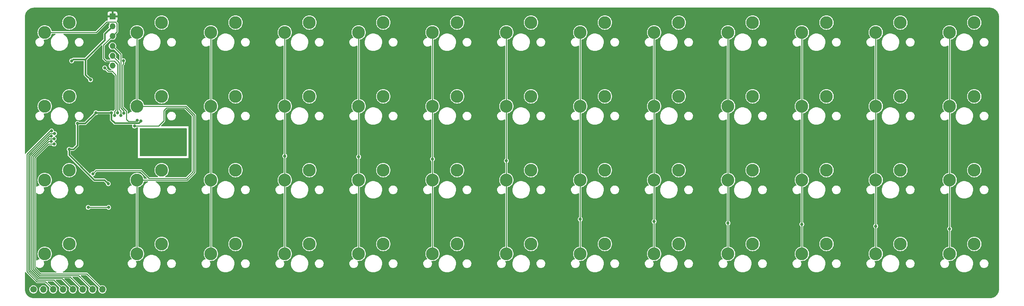
<source format=gbr>
%TF.GenerationSoftware,KiCad,Pcbnew,7.0.1-0*%
%TF.CreationDate,2023-08-02T22:10:15-05:00*%
%TF.ProjectId,pcb,7063622e-6b69-4636-9164-5f7063625858,rev?*%
%TF.SameCoordinates,Original*%
%TF.FileFunction,Copper,L1,Top*%
%TF.FilePolarity,Positive*%
%FSLAX46Y46*%
G04 Gerber Fmt 4.6, Leading zero omitted, Abs format (unit mm)*
G04 Created by KiCad (PCBNEW 7.0.1-0) date 2023-08-02 22:10:15*
%MOMM*%
%LPD*%
G01*
G04 APERTURE LIST*
%TA.AperFunction,ComponentPad*%
%ADD10C,3.300000*%
%TD*%
%TA.AperFunction,ComponentPad*%
%ADD11C,1.700000*%
%TD*%
%TA.AperFunction,ComponentPad*%
%ADD12O,1.700000X1.700000*%
%TD*%
%TA.AperFunction,ComponentPad*%
%ADD13O,1.524000X1.524000*%
%TD*%
%TA.AperFunction,ComponentPad*%
%ADD14R,1.524000X1.524000*%
%TD*%
%TA.AperFunction,ViaPad*%
%ADD15C,0.812800*%
%TD*%
%TA.AperFunction,Conductor*%
%ADD16C,0.254000*%
%TD*%
%TA.AperFunction,Conductor*%
%ADD17C,0.381000*%
%TD*%
G04 APERTURE END LIST*
D10*
%TO.P,MX42,1,COL*%
%TO.N,col2{slash}miso*%
X75961942Y-84375698D03*
%TO.P,MX42,2,ROW*%
%TO.N,Net-(D42-A)*%
X82311942Y-81835698D03*
%TD*%
%TO.P,MX9,1,COL*%
%TO.N,col8*%
X190262038Y-27225650D03*
%TO.P,MX9,2,ROW*%
%TO.N,Net-(D9-A)*%
X196612038Y-24685650D03*
%TD*%
%TO.P,MX3,1,COL*%
%TO.N,col2{slash}miso*%
X75961942Y-27225650D03*
%TO.P,MX3,2,ROW*%
%TO.N,Net-(D3-A)*%
X82311942Y-24685650D03*
%TD*%
%TO.P,MX41,1,COL*%
%TO.N,col1{slash}mosi*%
X56911926Y-84375698D03*
%TO.P,MX41,2,ROW*%
%TO.N,Net-(D41-A)*%
X63261926Y-81835698D03*
%TD*%
%TO.P,MX25,1,COL*%
%TO.N,col11*%
X247412086Y-46275666D03*
%TO.P,MX25,2,ROW*%
%TO.N,Net-(D25-A)*%
X253762086Y-43735666D03*
%TD*%
%TO.P,MX22,1,COL*%
%TO.N,col8*%
X190262038Y-46275666D03*
%TO.P,MX22,2,ROW*%
%TO.N,Net-(D22-A)*%
X196612038Y-43735666D03*
%TD*%
%TO.P,MX49,1,COL*%
%TO.N,col9*%
X209312054Y-84375698D03*
%TO.P,MX49,2,ROW*%
%TO.N,Net-(D49-A)*%
X215662054Y-81835698D03*
%TD*%
%TO.P,MX10,1,COL*%
%TO.N,col9*%
X209312054Y-27225650D03*
%TO.P,MX10,2,ROW*%
%TO.N,Net-(D10-A)*%
X215662054Y-24685650D03*
%TD*%
%TO.P,MX19,1,COL*%
%TO.N,col5*%
X133111990Y-46275666D03*
%TO.P,MX19,2,ROW*%
%TO.N,Net-(D19-A)*%
X139461990Y-43735666D03*
%TD*%
%TO.P,MX21,1,COL*%
%TO.N,col7*%
X171212022Y-46275666D03*
%TO.P,MX21,2,ROW*%
%TO.N,Net-(D21-A)*%
X177562022Y-43735666D03*
%TD*%
%TO.P,MX16,1,COL*%
%TO.N,col2{slash}miso*%
X75961942Y-46275666D03*
%TO.P,MX16,2,ROW*%
%TO.N,Net-(D16-A)*%
X82311942Y-43735666D03*
%TD*%
%TO.P,MX32,1,COL*%
%TO.N,col5*%
X133111990Y-65325682D03*
%TO.P,MX32,2,ROW*%
%TO.N,Net-(D32-A)*%
X139461990Y-62785682D03*
%TD*%
%TO.P,MX8,1,COL*%
%TO.N,col7*%
X171212022Y-27225650D03*
%TO.P,MX8,2,ROW*%
%TO.N,Net-(D8-A)*%
X177562022Y-24685650D03*
%TD*%
%TO.P,MX33,1,COL*%
%TO.N,col6*%
X152162006Y-65325682D03*
%TO.P,MX33,2,ROW*%
%TO.N,Net-(D33-A)*%
X158512006Y-62785682D03*
%TD*%
%TO.P,MX37,1,COL*%
%TO.N,col10*%
X228362070Y-65325682D03*
%TO.P,MX37,2,ROW*%
%TO.N,Net-(D37-A)*%
X234712070Y-62785682D03*
%TD*%
%TO.P,MX34,1,COL*%
%TO.N,col7*%
X171212022Y-65325682D03*
%TO.P,MX34,2,ROW*%
%TO.N,Net-(D34-A)*%
X177562022Y-62785682D03*
%TD*%
%TO.P,MX28,1,COL*%
%TO.N,col1{slash}mosi*%
X56911926Y-65325682D03*
%TO.P,MX28,2,ROW*%
%TO.N,Net-(D28-A)*%
X63261926Y-62785682D03*
%TD*%
%TO.P,MX47,1,COL*%
%TO.N,col7*%
X171212022Y-84375698D03*
%TO.P,MX47,2,ROW*%
%TO.N,Net-(D47-A)*%
X177562022Y-81835698D03*
%TD*%
%TO.P,MX45,1,COL*%
%TO.N,col5*%
X133111990Y-84375698D03*
%TO.P,MX45,2,ROW*%
%TO.N,Net-(D45-A)*%
X139461990Y-81835698D03*
%TD*%
%TO.P,MX4,1,COL*%
%TO.N,col3*%
X95011958Y-27225650D03*
%TO.P,MX4,2,ROW*%
%TO.N,Net-(D4-A)*%
X101361958Y-24685650D03*
%TD*%
%TO.P,MX29,1,COL*%
%TO.N,col2{slash}miso*%
X75961942Y-65325682D03*
%TO.P,MX29,2,ROW*%
%TO.N,Net-(D29-A)*%
X82311942Y-62785682D03*
%TD*%
%TO.P,MX7,1,COL*%
%TO.N,col6*%
X152162006Y-27225650D03*
%TO.P,MX7,2,ROW*%
%TO.N,Net-(D7-A)*%
X158512006Y-24685650D03*
%TD*%
%TO.P,MX18,1,COL*%
%TO.N,col4*%
X114061974Y-46275666D03*
%TO.P,MX18,2,ROW*%
%TO.N,Net-(D18-A)*%
X120411974Y-43735666D03*
%TD*%
%TO.P,MX39,1,COL*%
%TO.N,col12*%
X266462102Y-65325682D03*
%TO.P,MX39,2,ROW*%
%TO.N,Net-(D39-A)*%
X272812102Y-62785682D03*
%TD*%
%TO.P,MX24,1,COL*%
%TO.N,col10*%
X228362070Y-46275666D03*
%TO.P,MX24,2,ROW*%
%TO.N,Net-(D24-A)*%
X234712070Y-43735666D03*
%TD*%
%TO.P,MX43,1,COL*%
%TO.N,col3*%
X95011958Y-84375698D03*
%TO.P,MX43,2,ROW*%
%TO.N,Net-(D43-A)*%
X101361958Y-81835698D03*
%TD*%
%TO.P,MX13,1,COL*%
%TO.N,col12*%
X266462102Y-27225650D03*
%TO.P,MX13,2,ROW*%
%TO.N,Net-(D13-A)*%
X272812102Y-24685650D03*
%TD*%
%TO.P,MX6,1,COL*%
%TO.N,col5*%
X133111990Y-27225650D03*
%TO.P,MX6,2,ROW*%
%TO.N,Net-(D6-A)*%
X139461990Y-24685650D03*
%TD*%
%TO.P,MX36,1,COL*%
%TO.N,col9*%
X209312054Y-65325682D03*
%TO.P,MX36,2,ROW*%
%TO.N,Net-(D36-A)*%
X215662054Y-62785682D03*
%TD*%
D11*
%TO.P,J5,1,Pin_1*%
%TO.N,extra1*%
X30190000Y-93575000D03*
D12*
%TO.P,J5,2,Pin_2*%
%TO.N,extra2*%
X32730000Y-93575000D03*
%TO.P,J5,3,Pin_3*%
%TO.N,extra3*%
X35270000Y-93575000D03*
%TO.P,J5,4,Pin_4*%
%TO.N,extra4*%
X37810000Y-93575000D03*
%TO.P,J5,5,Pin_5*%
%TO.N,extra5*%
X40350000Y-93575000D03*
%TO.P,J5,6,Pin_6*%
%TO.N,extra6*%
X42890000Y-93575000D03*
%TO.P,J5,7,Pin_7*%
%TO.N,extra7*%
X45430000Y-93575000D03*
%TO.P,J5,8,Pin_8*%
%TO.N,extra8*%
X47970000Y-93575000D03*
%TD*%
D10*
%TO.P,MX30,1,COL*%
%TO.N,col3*%
X95011958Y-65325682D03*
%TO.P,MX30,2,ROW*%
%TO.N,Net-(D30-A)*%
X101361958Y-62785682D03*
%TD*%
%TO.P,MX35,1,COL*%
%TO.N,col8*%
X190262038Y-65325682D03*
%TO.P,MX35,2,ROW*%
%TO.N,Net-(D35-A)*%
X196612038Y-62785682D03*
%TD*%
%TO.P,MX15,1,COL*%
%TO.N,col1{slash}mosi*%
X56911926Y-46275666D03*
%TO.P,MX15,2,ROW*%
%TO.N,Net-(D15-A)*%
X63261926Y-43735666D03*
%TD*%
%TO.P,MX48,1,COL*%
%TO.N,col8*%
X190262038Y-84375698D03*
%TO.P,MX48,2,ROW*%
%TO.N,Net-(D48-A)*%
X196612038Y-81835698D03*
%TD*%
%TO.P,MX31,1,COL*%
%TO.N,col4*%
X114061974Y-65325682D03*
%TO.P,MX31,2,ROW*%
%TO.N,Net-(D31-A)*%
X120411974Y-62785682D03*
%TD*%
%TO.P,MX17,1,COL*%
%TO.N,col3*%
X95011958Y-46275666D03*
%TO.P,MX17,2,ROW*%
%TO.N,Net-(D17-A)*%
X101361958Y-43735666D03*
%TD*%
%TO.P,MX51,1,COL*%
%TO.N,col11*%
X247412086Y-84375698D03*
%TO.P,MX51,2,ROW*%
%TO.N,Net-(D51-A)*%
X253762086Y-81835698D03*
%TD*%
%TO.P,MX44,1,COL*%
%TO.N,col4*%
X114061974Y-84375698D03*
%TO.P,MX44,2,ROW*%
%TO.N,Net-(D44-A)*%
X120411974Y-81835698D03*
%TD*%
%TO.P,MX27,1,COL*%
%TO.N,col0{slash}sck*%
X33099406Y-65325682D03*
%TO.P,MX27,2,ROW*%
%TO.N,Net-(D27-A)*%
X39449406Y-62785682D03*
%TD*%
%TO.P,MX40,1,COL*%
%TO.N,col0{slash}sck*%
X33099406Y-84375698D03*
%TO.P,MX40,2,ROW*%
%TO.N,Net-(D40-A)*%
X39449406Y-81835698D03*
%TD*%
%TO.P,MX12,1,COL*%
%TO.N,col11*%
X247412086Y-27225650D03*
%TO.P,MX12,2,ROW*%
%TO.N,Net-(D12-A)*%
X253762086Y-24685650D03*
%TD*%
%TO.P,MX11,1,COL*%
%TO.N,col10*%
X228362070Y-27225650D03*
%TO.P,MX11,2,ROW*%
%TO.N,Net-(D11-A)*%
X234712070Y-24685650D03*
%TD*%
%TO.P,MX23,1,COL*%
%TO.N,col9*%
X209312054Y-46275666D03*
%TO.P,MX23,2,ROW*%
%TO.N,Net-(D23-A)*%
X215662054Y-43735666D03*
%TD*%
%TO.P,MX52,1,COL*%
%TO.N,col12*%
X266462102Y-84375698D03*
%TO.P,MX52,2,ROW*%
%TO.N,Net-(D52-A)*%
X272812102Y-81835698D03*
%TD*%
%TO.P,MX2,1,COL*%
%TO.N,col1{slash}mosi*%
X56911926Y-27225650D03*
%TO.P,MX2,2,ROW*%
%TO.N,Net-(D2-A)*%
X63261926Y-24685650D03*
%TD*%
%TO.P,MX50,1,COL*%
%TO.N,col10*%
X228362070Y-84375698D03*
%TO.P,MX50,2,ROW*%
%TO.N,Net-(D50-A)*%
X234712070Y-81835698D03*
%TD*%
%TO.P,MX20,1,COL*%
%TO.N,col6*%
X152162006Y-46275666D03*
%TO.P,MX20,2,ROW*%
%TO.N,Net-(D20-A)*%
X158512006Y-43735666D03*
%TD*%
%TO.P,MX26,1,COL*%
%TO.N,col12*%
X266462102Y-46275666D03*
%TO.P,MX26,2,ROW*%
%TO.N,Net-(D26-A)*%
X272812102Y-43735666D03*
%TD*%
%TO.P,MX1,1,COL*%
%TO.N,col0{slash}sck*%
X33099406Y-27225650D03*
%TO.P,MX1,2,ROW*%
%TO.N,Net-(D1-A)*%
X39449406Y-24685650D03*
%TD*%
D13*
%TO.P,J2,1,~{RST}*%
%TO.N,ISP_Reset*%
X50575000Y-35800000D03*
%TO.P,J2,2,VCC*%
%TO.N,VCC*%
X50575000Y-25640000D03*
%TO.P,J2,3,MISO*%
%TO.N,col2{slash}miso*%
X50575000Y-30720000D03*
%TO.P,J2,4,MOSI*%
%TO.N,col1{slash}mosi*%
X50575000Y-33260000D03*
%TO.P,J2,5,SCK*%
%TO.N,col0{slash}sck*%
X50575000Y-28180000D03*
D14*
%TO.P,J2,6,GND*%
%TO.N,GND*%
X50575000Y-23100000D03*
%TD*%
D10*
%TO.P,MX38,1,COL*%
%TO.N,col11*%
X247412086Y-65325682D03*
%TO.P,MX38,2,ROW*%
%TO.N,Net-(D38-A)*%
X253762086Y-62785682D03*
%TD*%
%TO.P,MX5,1,COL*%
%TO.N,col4*%
X114061974Y-27225650D03*
%TO.P,MX5,2,ROW*%
%TO.N,Net-(D5-A)*%
X120411974Y-24685650D03*
%TD*%
%TO.P,MX46,1,COL*%
%TO.N,col6*%
X152162006Y-84375698D03*
%TO.P,MX46,2,ROW*%
%TO.N,Net-(D46-A)*%
X158512006Y-81835698D03*
%TD*%
%TO.P,MX14,1,COL*%
%TO.N,col0{slash}sck*%
X33099406Y-46275666D03*
%TO.P,MX14,2,ROW*%
%TO.N,Net-(D14-A)*%
X39449406Y-43735666D03*
%TD*%
D15*
%TO.N,GND*%
X128575000Y-50825000D03*
X243000000Y-69900000D03*
X42273800Y-58925000D03*
X71075000Y-74450000D03*
X128575000Y-59200000D03*
X68625000Y-56900000D03*
X261975000Y-31800000D03*
X147675000Y-79500000D03*
X261975000Y-53400000D03*
X166775000Y-31800000D03*
X185850000Y-69900000D03*
X204800000Y-50825000D03*
X73325000Y-61762500D03*
X185850000Y-79300000D03*
X58000000Y-31775000D03*
X261975000Y-72475000D03*
X31800000Y-70050000D03*
X261975000Y-79250000D03*
X204800000Y-88900000D03*
X147675000Y-72475000D03*
X223950000Y-72475000D03*
X58700000Y-38575000D03*
X54125000Y-41925000D03*
X71075000Y-79550000D03*
X261975000Y-76675000D03*
X166775000Y-53400000D03*
X65050000Y-31625000D03*
X34375000Y-70050000D03*
X204800000Y-72475000D03*
X90175000Y-91475000D03*
X204800000Y-34375000D03*
X261975000Y-69900000D03*
X204800000Y-79200000D03*
X166775000Y-69900000D03*
X147675000Y-53400000D03*
X109700000Y-31800000D03*
X109700000Y-50825000D03*
X261975000Y-50825000D03*
X109700000Y-74450000D03*
X166775000Y-74400000D03*
X60700000Y-35775000D03*
X204800000Y-53400000D03*
X71075000Y-72500000D03*
X185850000Y-50825000D03*
X58700000Y-35775000D03*
X59500000Y-55450000D03*
X166775000Y-88900000D03*
X261975000Y-88900000D03*
X65050000Y-38575000D03*
X243000000Y-76475000D03*
X109700000Y-72475000D03*
X223950000Y-50825000D03*
X243000000Y-72475000D03*
X52325000Y-79550000D03*
X185850000Y-74900000D03*
X73300000Y-50850000D03*
X128575000Y-31800000D03*
X204800000Y-75550000D03*
X185850000Y-88900000D03*
X52325000Y-74450000D03*
X185850000Y-72475000D03*
X90175000Y-58475000D03*
X35425000Y-75725000D03*
X128550000Y-79525000D03*
X109700000Y-88900000D03*
X166775000Y-34375000D03*
X34400000Y-79025000D03*
X261975000Y-91475000D03*
X109700000Y-34375000D03*
X223950000Y-53400000D03*
X147675000Y-91475000D03*
X109700000Y-79550000D03*
X166775000Y-91475000D03*
X204800000Y-69900000D03*
X52100000Y-88900000D03*
X243000000Y-91475000D03*
X128575000Y-61775000D03*
X90175000Y-61750000D03*
X128575000Y-91475000D03*
X204800000Y-91475000D03*
X90175000Y-74425000D03*
X109700000Y-69900000D03*
X166775000Y-50825000D03*
X128575000Y-69900000D03*
X223950000Y-34375000D03*
X128575000Y-72475000D03*
X29675000Y-40800000D03*
X147800000Y-61950000D03*
X243000000Y-53400000D03*
X90175000Y-31800000D03*
X109700000Y-53400000D03*
X31825000Y-79025000D03*
X62725000Y-35775000D03*
X128575000Y-34375000D03*
X128575000Y-88900000D03*
X128575000Y-53400000D03*
X34875000Y-51275000D03*
X109875000Y-61925000D03*
X243000000Y-50825000D03*
X243000000Y-31800000D03*
X147675000Y-69900000D03*
X166775000Y-79500000D03*
X223950000Y-69900000D03*
X62725000Y-38575000D03*
X71075000Y-91500000D03*
X243000000Y-34375000D03*
X223950000Y-88900000D03*
X185850000Y-53400000D03*
X90175000Y-69900000D03*
X52100000Y-91475000D03*
X71075000Y-69925000D03*
X147675000Y-31800000D03*
X185850000Y-91475000D03*
X90175000Y-72475000D03*
X147675000Y-88900000D03*
X128550000Y-74425000D03*
X166775000Y-72475000D03*
X68700000Y-54200000D03*
X223950000Y-91475000D03*
X147800000Y-59375000D03*
X109700000Y-91475000D03*
X90175000Y-79525000D03*
X223950000Y-76025000D03*
X147675000Y-50825000D03*
X90175000Y-88900000D03*
X73300000Y-53425000D03*
X185850000Y-31800000D03*
X261975000Y-34375000D03*
X63075000Y-31650000D03*
X65050000Y-35775000D03*
X31725000Y-51275000D03*
X223950000Y-31800000D03*
X147675000Y-34375000D03*
X71075000Y-88925000D03*
X109875000Y-58825000D03*
X34425000Y-31900000D03*
X90175000Y-53400000D03*
X243000000Y-88900000D03*
X60700000Y-38575000D03*
X147675000Y-74400000D03*
X204800000Y-31800000D03*
X223950000Y-79125000D03*
X31850000Y-31900000D03*
X71575000Y-37200000D03*
X185850000Y-34375000D03*
X38575000Y-75725000D03*
X73325000Y-58487500D03*
X90175000Y-50825000D03*
X90175000Y-34375000D03*
X243000000Y-79050000D03*
%TO.N,VCC*%
X49475000Y-66300000D03*
X50300000Y-47950000D03*
X57925000Y-50125000D03*
X39400000Y-57375000D03*
X41525000Y-50725000D03*
X46300000Y-47950000D03*
X44900000Y-39475000D03*
X40050000Y-34575000D03*
%TO.N,row2*%
X49600000Y-72400000D03*
X44300000Y-72400000D03*
%TO.N,col3*%
X95011958Y-59125000D03*
%TO.N,col4*%
X114061974Y-59325000D03*
%TO.N,col5*%
X133111990Y-59900000D03*
%TO.N,col6*%
X152162006Y-60375000D03*
%TO.N,col7*%
X171212022Y-75450000D03*
%TO.N,col8*%
X190262038Y-76020500D03*
%TO.N,col9*%
X209312054Y-76426900D03*
%TO.N,ISP_Reset*%
X53398100Y-34525000D03*
X56925000Y-49901200D03*
%TO.N,row0*%
X51100000Y-48675000D03*
X48575000Y-36375000D03*
%TO.N,extra2*%
X45500000Y-63725000D03*
X56239700Y-51398800D03*
%TO.N,extra3*%
X34862766Y-52623500D03*
%TO.N,extra4*%
X35661414Y-53308800D03*
%TO.N,extra5*%
X34775000Y-53994100D03*
%TO.N,extra6*%
X35509131Y-54679400D03*
%TO.N,extra7*%
X34792139Y-55364700D03*
%TO.N,extra8*%
X35500000Y-56050000D03*
%TO.N,col0{slash}sck*%
X51900000Y-48025000D03*
%TO.N,col10*%
X228362070Y-76750000D03*
%TO.N,col11*%
X247412086Y-77239700D03*
%TO.N,col12*%
X266462102Y-77925000D03*
%TO.N,col1{slash}mosi*%
X52700000Y-48650000D03*
%TO.N,col2{slash}miso*%
X53500000Y-48083966D03*
%TD*%
D16*
%TO.N,GND*%
X109700000Y-74450000D02*
X109700000Y-79550000D01*
X223950000Y-50825000D02*
X223950000Y-53400000D01*
X147675000Y-31800000D02*
X147675000Y-34375000D01*
X73300000Y-50850000D02*
X73300000Y-53425000D01*
X90175000Y-50825000D02*
X90175000Y-53400000D01*
X261975000Y-31800000D02*
X261975000Y-34375000D01*
X90175000Y-58475000D02*
X90175000Y-61750000D01*
X31800000Y-70050000D02*
X34375000Y-70050000D01*
X223950000Y-31800000D02*
X223950000Y-34375000D01*
X58700000Y-35775000D02*
X58700000Y-38575000D01*
X204800000Y-50825000D02*
X204800000Y-53400000D01*
X147675000Y-50825000D02*
X147675000Y-53400000D01*
X243000000Y-31800000D02*
X243000000Y-34375000D01*
X31725000Y-51275000D02*
X34875000Y-51275000D01*
X109700000Y-69900000D02*
X109700000Y-72475000D01*
X109700000Y-88900000D02*
X109700000Y-91475000D01*
X90175000Y-88900000D02*
X90175000Y-91475000D01*
X223950000Y-69900000D02*
X223950000Y-72475000D01*
X128575000Y-88900000D02*
X128575000Y-91475000D01*
X243000000Y-69900000D02*
X243000000Y-72475000D01*
X223950000Y-76025000D02*
X223950000Y-79125000D01*
X204800000Y-69900000D02*
X204800000Y-72475000D01*
X60700000Y-35775000D02*
X60700000Y-38575000D01*
X147675000Y-88900000D02*
X147675000Y-91475000D01*
X204800000Y-31800000D02*
X204800000Y-34375000D01*
X185850000Y-74900000D02*
X185850000Y-79300000D01*
X185850000Y-31800000D02*
X185850000Y-34375000D01*
X52100000Y-88900000D02*
X52100000Y-91475000D01*
X128550000Y-74425000D02*
X128550000Y-79525000D01*
X65050000Y-35775000D02*
X65050000Y-38575000D01*
X243000000Y-50825000D02*
X243000000Y-53400000D01*
X62725000Y-32000000D02*
X63075000Y-31650000D01*
X58700000Y-35775000D02*
X58700000Y-32475000D01*
X147675000Y-69900000D02*
X147675000Y-72475000D01*
X166775000Y-88900000D02*
X166775000Y-91475000D01*
X35425000Y-75725000D02*
X38575000Y-75725000D01*
X62725000Y-35775000D02*
X62725000Y-32000000D01*
X128575000Y-50825000D02*
X128575000Y-53400000D01*
X261975000Y-50825000D02*
X261975000Y-53400000D01*
X109700000Y-31800000D02*
X109700000Y-34375000D01*
X185850000Y-69900000D02*
X185850000Y-72475000D01*
X90175000Y-74425000D02*
X90175000Y-79525000D01*
X31850000Y-31900000D02*
X34425000Y-31900000D01*
X71075000Y-74450000D02*
X71075000Y-79550000D01*
X204800000Y-88900000D02*
X204800000Y-91475000D01*
X261975000Y-88900000D02*
X261975000Y-91475000D01*
X261975000Y-69900000D02*
X261975000Y-72475000D01*
X185850000Y-88900000D02*
X185850000Y-91475000D01*
X166775000Y-50825000D02*
X166775000Y-53400000D01*
X147675000Y-74400000D02*
X147675000Y-79500000D01*
X71075000Y-88925000D02*
X71075000Y-91500000D01*
X52325000Y-74450000D02*
X52325000Y-79550000D01*
X71075000Y-69925000D02*
X71075000Y-72500000D01*
X204800000Y-75550000D02*
X204800000Y-79200000D01*
X90175000Y-31800000D02*
X90175000Y-34375000D01*
X58700000Y-32475000D02*
X58000000Y-31775000D01*
X166775000Y-69900000D02*
X166775000Y-72475000D01*
X223950000Y-88900000D02*
X223950000Y-91475000D01*
X166775000Y-74400000D02*
X166775000Y-79500000D01*
X73325000Y-58487500D02*
X73325000Y-61762500D01*
X243000000Y-88900000D02*
X243000000Y-91475000D01*
X31825000Y-79025000D02*
X34400000Y-79025000D01*
X243000000Y-76475000D02*
X243000000Y-79050000D01*
X185850000Y-50825000D02*
X185850000Y-53400000D01*
X109700000Y-50825000D02*
X109700000Y-53400000D01*
X65050000Y-35775000D02*
X65050000Y-31625000D01*
X62725000Y-35775000D02*
X62725000Y-38575000D01*
X128575000Y-69900000D02*
X128575000Y-72475000D01*
X128575000Y-59200000D02*
X128575000Y-61775000D01*
X90175000Y-69900000D02*
X90175000Y-72475000D01*
X261975000Y-76675000D02*
X261975000Y-79250000D01*
X109875000Y-61925000D02*
X109875000Y-58825000D01*
X166775000Y-31800000D02*
X166775000Y-34375000D01*
X147800000Y-59375000D02*
X147800000Y-61950000D01*
X128575000Y-31800000D02*
X128575000Y-34375000D01*
D17*
%TO.N,VCC*%
X50300000Y-49775000D02*
X50300000Y-47950000D01*
X50300000Y-47950000D02*
X46300000Y-47950000D01*
X43525000Y-50725000D02*
X41525000Y-50725000D01*
X39400000Y-57375000D02*
X39400000Y-58850000D01*
X43575000Y-38150000D02*
X44900000Y-39475000D01*
X45900000Y-65350000D02*
X48525000Y-65350000D01*
X43575000Y-34190462D02*
X40434538Y-34190462D01*
X48600000Y-27600000D02*
X48600000Y-29165462D01*
X57925000Y-50125000D02*
X57400000Y-50650000D01*
X48525000Y-65350000D02*
X49475000Y-66300000D01*
X57400000Y-50650000D02*
X51175000Y-50650000D01*
X39400000Y-57375000D02*
X40500000Y-57375000D01*
X40434538Y-34190462D02*
X40050000Y-34575000D01*
X46300000Y-47950000D02*
X43525000Y-50725000D01*
X50575000Y-25640000D02*
X48615000Y-27600000D01*
X48615000Y-27600000D02*
X48600000Y-27600000D01*
X41525000Y-50725000D02*
X41525000Y-56350000D01*
X39400000Y-58850000D02*
X45900000Y-65350000D01*
X40500000Y-57375000D02*
X41525000Y-56350000D01*
X43575000Y-34190462D02*
X43575000Y-38150000D01*
X51175000Y-50650000D02*
X50300000Y-49775000D01*
X48600000Y-29165462D02*
X43575000Y-34190462D01*
D16*
%TO.N,row2*%
X49600000Y-72400000D02*
X44300000Y-72400000D01*
%TO.N,col3*%
X95011958Y-27225650D02*
X95011958Y-59125000D01*
X95011958Y-59125000D02*
X95011958Y-84375698D01*
%TO.N,col4*%
X114061974Y-59325000D02*
X114061974Y-27225650D01*
X114061974Y-84375698D02*
X114061974Y-59325000D01*
%TO.N,col5*%
X133111990Y-27225650D02*
X133111990Y-59900000D01*
X133111990Y-59900000D02*
X133111990Y-84375698D01*
%TO.N,col6*%
X152162006Y-60375000D02*
X152162006Y-27225650D01*
X152162006Y-84375698D02*
X152162006Y-60375000D01*
%TO.N,col7*%
X171212022Y-27225650D02*
X171212022Y-75450000D01*
X171212022Y-75450000D02*
X171212022Y-84375698D01*
%TO.N,col8*%
X190262038Y-84375698D02*
X190262038Y-27225650D01*
%TO.N,col9*%
X209312054Y-27225650D02*
X209312054Y-84375698D01*
%TO.N,ISP_Reset*%
X56646100Y-50180100D02*
X54644900Y-50180100D01*
X53119200Y-46506664D02*
X54185800Y-47573264D01*
X53119200Y-46506664D02*
X53119200Y-35625000D01*
X56925000Y-49901200D02*
X56646100Y-50180100D01*
X53398100Y-35346100D02*
X53119200Y-35625000D01*
X54185800Y-49721000D02*
X54185800Y-47573264D01*
X53398100Y-34525000D02*
X53398100Y-35346100D01*
X54644900Y-50180100D02*
X54185800Y-49721000D01*
%TO.N,row0*%
X51100000Y-48675000D02*
X51100000Y-47643600D01*
X50550000Y-37275000D02*
X49475000Y-37275000D01*
X51493600Y-47250000D02*
X51493600Y-38218600D01*
X51493600Y-38218600D02*
X50550000Y-37275000D01*
X48575000Y-36375000D02*
X49475000Y-37275000D01*
X51100000Y-47643600D02*
X51493600Y-47250000D01*
%TO.N,extra2*%
X62475000Y-51398800D02*
X63825000Y-50048800D01*
X69630982Y-64919282D02*
X60019282Y-64919282D01*
X58000000Y-62900000D02*
X46325000Y-62900000D01*
X60019282Y-64919282D02*
X58000000Y-62900000D01*
X64517934Y-46682066D02*
X69307330Y-46682066D01*
X71368600Y-63181664D02*
X69630982Y-64919282D01*
X63825000Y-47375000D02*
X64517934Y-46682066D01*
X69307330Y-46682066D02*
X71368600Y-48743336D01*
X56239700Y-51398800D02*
X62475000Y-51398800D01*
X63825000Y-50048800D02*
X63825000Y-47375000D01*
X46325000Y-62900000D02*
X45500000Y-63725000D01*
X71368600Y-48743336D02*
X71368600Y-63181664D01*
%TO.N,extra3*%
X34552820Y-52623500D02*
X34862766Y-52623500D01*
X28493000Y-88992472D02*
X28493000Y-58683320D01*
X33277000Y-91582000D02*
X31082528Y-91582000D01*
X31082528Y-91582000D02*
X28493000Y-88992472D01*
X35270000Y-93575000D02*
X33277000Y-91582000D01*
X28493000Y-58683320D02*
X34552820Y-52623500D01*
%TO.N,extra4*%
X28899400Y-88824136D02*
X31250864Y-91175600D01*
X35410600Y-91175600D02*
X37810000Y-93575000D01*
X35661414Y-53308800D02*
X34442256Y-53308800D01*
X31250864Y-91175600D02*
X35410600Y-91175600D01*
X34442256Y-53308800D02*
X28899400Y-58851656D01*
X28899400Y-58851656D02*
X28899400Y-88824136D01*
%TO.N,extra5*%
X31419200Y-90769200D02*
X29305800Y-88655800D01*
X34332692Y-53994100D02*
X34775000Y-53994100D01*
X29305800Y-88655800D02*
X29305800Y-59019992D01*
X29305800Y-59019992D02*
X34332192Y-53993600D01*
X40350000Y-93575000D02*
X37544200Y-90769200D01*
X34332192Y-53993600D02*
X34332692Y-53994100D01*
X37544200Y-90769200D02*
X31419200Y-90769200D01*
%TO.N,extra6*%
X35509131Y-54679400D02*
X34222128Y-54679400D01*
X39677800Y-90362800D02*
X42890000Y-93575000D01*
X31638328Y-90362800D02*
X39677800Y-90362800D01*
X29712200Y-59188328D02*
X29712200Y-88436672D01*
X34222128Y-54679400D02*
X34221628Y-54678900D01*
X34221628Y-54678900D02*
X29712200Y-59188328D01*
X29712200Y-88436672D02*
X31638328Y-90362800D01*
%TO.N,extra7*%
X45430000Y-93575000D02*
X41811400Y-89956400D01*
X30118600Y-88268336D02*
X30118600Y-59356664D01*
X31806664Y-89956400D02*
X30118600Y-88268336D01*
X41811400Y-89956400D02*
X31806664Y-89956400D01*
X30118600Y-59356664D02*
X34110564Y-55364700D01*
X34110564Y-55364700D02*
X34792139Y-55364700D01*
%TO.N,extra8*%
X35500000Y-56050000D02*
X34000000Y-56050000D01*
X30525000Y-59525000D02*
X30525000Y-88100000D01*
X30525000Y-88100000D02*
X31975000Y-89550000D01*
X43945000Y-89550000D02*
X47970000Y-93575000D01*
X34000000Y-56050000D02*
X30525000Y-59525000D01*
X31975000Y-89550000D02*
X43945000Y-89550000D01*
%TO.N,col0{slash}sck*%
X33099406Y-27225650D02*
X46374350Y-27225650D01*
X51700000Y-24900000D02*
X51700000Y-27055000D01*
X51900000Y-35484736D02*
X51900000Y-48025000D01*
X46374350Y-27225650D02*
X49100000Y-24500000D01*
X48900000Y-34575000D02*
X50990264Y-34575000D01*
X50575000Y-28180000D02*
X48275000Y-30480000D01*
X50990264Y-34575000D02*
X51900000Y-35484736D01*
X48275000Y-33950000D02*
X48900000Y-34575000D01*
X51700000Y-27055000D02*
X50575000Y-28180000D01*
X48275000Y-30480000D02*
X48275000Y-33950000D01*
X49100000Y-24500000D02*
X51300000Y-24500000D01*
X51300000Y-24500000D02*
X51700000Y-24900000D01*
%TO.N,col10*%
X228362070Y-76750000D02*
X228362070Y-27225650D01*
X228362070Y-84375698D02*
X228362070Y-76750000D01*
%TO.N,col11*%
X247412086Y-27225650D02*
X247412086Y-84375698D01*
%TO.N,col12*%
X266462102Y-27225650D02*
X266462102Y-77925000D01*
X266462102Y-77925000D02*
X266462102Y-84375698D01*
%TO.N,col1{slash}mosi*%
X69475666Y-46275666D02*
X71775000Y-48575000D01*
X56911926Y-46275666D02*
X69475666Y-46275666D01*
X52700000Y-47518600D02*
X52306400Y-47125000D01*
X69799318Y-65325682D02*
X56911926Y-65325682D01*
X52306400Y-47125000D02*
X52306400Y-34991400D01*
X56911926Y-27225650D02*
X56911926Y-46275666D01*
X56911926Y-84375698D02*
X56911926Y-65325682D01*
X52700000Y-48650000D02*
X52700000Y-47518600D01*
X52306400Y-34991400D02*
X50575000Y-33260000D01*
X71775000Y-48575000D02*
X71775000Y-63350000D01*
X71775000Y-63350000D02*
X69799318Y-65325682D01*
%TO.N,col2{slash}miso*%
X52712800Y-32857800D02*
X50575000Y-30720000D01*
X52712800Y-46675000D02*
X52712800Y-32857800D01*
X53500000Y-47462200D02*
X52712800Y-46675000D01*
X53500000Y-48083966D02*
X53500000Y-47462200D01*
X75961942Y-84375698D02*
X75961942Y-27225650D01*
%TD*%
%TA.AperFunction,Conductor*%
%TO.N,GND*%
G36*
X69638000Y-51941613D02*
G01*
X69683387Y-51987000D01*
X69700000Y-52049000D01*
X69700000Y-59026000D01*
X69683387Y-59088000D01*
X69638000Y-59133387D01*
X69576000Y-59150000D01*
X57774000Y-59150000D01*
X57712000Y-59133387D01*
X57666613Y-59088000D01*
X57650000Y-59026000D01*
X57650000Y-52049000D01*
X57666613Y-51987000D01*
X57712000Y-51941613D01*
X57774000Y-51925000D01*
X69576000Y-51925000D01*
X69638000Y-51941613D01*
G37*
%TD.AperFunction*%
%TD*%
%TA.AperFunction,Conductor*%
%TO.N,GND*%
G36*
X69167808Y-47018903D02*
G01*
X69208036Y-47045783D01*
X71004883Y-48842630D01*
X71031763Y-48882858D01*
X71041202Y-48930311D01*
X71041202Y-62994689D01*
X71031763Y-63042142D01*
X71004883Y-63082370D01*
X69531688Y-64555565D01*
X69491460Y-64582445D01*
X69444007Y-64591884D01*
X64300978Y-64591884D01*
X64238468Y-64574975D01*
X64193005Y-64528859D01*
X64176991Y-64466113D01*
X64194791Y-64403851D01*
X64241551Y-64359052D01*
X64249641Y-64354634D01*
X64264882Y-64346312D01*
X64476775Y-64187692D01*
X64663936Y-64000531D01*
X64822556Y-63788638D01*
X64949407Y-63556329D01*
X65041905Y-63308331D01*
X65098169Y-63049694D01*
X65117051Y-62785682D01*
X65098169Y-62521670D01*
X65041905Y-62263033D01*
X64949407Y-62015035D01*
X64822556Y-61782726D01*
X64663936Y-61570833D01*
X64476775Y-61383672D01*
X64476774Y-61383671D01*
X64264883Y-61225052D01*
X64125166Y-61148761D01*
X64032573Y-61098201D01*
X63784575Y-61005703D01*
X63784570Y-61005701D01*
X63525938Y-60949439D01*
X63261926Y-60930556D01*
X62997913Y-60949439D01*
X62739281Y-61005701D01*
X62615277Y-61051952D01*
X62491279Y-61098201D01*
X62491276Y-61098202D01*
X62491275Y-61098203D01*
X62258968Y-61225052D01*
X62047076Y-61383672D01*
X61859916Y-61570832D01*
X61701296Y-61782724D01*
X61574447Y-62015031D01*
X61574445Y-62015035D01*
X61528196Y-62139033D01*
X61481945Y-62263037D01*
X61425683Y-62521669D01*
X61406800Y-62785682D01*
X61425683Y-63049694D01*
X61481945Y-63308326D01*
X61481947Y-63308331D01*
X61574445Y-63556329D01*
X61605299Y-63612833D01*
X61701296Y-63788639D01*
X61859916Y-64000531D01*
X62047076Y-64187691D01*
X62258968Y-64346311D01*
X62282301Y-64359052D01*
X62329061Y-64403851D01*
X62346861Y-64466113D01*
X62330847Y-64528859D01*
X62285384Y-64574975D01*
X62222874Y-64591884D01*
X60206257Y-64591884D01*
X60158804Y-64582445D01*
X60118576Y-64555565D01*
X58245443Y-62682432D01*
X58238134Y-62674456D01*
X58213693Y-62645328D01*
X58180770Y-62626320D01*
X58171647Y-62620508D01*
X58139665Y-62598114D01*
X58114707Y-62587776D01*
X58076256Y-62580995D01*
X58065700Y-62578655D01*
X58028976Y-62568815D01*
X57994524Y-62571830D01*
X57991094Y-62572130D01*
X57980289Y-62572602D01*
X46344709Y-62572602D01*
X46333900Y-62572130D01*
X46296023Y-62568815D01*
X46259302Y-62578655D01*
X46248744Y-62580996D01*
X46210291Y-62587776D01*
X46185334Y-62598114D01*
X46153356Y-62620505D01*
X46144239Y-62626314D01*
X46111306Y-62645328D01*
X46086862Y-62674459D01*
X46079555Y-62682432D01*
X45674924Y-63087063D01*
X45627101Y-63116801D01*
X45571057Y-63122321D01*
X45500000Y-63112965D01*
X45341593Y-63133821D01*
X45193985Y-63194961D01*
X45067227Y-63292227D01*
X44969961Y-63418985D01*
X44909716Y-63564432D01*
X44873820Y-63612833D01*
X44819346Y-63638597D01*
X44759160Y-63635641D01*
X44707474Y-63604661D01*
X39827217Y-58724404D01*
X39800337Y-58684176D01*
X39790898Y-58636723D01*
X39790898Y-57901055D01*
X39803686Y-57846210D01*
X39823918Y-57821557D01*
X39822834Y-57820726D01*
X39827678Y-57814413D01*
X39834123Y-57809123D01*
X39839413Y-57802678D01*
X39845726Y-57797834D01*
X39846557Y-57798918D01*
X39871210Y-57778686D01*
X39926055Y-57765898D01*
X40561910Y-57765898D01*
X40561912Y-57765898D01*
X40582260Y-57759286D01*
X40601165Y-57754748D01*
X40622300Y-57751401D01*
X40641353Y-57741691D01*
X40659328Y-57734245D01*
X40679677Y-57727635D01*
X40696992Y-57715054D01*
X40713571Y-57704894D01*
X40732628Y-57695185D01*
X40820185Y-57607628D01*
X40820185Y-57607627D01*
X41823163Y-56604650D01*
X41845185Y-56582628D01*
X41854895Y-56563569D01*
X41865057Y-56546987D01*
X41877635Y-56529676D01*
X41884244Y-56509330D01*
X41891694Y-56491348D01*
X41901401Y-56472300D01*
X41904748Y-56451165D01*
X41909286Y-56432260D01*
X41915898Y-56411912D01*
X41915898Y-56288088D01*
X41915898Y-51251055D01*
X41928686Y-51196210D01*
X41948918Y-51171557D01*
X41947834Y-51170726D01*
X41952678Y-51164413D01*
X41959123Y-51159123D01*
X41964413Y-51152678D01*
X41970726Y-51147834D01*
X41971557Y-51148918D01*
X41996210Y-51128686D01*
X42051055Y-51115898D01*
X43586910Y-51115898D01*
X43586912Y-51115898D01*
X43607260Y-51109286D01*
X43626165Y-51104748D01*
X43647300Y-51101401D01*
X43666353Y-51091691D01*
X43684328Y-51084245D01*
X43704677Y-51077635D01*
X43721992Y-51065054D01*
X43738571Y-51054894D01*
X43757628Y-51045185D01*
X43845185Y-50957628D01*
X46204429Y-48598382D01*
X46252249Y-48568646D01*
X46283992Y-48565519D01*
X46283814Y-48564165D01*
X46299999Y-48562033D01*
X46300000Y-48562034D01*
X46458406Y-48541179D01*
X46606017Y-48480037D01*
X46732773Y-48382773D01*
X46732773Y-48382772D01*
X46745724Y-48372835D01*
X46746556Y-48373919D01*
X46771210Y-48353686D01*
X46826055Y-48340898D01*
X49773945Y-48340898D01*
X49828790Y-48353686D01*
X49853442Y-48373918D01*
X49854274Y-48372834D01*
X49860587Y-48377678D01*
X49865876Y-48384123D01*
X49872322Y-48389413D01*
X49877166Y-48395726D01*
X49876081Y-48396557D01*
X49896314Y-48421210D01*
X49909102Y-48476055D01*
X49909102Y-49713088D01*
X49909102Y-49836912D01*
X49915711Y-49857256D01*
X49920250Y-49876161D01*
X49921073Y-49881352D01*
X49923599Y-49897301D01*
X49933309Y-49916358D01*
X49940754Y-49934331D01*
X49947365Y-49954677D01*
X49959943Y-49971989D01*
X49970104Y-49988570D01*
X49979815Y-50007629D01*
X49991471Y-50019284D01*
X50001837Y-50029650D01*
X50854815Y-50882628D01*
X50942372Y-50970185D01*
X50961429Y-50979895D01*
X50978017Y-50990061D01*
X50995324Y-51002635D01*
X51015671Y-51009245D01*
X51033640Y-51016688D01*
X51052700Y-51026401D01*
X51073833Y-51029748D01*
X51092743Y-51034288D01*
X51113087Y-51040898D01*
X51113088Y-51040898D01*
X51144232Y-51040898D01*
X51236912Y-51040898D01*
X55545576Y-51040898D01*
X55604029Y-51055540D01*
X55648678Y-51096007D01*
X55668979Y-51152743D01*
X55660137Y-51212350D01*
X55648521Y-51240393D01*
X55627666Y-51398800D01*
X55648521Y-51557206D01*
X55709661Y-51704814D01*
X55709662Y-51704816D01*
X55709663Y-51704817D01*
X55806927Y-51831573D01*
X55933683Y-51928837D01*
X56081294Y-51989979D01*
X56239700Y-52010834D01*
X56398106Y-51989979D01*
X56545717Y-51928837D01*
X56672473Y-51831573D01*
X56684916Y-51815356D01*
X56716106Y-51774711D01*
X56759638Y-51738986D01*
X56814481Y-51726198D01*
X57026000Y-51726198D01*
X57088000Y-51742811D01*
X57133387Y-51788198D01*
X57150000Y-51850198D01*
X57150000Y-59073638D01*
X57140561Y-59121091D01*
X57125000Y-59144379D01*
X57125000Y-59150000D01*
X57125000Y-59650000D01*
X57150000Y-59650000D01*
X70200000Y-59650000D01*
X70200000Y-51425000D01*
X63211173Y-51425000D01*
X63154878Y-51411485D01*
X63110855Y-51373885D01*
X63088700Y-51320398D01*
X63093242Y-51262682D01*
X63123492Y-51213319D01*
X63352488Y-50984323D01*
X64042576Y-50294234D01*
X64050528Y-50286946D01*
X64079671Y-50262494D01*
X64098684Y-50229560D01*
X64104491Y-50220446D01*
X64122335Y-50194963D01*
X64126301Y-50189300D01*
X64126301Y-50189297D01*
X64126891Y-50188456D01*
X64137220Y-50163521D01*
X64137398Y-50162505D01*
X64137400Y-50162504D01*
X64144006Y-50125038D01*
X64146339Y-50114515D01*
X64156184Y-50077775D01*
X64152869Y-50039896D01*
X64152398Y-50029089D01*
X64152398Y-48761867D01*
X64672587Y-48761867D01*
X64682814Y-48976570D01*
X64733490Y-49185460D01*
X64822778Y-49380975D01*
X64894802Y-49482117D01*
X64947460Y-49556065D01*
X65103023Y-49704393D01*
X65177009Y-49751941D01*
X65283843Y-49820600D01*
X65303444Y-49828447D01*
X65483394Y-49900488D01*
X65694454Y-49941166D01*
X65855539Y-49941166D01*
X65855544Y-49941166D01*
X66015897Y-49925854D01*
X66222135Y-49865297D01*
X66413185Y-49766804D01*
X66582143Y-49633934D01*
X66722902Y-49471490D01*
X66830374Y-49285343D01*
X66900676Y-49082220D01*
X66931265Y-48869463D01*
X66921038Y-48654762D01*
X66870363Y-48445876D01*
X66865168Y-48434500D01*
X66781073Y-48250356D01*
X66688359Y-48120158D01*
X66656392Y-48075267D01*
X66500829Y-47926939D01*
X66467979Y-47905827D01*
X66320008Y-47810731D01*
X66129925Y-47734634D01*
X66120458Y-47730844D01*
X66120457Y-47730843D01*
X66120455Y-47730843D01*
X65909398Y-47690166D01*
X65748308Y-47690166D01*
X65648087Y-47699735D01*
X65587952Y-47705478D01*
X65381718Y-47766034D01*
X65190668Y-47864527D01*
X65111306Y-47926938D01*
X65081981Y-47950000D01*
X65021708Y-47997399D01*
X64880948Y-48159843D01*
X64773478Y-48345987D01*
X64703175Y-48549111D01*
X64672587Y-48761867D01*
X64152398Y-48761867D01*
X64152398Y-47561975D01*
X64161837Y-47514522D01*
X64188717Y-47474294D01*
X64617227Y-47045783D01*
X64657455Y-47018903D01*
X64704908Y-47009464D01*
X69120355Y-47009464D01*
X69167808Y-47018903D01*
G37*
%TD.AperFunction*%
%TA.AperFunction,Conductor*%
G36*
X276824281Y-20836680D02*
G01*
X276922892Y-20842646D01*
X277108006Y-20854752D01*
X277122245Y-20856517D01*
X277252428Y-20880377D01*
X277254165Y-20880708D01*
X277402879Y-20910292D01*
X277415568Y-20913522D01*
X277546931Y-20954458D01*
X277549857Y-20955411D01*
X277688445Y-21002457D01*
X277699437Y-21006784D01*
X277826841Y-21064127D01*
X277830702Y-21065947D01*
X277960127Y-21129775D01*
X277969421Y-21134865D01*
X278089785Y-21207629D01*
X278094514Y-21210637D01*
X278213644Y-21290239D01*
X278221222Y-21295727D01*
X278332337Y-21382782D01*
X278337589Y-21387137D01*
X278445022Y-21481355D01*
X278450924Y-21486883D01*
X278550841Y-21586802D01*
X278556377Y-21592713D01*
X278650578Y-21700130D01*
X278654955Y-21705409D01*
X278676723Y-21733194D01*
X278741995Y-21816510D01*
X278747486Y-21824092D01*
X278827100Y-21943244D01*
X278830095Y-21947954D01*
X278902861Y-22068326D01*
X278907947Y-22077617D01*
X278971760Y-22207018D01*
X278973624Y-22210971D01*
X279030923Y-22338288D01*
X279035266Y-22349319D01*
X279082290Y-22487847D01*
X279083257Y-22490816D01*
X279124189Y-22622174D01*
X279127421Y-22634874D01*
X279156987Y-22783517D01*
X279157338Y-22785356D01*
X279181193Y-22915534D01*
X279182959Y-22929776D01*
X279194622Y-23107730D01*
X279194661Y-23108352D01*
X279201071Y-23214326D01*
X279201297Y-23221813D01*
X279201297Y-93460387D01*
X279201071Y-93467877D01*
X279195338Y-93562613D01*
X279195298Y-93563236D01*
X279182918Y-93752037D01*
X279181153Y-93766277D01*
X279158036Y-93892412D01*
X279157684Y-93894252D01*
X279127303Y-94046979D01*
X279124071Y-94059678D01*
X279083964Y-94188380D01*
X279082998Y-94191348D01*
X279035057Y-94332572D01*
X279030713Y-94343604D01*
X278974310Y-94468925D01*
X278972447Y-94472878D01*
X278907643Y-94604285D01*
X278902547Y-94613591D01*
X278830764Y-94732333D01*
X278827750Y-94737073D01*
X278747057Y-94857838D01*
X278741565Y-94865421D01*
X278655603Y-94975142D01*
X278651221Y-94980427D01*
X278555803Y-95089231D01*
X278550257Y-95095153D01*
X278451560Y-95193851D01*
X278445637Y-95199398D01*
X278336824Y-95294824D01*
X278331539Y-95299206D01*
X278221831Y-95385158D01*
X278214248Y-95390650D01*
X278093472Y-95471351D01*
X278088732Y-95474365D01*
X277969994Y-95546146D01*
X277960688Y-95551242D01*
X277829299Y-95616037D01*
X277825347Y-95617900D01*
X277700005Y-95674314D01*
X277688971Y-95678658D01*
X277547729Y-95726604D01*
X277544762Y-95727570D01*
X277416091Y-95767668D01*
X277403392Y-95770900D01*
X277250626Y-95801289D01*
X277248786Y-95801641D01*
X277122681Y-95824752D01*
X277108440Y-95826517D01*
X276919139Y-95838928D01*
X276918517Y-95838968D01*
X276824346Y-95844667D01*
X276816856Y-95844893D01*
X30364709Y-95844893D01*
X30357226Y-95844667D01*
X30347556Y-95844082D01*
X30262747Y-95838954D01*
X30262123Y-95838915D01*
X30073040Y-95826523D01*
X30058800Y-95824757D01*
X29932786Y-95801667D01*
X29930947Y-95801316D01*
X29778111Y-95770919D01*
X29765410Y-95767687D01*
X29636705Y-95727583D01*
X29633738Y-95726617D01*
X29492518Y-95678682D01*
X29481484Y-95674338D01*
X29356167Y-95617939D01*
X29352214Y-95616076D01*
X29220782Y-95551262D01*
X29211476Y-95546167D01*
X29211441Y-95546146D01*
X29092753Y-95474398D01*
X29088033Y-95471396D01*
X28967229Y-95390679D01*
X28959646Y-95385187D01*
X28849941Y-95299239D01*
X28844655Y-95294856D01*
X28735825Y-95199415D01*
X28729903Y-95193868D01*
X28631231Y-95095196D01*
X28625684Y-95089274D01*
X28530248Y-94980450D01*
X28525865Y-94975164D01*
X28439913Y-94865454D01*
X28434422Y-94857872D01*
X28353719Y-94737091D01*
X28350717Y-94732372D01*
X28278920Y-94613602D01*
X28273836Y-94604316D01*
X28209002Y-94472844D01*
X28207188Y-94468994D01*
X28150763Y-94343620D01*
X28146420Y-94332589D01*
X28146414Y-94332572D01*
X28098452Y-94191273D01*
X28097528Y-94188435D01*
X28057409Y-94059678D01*
X28054185Y-94047013D01*
X28023749Y-93893983D01*
X28023477Y-93892559D01*
X28000337Y-93766276D01*
X27998576Y-93752073D01*
X27986974Y-93575000D01*
X29134520Y-93575000D01*
X29154800Y-93780910D01*
X29154800Y-93780912D01*
X29154801Y-93780914D01*
X29214864Y-93978915D01*
X29258041Y-94059694D01*
X29312399Y-94161392D01*
X29322764Y-94174022D01*
X29443663Y-94321337D01*
X29603607Y-94452600D01*
X29786085Y-94550136D01*
X29984086Y-94610199D01*
X30190000Y-94630480D01*
X30395914Y-94610199D01*
X30593915Y-94550136D01*
X30776393Y-94452600D01*
X30936337Y-94321337D01*
X31067600Y-94161393D01*
X31165136Y-93978915D01*
X31225199Y-93780914D01*
X31245480Y-93575000D01*
X31674520Y-93575000D01*
X31694800Y-93780910D01*
X31694800Y-93780912D01*
X31694801Y-93780914D01*
X31754864Y-93978915D01*
X31798041Y-94059694D01*
X31852399Y-94161392D01*
X31862764Y-94174022D01*
X31983663Y-94321337D01*
X32143607Y-94452600D01*
X32326085Y-94550136D01*
X32524086Y-94610199D01*
X32730000Y-94630480D01*
X32935914Y-94610199D01*
X33133915Y-94550136D01*
X33316393Y-94452600D01*
X33476337Y-94321337D01*
X33607600Y-94161393D01*
X33705136Y-93978915D01*
X33765199Y-93780914D01*
X33785480Y-93575000D01*
X33765199Y-93369086D01*
X33705136Y-93171085D01*
X33607600Y-92988607D01*
X33476337Y-92828663D01*
X33316393Y-92697400D01*
X33316392Y-92697399D01*
X33204432Y-92637556D01*
X33133915Y-92599864D01*
X32935914Y-92539801D01*
X32935912Y-92539800D01*
X32935910Y-92539800D01*
X32730000Y-92519520D01*
X32524089Y-92539800D01*
X32524085Y-92539801D01*
X32524086Y-92539801D01*
X32326085Y-92599864D01*
X32326081Y-92599865D01*
X32326081Y-92599866D01*
X32143607Y-92697399D01*
X31983663Y-92828663D01*
X31852399Y-92988607D01*
X31761532Y-93158610D01*
X31754864Y-93171085D01*
X31700964Y-93348768D01*
X31694800Y-93369089D01*
X31674520Y-93575000D01*
X31245480Y-93575000D01*
X31225199Y-93369086D01*
X31165136Y-93171085D01*
X31067600Y-92988607D01*
X30936337Y-92828663D01*
X30776393Y-92697400D01*
X30776392Y-92697399D01*
X30664432Y-92637556D01*
X30593915Y-92599864D01*
X30395914Y-92539801D01*
X30395912Y-92539800D01*
X30395910Y-92539800D01*
X30190000Y-92519520D01*
X29984089Y-92539800D01*
X29984085Y-92539801D01*
X29984086Y-92539801D01*
X29786085Y-92599864D01*
X29786081Y-92599865D01*
X29786081Y-92599866D01*
X29603607Y-92697399D01*
X29443663Y-92828663D01*
X29312399Y-92988607D01*
X29221532Y-93158610D01*
X29214864Y-93171085D01*
X29160964Y-93348768D01*
X29154800Y-93369089D01*
X29134520Y-93575000D01*
X27986974Y-93575000D01*
X27986142Y-93562298D01*
X27980437Y-93467944D01*
X27980211Y-93460461D01*
X27980211Y-89224213D01*
X27995759Y-89164096D01*
X28038503Y-89119054D01*
X28097724Y-89100383D01*
X28158572Y-89112764D01*
X28205788Y-89153093D01*
X28213510Y-89164122D01*
X28219320Y-89173242D01*
X28233707Y-89198161D01*
X28238329Y-89206166D01*
X28257917Y-89222602D01*
X28267465Y-89230614D01*
X28275439Y-89237922D01*
X30837077Y-91799559D01*
X30844386Y-91807535D01*
X30868833Y-91836671D01*
X30901768Y-91855686D01*
X30910892Y-91861499D01*
X30942868Y-91883889D01*
X30967813Y-91894221D01*
X30968822Y-91894398D01*
X30968824Y-91894400D01*
X31006288Y-91901005D01*
X31016805Y-91903337D01*
X31053553Y-91913184D01*
X31053553Y-91913183D01*
X31053554Y-91913184D01*
X31078170Y-91911030D01*
X31091436Y-91909869D01*
X31102242Y-91909398D01*
X33090025Y-91909398D01*
X33137478Y-91918837D01*
X33177706Y-91945717D01*
X34267527Y-93035537D01*
X34295844Y-93079395D01*
X34303600Y-93131021D01*
X34295813Y-93158610D01*
X34298409Y-93159398D01*
X34234800Y-93369087D01*
X34214520Y-93575000D01*
X34234800Y-93780910D01*
X34234800Y-93780912D01*
X34234801Y-93780914D01*
X34294864Y-93978915D01*
X34338041Y-94059694D01*
X34392399Y-94161392D01*
X34402764Y-94174022D01*
X34523663Y-94321337D01*
X34683607Y-94452600D01*
X34866085Y-94550136D01*
X35064086Y-94610199D01*
X35270000Y-94630480D01*
X35475914Y-94610199D01*
X35673915Y-94550136D01*
X35856393Y-94452600D01*
X36016337Y-94321337D01*
X36147600Y-94161393D01*
X36245136Y-93978915D01*
X36305199Y-93780914D01*
X36325480Y-93575000D01*
X36305199Y-93369086D01*
X36245136Y-93171085D01*
X36147600Y-92988607D01*
X36016337Y-92828663D01*
X35856393Y-92697400D01*
X35856392Y-92697399D01*
X35744432Y-92637556D01*
X35673915Y-92599864D01*
X35475914Y-92539801D01*
X35475912Y-92539800D01*
X35475910Y-92539800D01*
X35270000Y-92519520D01*
X35064087Y-92539800D01*
X34854398Y-92603409D01*
X34853610Y-92600813D01*
X34826021Y-92608600D01*
X34774395Y-92600844D01*
X34730537Y-92572527D01*
X33872690Y-91714679D01*
X33842440Y-91665316D01*
X33837898Y-91607600D01*
X33860053Y-91554113D01*
X33904076Y-91516513D01*
X33960371Y-91502998D01*
X35223625Y-91502998D01*
X35271078Y-91512437D01*
X35311306Y-91539317D01*
X36807527Y-93035538D01*
X36835815Y-93079319D01*
X36843611Y-93130857D01*
X36835826Y-93158615D01*
X36838410Y-93159399D01*
X36834866Y-93171080D01*
X36834864Y-93171085D01*
X36779659Y-93353068D01*
X36774800Y-93369089D01*
X36754520Y-93575000D01*
X36774800Y-93780910D01*
X36774800Y-93780912D01*
X36774801Y-93780914D01*
X36834864Y-93978915D01*
X36878041Y-94059694D01*
X36932399Y-94161392D01*
X36942764Y-94174022D01*
X37063663Y-94321337D01*
X37223607Y-94452600D01*
X37406085Y-94550136D01*
X37604086Y-94610199D01*
X37810000Y-94630480D01*
X38015914Y-94610199D01*
X38213915Y-94550136D01*
X38396393Y-94452600D01*
X38556337Y-94321337D01*
X38687600Y-94161393D01*
X38785136Y-93978915D01*
X38845199Y-93780914D01*
X38865480Y-93575000D01*
X38845199Y-93369086D01*
X38785136Y-93171085D01*
X38687600Y-92988607D01*
X38556337Y-92828663D01*
X38396393Y-92697400D01*
X38396392Y-92697399D01*
X38284432Y-92637556D01*
X38213915Y-92599864D01*
X38015914Y-92539801D01*
X38015912Y-92539800D01*
X38015910Y-92539800D01*
X37810000Y-92519520D01*
X37604089Y-92539800D01*
X37604085Y-92539801D01*
X37604086Y-92539801D01*
X37406085Y-92599864D01*
X37406080Y-92599866D01*
X37394399Y-92603410D01*
X37393615Y-92600826D01*
X37365857Y-92608611D01*
X37314319Y-92600815D01*
X37270538Y-92572527D01*
X36006290Y-91308279D01*
X35976040Y-91258916D01*
X35971498Y-91201200D01*
X35993653Y-91147713D01*
X36037676Y-91110113D01*
X36093971Y-91096598D01*
X37357225Y-91096598D01*
X37404678Y-91106037D01*
X37444906Y-91132917D01*
X39347527Y-93035538D01*
X39375815Y-93079319D01*
X39383611Y-93130857D01*
X39375826Y-93158615D01*
X39378410Y-93159399D01*
X39374866Y-93171080D01*
X39374864Y-93171085D01*
X39319659Y-93353068D01*
X39314800Y-93369089D01*
X39294520Y-93575000D01*
X39314800Y-93780910D01*
X39314800Y-93780912D01*
X39314801Y-93780914D01*
X39374864Y-93978915D01*
X39418041Y-94059694D01*
X39472399Y-94161392D01*
X39482764Y-94174022D01*
X39603663Y-94321337D01*
X39763607Y-94452600D01*
X39946085Y-94550136D01*
X40144086Y-94610199D01*
X40350000Y-94630480D01*
X40555914Y-94610199D01*
X40753915Y-94550136D01*
X40936393Y-94452600D01*
X41096337Y-94321337D01*
X41227600Y-94161393D01*
X41325136Y-93978915D01*
X41385199Y-93780914D01*
X41405480Y-93575000D01*
X41385199Y-93369086D01*
X41325136Y-93171085D01*
X41227600Y-92988607D01*
X41096337Y-92828663D01*
X40936393Y-92697400D01*
X40936392Y-92697399D01*
X40824432Y-92637556D01*
X40753915Y-92599864D01*
X40555914Y-92539801D01*
X40555912Y-92539800D01*
X40555910Y-92539800D01*
X40350000Y-92519520D01*
X40144089Y-92539800D01*
X40144085Y-92539801D01*
X40144086Y-92539801D01*
X39946085Y-92599864D01*
X39946080Y-92599866D01*
X39934399Y-92603410D01*
X39933615Y-92600826D01*
X39905857Y-92608611D01*
X39854319Y-92600815D01*
X39810538Y-92572527D01*
X38139890Y-90901879D01*
X38109640Y-90852516D01*
X38105098Y-90794800D01*
X38127253Y-90741313D01*
X38171276Y-90703713D01*
X38227571Y-90690198D01*
X39490825Y-90690198D01*
X39538278Y-90699637D01*
X39578506Y-90726517D01*
X40746389Y-91894400D01*
X41887527Y-93035537D01*
X41915844Y-93079395D01*
X41923600Y-93131021D01*
X41915813Y-93158610D01*
X41918409Y-93159398D01*
X41854800Y-93369087D01*
X41834520Y-93575000D01*
X41854800Y-93780910D01*
X41854800Y-93780912D01*
X41854801Y-93780914D01*
X41914864Y-93978915D01*
X41958041Y-94059694D01*
X42012399Y-94161392D01*
X42022764Y-94174022D01*
X42143663Y-94321337D01*
X42303607Y-94452600D01*
X42486085Y-94550136D01*
X42684086Y-94610199D01*
X42890000Y-94630480D01*
X43095914Y-94610199D01*
X43293915Y-94550136D01*
X43476393Y-94452600D01*
X43636337Y-94321337D01*
X43767600Y-94161393D01*
X43865136Y-93978915D01*
X43925199Y-93780914D01*
X43945480Y-93575000D01*
X43925199Y-93369086D01*
X43865136Y-93171085D01*
X43767600Y-92988607D01*
X43636337Y-92828663D01*
X43476393Y-92697400D01*
X43476392Y-92697399D01*
X43364432Y-92637556D01*
X43293915Y-92599864D01*
X43095914Y-92539801D01*
X43095912Y-92539800D01*
X43095910Y-92539800D01*
X42890000Y-92519520D01*
X42684087Y-92539800D01*
X42474398Y-92603409D01*
X42473610Y-92600813D01*
X42446021Y-92608600D01*
X42394395Y-92600844D01*
X42350537Y-92572527D01*
X40273490Y-90495479D01*
X40243240Y-90446116D01*
X40238698Y-90388400D01*
X40260853Y-90334913D01*
X40304876Y-90297313D01*
X40361171Y-90283798D01*
X41624425Y-90283798D01*
X41671878Y-90293237D01*
X41712106Y-90320117D01*
X44427527Y-93035538D01*
X44455815Y-93079319D01*
X44463611Y-93130857D01*
X44455826Y-93158615D01*
X44458410Y-93159399D01*
X44454866Y-93171080D01*
X44454864Y-93171085D01*
X44399659Y-93353068D01*
X44394800Y-93369089D01*
X44374520Y-93575000D01*
X44394800Y-93780910D01*
X44394800Y-93780912D01*
X44394801Y-93780914D01*
X44454864Y-93978915D01*
X44498041Y-94059694D01*
X44552399Y-94161392D01*
X44562764Y-94174022D01*
X44683663Y-94321337D01*
X44843607Y-94452600D01*
X45026085Y-94550136D01*
X45224086Y-94610199D01*
X45430000Y-94630480D01*
X45635914Y-94610199D01*
X45833915Y-94550136D01*
X46016393Y-94452600D01*
X46176337Y-94321337D01*
X46307600Y-94161393D01*
X46405136Y-93978915D01*
X46465199Y-93780914D01*
X46485480Y-93575000D01*
X46465199Y-93369086D01*
X46405136Y-93171085D01*
X46307600Y-92988607D01*
X46176337Y-92828663D01*
X46016393Y-92697400D01*
X46016392Y-92697399D01*
X45904432Y-92637556D01*
X45833915Y-92599864D01*
X45635914Y-92539801D01*
X45635912Y-92539800D01*
X45635910Y-92539800D01*
X45430000Y-92519520D01*
X45224089Y-92539800D01*
X45224085Y-92539801D01*
X45224086Y-92539801D01*
X45026085Y-92599864D01*
X45026080Y-92599866D01*
X45014399Y-92603410D01*
X45013615Y-92600826D01*
X44985857Y-92608611D01*
X44934319Y-92600815D01*
X44890538Y-92572527D01*
X42407090Y-90089079D01*
X42376840Y-90039716D01*
X42372298Y-89982000D01*
X42394453Y-89928513D01*
X42438476Y-89890913D01*
X42494771Y-89877398D01*
X43758025Y-89877398D01*
X43805478Y-89886837D01*
X43845706Y-89913717D01*
X46967527Y-93035537D01*
X46995844Y-93079395D01*
X47003600Y-93131021D01*
X46995813Y-93158610D01*
X46998409Y-93159398D01*
X46934800Y-93369087D01*
X46914520Y-93575000D01*
X46934800Y-93780910D01*
X46934800Y-93780912D01*
X46934801Y-93780914D01*
X46994864Y-93978915D01*
X47038041Y-94059694D01*
X47092399Y-94161392D01*
X47102764Y-94174022D01*
X47223663Y-94321337D01*
X47383607Y-94452600D01*
X47566085Y-94550136D01*
X47764086Y-94610199D01*
X47970000Y-94630480D01*
X48175914Y-94610199D01*
X48373915Y-94550136D01*
X48556393Y-94452600D01*
X48716337Y-94321337D01*
X48847600Y-94161393D01*
X48945136Y-93978915D01*
X49005199Y-93780914D01*
X49025480Y-93575000D01*
X49005199Y-93369086D01*
X48945136Y-93171085D01*
X48847600Y-92988607D01*
X48716337Y-92828663D01*
X48556393Y-92697400D01*
X48556392Y-92697399D01*
X48444432Y-92637556D01*
X48373915Y-92599864D01*
X48175914Y-92539801D01*
X48175912Y-92539800D01*
X48175910Y-92539800D01*
X47970000Y-92519520D01*
X47764087Y-92539800D01*
X47554398Y-92603409D01*
X47553610Y-92600813D01*
X47526021Y-92608600D01*
X47474395Y-92600844D01*
X47430537Y-92572527D01*
X44190443Y-89332432D01*
X44183134Y-89324456D01*
X44158693Y-89295328D01*
X44125770Y-89276320D01*
X44116647Y-89270508D01*
X44084665Y-89248114D01*
X44059707Y-89237776D01*
X44021256Y-89230995D01*
X44010700Y-89228655D01*
X43973976Y-89218815D01*
X43939524Y-89221830D01*
X43936094Y-89222130D01*
X43925289Y-89222602D01*
X37840909Y-89222602D01*
X37777717Y-89205292D01*
X37732167Y-89158194D01*
X37716978Y-89094459D01*
X37736390Y-89031880D01*
X37784984Y-88987930D01*
X38055746Y-88851107D01*
X38173584Y-88770216D01*
X38303486Y-88681044D01*
X38526345Y-88479480D01*
X38720349Y-88250010D01*
X38882037Y-87996730D01*
X39008524Y-87724158D01*
X39097552Y-87437160D01*
X39147532Y-87140856D01*
X39156859Y-86861899D01*
X40860067Y-86861899D01*
X40870294Y-87076602D01*
X40920970Y-87285492D01*
X41010258Y-87481007D01*
X41123007Y-87639339D01*
X41134940Y-87656097D01*
X41290503Y-87804425D01*
X41364489Y-87851973D01*
X41471323Y-87920632D01*
X41511368Y-87936663D01*
X41670874Y-88000520D01*
X41881934Y-88041198D01*
X42043019Y-88041198D01*
X42043024Y-88041198D01*
X42203377Y-88025886D01*
X42409615Y-87965329D01*
X42600665Y-87866836D01*
X42769623Y-87733966D01*
X42910382Y-87571522D01*
X43017854Y-87385375D01*
X43088156Y-87182252D01*
X43118745Y-86969495D01*
X43108518Y-86754794D01*
X43057843Y-86545908D01*
X43055854Y-86541552D01*
X42968553Y-86350388D01*
X42875839Y-86220190D01*
X42843872Y-86175299D01*
X42688309Y-86026971D01*
X42641555Y-85996924D01*
X42507488Y-85910763D01*
X42317405Y-85834666D01*
X42307938Y-85830876D01*
X42307937Y-85830875D01*
X42307935Y-85830875D01*
X42096878Y-85790198D01*
X41935788Y-85790198D01*
X41835567Y-85799768D01*
X41775432Y-85805510D01*
X41569198Y-85866066D01*
X41378148Y-85964559D01*
X41209188Y-86097431D01*
X41068428Y-86259875D01*
X40960958Y-86446019D01*
X40890655Y-86649143D01*
X40860067Y-86861899D01*
X39156859Y-86861899D01*
X39157573Y-86840534D01*
X39127495Y-86541553D01*
X39057836Y-86249249D01*
X39029355Y-86175301D01*
X38949838Y-85968840D01*
X38932020Y-85936327D01*
X38805427Y-85705323D01*
X38627183Y-85463408D01*
X38418285Y-85247409D01*
X38182460Y-85061180D01*
X38182461Y-85061180D01*
X38182459Y-85061179D01*
X38053189Y-84984613D01*
X37923919Y-84908046D01*
X37742813Y-84831250D01*
X37647269Y-84790736D01*
X37357464Y-84711351D01*
X37357463Y-84711350D01*
X37357460Y-84711350D01*
X37059651Y-84671298D01*
X36834373Y-84671298D01*
X36834371Y-84671298D01*
X36609585Y-84686345D01*
X36315121Y-84746198D01*
X36031251Y-84844768D01*
X35763065Y-84980288D01*
X35515325Y-85150352D01*
X35292468Y-85351914D01*
X35098463Y-85581385D01*
X34936773Y-85834668D01*
X34810289Y-86107235D01*
X34721260Y-86394235D01*
X34671280Y-86690539D01*
X34661239Y-86990865D01*
X34691317Y-87289843D01*
X34760975Y-87582146D01*
X34868973Y-87862555D01*
X34958480Y-88025885D01*
X35013385Y-88126073D01*
X35191629Y-88367988D01*
X35400527Y-88583987D01*
X35636352Y-88770216D01*
X35894893Y-88923350D01*
X36038964Y-88984441D01*
X36091359Y-89026389D01*
X36114221Y-89089493D01*
X36100852Y-89155266D01*
X36055169Y-89204438D01*
X35990556Y-89222602D01*
X32161974Y-89222602D01*
X32114521Y-89213163D01*
X32074293Y-89186283D01*
X30888717Y-88000706D01*
X30861837Y-87960478D01*
X30852398Y-87913025D01*
X30852398Y-87828820D01*
X30865646Y-87773052D01*
X30902561Y-87729200D01*
X30955253Y-87706636D01*
X31012464Y-87710181D01*
X31061966Y-87739076D01*
X31130503Y-87804425D01*
X31204489Y-87851973D01*
X31311323Y-87920632D01*
X31351368Y-87936663D01*
X31510874Y-88000520D01*
X31721934Y-88041198D01*
X31883019Y-88041198D01*
X31883024Y-88041198D01*
X32043377Y-88025886D01*
X32249615Y-87965329D01*
X32440665Y-87866836D01*
X32609623Y-87733966D01*
X32750382Y-87571522D01*
X32857854Y-87385375D01*
X32928156Y-87182252D01*
X32958745Y-86969495D01*
X32948518Y-86754794D01*
X32897843Y-86545908D01*
X32895854Y-86541552D01*
X32829102Y-86395385D01*
X32818390Y-86332822D01*
X32840040Y-86273154D01*
X32888380Y-86232017D01*
X32950740Y-86220190D01*
X33099406Y-86230823D01*
X33363418Y-86211941D01*
X33622055Y-86155677D01*
X33870053Y-86063179D01*
X34102362Y-85936328D01*
X34314255Y-85777708D01*
X34501416Y-85590547D01*
X34660036Y-85378654D01*
X34786887Y-85146345D01*
X34879385Y-84898347D01*
X34935649Y-84639710D01*
X34954531Y-84375698D01*
X34935649Y-84111686D01*
X34879385Y-83853049D01*
X34786887Y-83605051D01*
X34660036Y-83372742D01*
X34501416Y-83160849D01*
X34314255Y-82973688D01*
X34102363Y-82815068D01*
X33962646Y-82738777D01*
X33870053Y-82688217D01*
X33622055Y-82595719D01*
X33622050Y-82595717D01*
X33363418Y-82539455D01*
X33099406Y-82520572D01*
X32835393Y-82539455D01*
X32576761Y-82595717D01*
X32452757Y-82641968D01*
X32328759Y-82688217D01*
X32328756Y-82688218D01*
X32328755Y-82688219D01*
X32096448Y-82815068D01*
X31884556Y-82973688D01*
X31697396Y-83160848D01*
X31538776Y-83372740D01*
X31411927Y-83605047D01*
X31411925Y-83605051D01*
X31379934Y-83690823D01*
X31319425Y-83853053D01*
X31263163Y-84111685D01*
X31244280Y-84375697D01*
X31263163Y-84639710D01*
X31319425Y-84898342D01*
X31323045Y-84908047D01*
X31411925Y-85146345D01*
X31411927Y-85146348D01*
X31538776Y-85378655D01*
X31697396Y-85590547D01*
X31700375Y-85593526D01*
X31702448Y-85597295D01*
X31702711Y-85597647D01*
X31702661Y-85597683D01*
X31733701Y-85654127D01*
X31729384Y-85723153D01*
X31688767Y-85779130D01*
X31624485Y-85804645D01*
X31615437Y-85805509D01*
X31409198Y-85866066D01*
X31218144Y-85964561D01*
X31053050Y-86094394D01*
X30989653Y-86120214D01*
X30922217Y-86108461D01*
X30871292Y-86062717D01*
X30852398Y-85996924D01*
X30852398Y-81835698D01*
X37594280Y-81835698D01*
X37613163Y-82099710D01*
X37669425Y-82358342D01*
X37669427Y-82358347D01*
X37761925Y-82606345D01*
X37761927Y-82606348D01*
X37888776Y-82838655D01*
X38047396Y-83050547D01*
X38234556Y-83237707D01*
X38446448Y-83396327D01*
X38446450Y-83396328D01*
X38678759Y-83523179D01*
X38926757Y-83615677D01*
X38926760Y-83615677D01*
X38926761Y-83615678D01*
X38963569Y-83623685D01*
X39185394Y-83671941D01*
X39449406Y-83690823D01*
X39713418Y-83671941D01*
X39972055Y-83615677D01*
X40220053Y-83523179D01*
X40452362Y-83396328D01*
X40664255Y-83237708D01*
X40851416Y-83050547D01*
X41010036Y-82838654D01*
X41136887Y-82606345D01*
X41229385Y-82358347D01*
X41285649Y-82099710D01*
X41304531Y-81835698D01*
X41285649Y-81571686D01*
X41229385Y-81313049D01*
X41136887Y-81065051D01*
X41010036Y-80832742D01*
X40851416Y-80620849D01*
X40664255Y-80433688D01*
X40664254Y-80433687D01*
X40452363Y-80275068D01*
X40312646Y-80198777D01*
X40220053Y-80148217D01*
X39972055Y-80055719D01*
X39972050Y-80055717D01*
X39713418Y-79999455D01*
X39449406Y-79980572D01*
X39185393Y-79999455D01*
X38926761Y-80055717D01*
X38802758Y-80101967D01*
X38678759Y-80148217D01*
X38678756Y-80148218D01*
X38678755Y-80148219D01*
X38446448Y-80275068D01*
X38234556Y-80433688D01*
X38047396Y-80620848D01*
X37888776Y-80832740D01*
X37761927Y-81065047D01*
X37761925Y-81065051D01*
X37715675Y-81189050D01*
X37669425Y-81313053D01*
X37613163Y-81571685D01*
X37594280Y-81835698D01*
X30852398Y-81835698D01*
X30852398Y-72400000D01*
X43687966Y-72400000D01*
X43708821Y-72558406D01*
X43769961Y-72706014D01*
X43769962Y-72706016D01*
X43769963Y-72706017D01*
X43867227Y-72832773D01*
X43993983Y-72930037D01*
X44141594Y-72991179D01*
X44300000Y-73012034D01*
X44458406Y-72991179D01*
X44606017Y-72930037D01*
X44732773Y-72832773D01*
X44745216Y-72816556D01*
X44776406Y-72775911D01*
X44819938Y-72740186D01*
X44874781Y-72727398D01*
X49025219Y-72727398D01*
X49080062Y-72740186D01*
X49123594Y-72775911D01*
X49167224Y-72832770D01*
X49167225Y-72832771D01*
X49167227Y-72832773D01*
X49293983Y-72930037D01*
X49441594Y-72991179D01*
X49600000Y-73012034D01*
X49758406Y-72991179D01*
X49906017Y-72930037D01*
X50032773Y-72832773D01*
X50130037Y-72706017D01*
X50191179Y-72558406D01*
X50212034Y-72400000D01*
X50191179Y-72241594D01*
X50130037Y-72093983D01*
X50032773Y-71967227D01*
X49906017Y-71869963D01*
X49906016Y-71869962D01*
X49906014Y-71869961D01*
X49758406Y-71808821D01*
X49600000Y-71787966D01*
X49441593Y-71808821D01*
X49293985Y-71869961D01*
X49167224Y-71967229D01*
X49123594Y-72024089D01*
X49080062Y-72059814D01*
X49025219Y-72072602D01*
X44874781Y-72072602D01*
X44819938Y-72059814D01*
X44776406Y-72024089D01*
X44732775Y-71967229D01*
X44732773Y-71967228D01*
X44732773Y-71967227D01*
X44606017Y-71869963D01*
X44606016Y-71869962D01*
X44606014Y-71869961D01*
X44458406Y-71808821D01*
X44300000Y-71787966D01*
X44141593Y-71808821D01*
X43993985Y-71869961D01*
X43867227Y-71967227D01*
X43769961Y-72093985D01*
X43708821Y-72241593D01*
X43687966Y-72400000D01*
X30852398Y-72400000D01*
X30852398Y-68778804D01*
X30865646Y-68723036D01*
X30902561Y-68679184D01*
X30955253Y-68656620D01*
X31012464Y-68660165D01*
X31061966Y-68689060D01*
X31130503Y-68754409D01*
X31204489Y-68801957D01*
X31311323Y-68870616D01*
X31351368Y-68886647D01*
X31510874Y-68950504D01*
X31721934Y-68991182D01*
X31883019Y-68991182D01*
X31883024Y-68991182D01*
X32043377Y-68975870D01*
X32249615Y-68915313D01*
X32440665Y-68816820D01*
X32609623Y-68683950D01*
X32750382Y-68521506D01*
X32857854Y-68335359D01*
X32928156Y-68132236D01*
X32955673Y-67940849D01*
X34661239Y-67940849D01*
X34691317Y-68239827D01*
X34760975Y-68532130D01*
X34868973Y-68812539D01*
X34958480Y-68975869D01*
X35013385Y-69076057D01*
X35191629Y-69317972D01*
X35400527Y-69533971D01*
X35636352Y-69720200D01*
X35894893Y-69873334D01*
X36171539Y-69990642D01*
X36171540Y-69990642D01*
X36171542Y-69990643D01*
X36235416Y-70008139D01*
X36461352Y-70070030D01*
X36759161Y-70110082D01*
X36984439Y-70110082D01*
X36984441Y-70110082D01*
X37209226Y-70095034D01*
X37282842Y-70080070D01*
X37503693Y-70035181D01*
X37787557Y-69936613D01*
X37921653Y-69868850D01*
X38055746Y-69801091D01*
X38173584Y-69720200D01*
X38303486Y-69631028D01*
X38526345Y-69429464D01*
X38720349Y-69199994D01*
X38882037Y-68946714D01*
X39008524Y-68674142D01*
X39097552Y-68387144D01*
X39147532Y-68090840D01*
X39156859Y-67811883D01*
X40860067Y-67811883D01*
X40870294Y-68026586D01*
X40920970Y-68235476D01*
X41010258Y-68430991D01*
X41123006Y-68589323D01*
X41134940Y-68606081D01*
X41290503Y-68754409D01*
X41364489Y-68801957D01*
X41471323Y-68870616D01*
X41511368Y-68886647D01*
X41670874Y-68950504D01*
X41881934Y-68991182D01*
X42043019Y-68991182D01*
X42043024Y-68991182D01*
X42203377Y-68975870D01*
X42409615Y-68915313D01*
X42600665Y-68816820D01*
X42769623Y-68683950D01*
X42910382Y-68521506D01*
X43017854Y-68335359D01*
X43088156Y-68132236D01*
X43118745Y-67919479D01*
X43108518Y-67704778D01*
X43057843Y-67495892D01*
X43055854Y-67491536D01*
X42968553Y-67300372D01*
X42875839Y-67170174D01*
X42843872Y-67125283D01*
X42688309Y-66976955D01*
X42641555Y-66946908D01*
X42507488Y-66860747D01*
X42317405Y-66784650D01*
X42307938Y-66780860D01*
X42307937Y-66780859D01*
X42307935Y-66780859D01*
X42096878Y-66740182D01*
X41935788Y-66740182D01*
X41835567Y-66749751D01*
X41775432Y-66755494D01*
X41569198Y-66816050D01*
X41378148Y-66914543D01*
X41209188Y-67047415D01*
X41068428Y-67209859D01*
X40960958Y-67396003D01*
X40890655Y-67599127D01*
X40860067Y-67811883D01*
X39156859Y-67811883D01*
X39157573Y-67790518D01*
X39127495Y-67491537D01*
X39057836Y-67199233D01*
X39029355Y-67125285D01*
X38949838Y-66918824D01*
X38946116Y-66912033D01*
X38805427Y-66655307D01*
X38627183Y-66413392D01*
X38418285Y-66197393D01*
X38347624Y-66141593D01*
X38182459Y-66011163D01*
X38053189Y-65934596D01*
X37923919Y-65858030D01*
X37669948Y-65750337D01*
X37647269Y-65740720D01*
X37357464Y-65661335D01*
X37357463Y-65661334D01*
X37357460Y-65661334D01*
X37059651Y-65621282D01*
X36834373Y-65621282D01*
X36834371Y-65621282D01*
X36609585Y-65636329D01*
X36315121Y-65696182D01*
X36031251Y-65794752D01*
X35763065Y-65930272D01*
X35515325Y-66100336D01*
X35292468Y-66301898D01*
X35098463Y-66531369D01*
X34936773Y-66784652D01*
X34810289Y-67057219D01*
X34721260Y-67344219D01*
X34671280Y-67640523D01*
X34661239Y-67940849D01*
X32955673Y-67940849D01*
X32958745Y-67919479D01*
X32948518Y-67704778D01*
X32897843Y-67495892D01*
X32895854Y-67491536D01*
X32829102Y-67345369D01*
X32818390Y-67282806D01*
X32840040Y-67223138D01*
X32888380Y-67182001D01*
X32950740Y-67170174D01*
X33099406Y-67180807D01*
X33363418Y-67161925D01*
X33622055Y-67105661D01*
X33870053Y-67013163D01*
X34102362Y-66886312D01*
X34314255Y-66727692D01*
X34501416Y-66540531D01*
X34660036Y-66328638D01*
X34786887Y-66096329D01*
X34879385Y-65848331D01*
X34935649Y-65589694D01*
X34954531Y-65325682D01*
X34935649Y-65061670D01*
X34879385Y-64803033D01*
X34786887Y-64555035D01*
X34660036Y-64322726D01*
X34609364Y-64255036D01*
X34501415Y-64110832D01*
X34314255Y-63923672D01*
X34102363Y-63765052D01*
X33962646Y-63688761D01*
X33870053Y-63638201D01*
X33622055Y-63545703D01*
X33622050Y-63545701D01*
X33363418Y-63489439D01*
X33099406Y-63470556D01*
X32835393Y-63489439D01*
X32576761Y-63545701D01*
X32462992Y-63588135D01*
X32328759Y-63638201D01*
X32328756Y-63638202D01*
X32328755Y-63638203D01*
X32096448Y-63765052D01*
X31884556Y-63923672D01*
X31697396Y-64110832D01*
X31538776Y-64322724D01*
X31432407Y-64517525D01*
X31411925Y-64555035D01*
X31379934Y-64640807D01*
X31319425Y-64803037D01*
X31263163Y-65061669D01*
X31244280Y-65325681D01*
X31263163Y-65589694D01*
X31319425Y-65848326D01*
X31323045Y-65858031D01*
X31411925Y-66096329D01*
X31411927Y-66096332D01*
X31538776Y-66328639D01*
X31697396Y-66540531D01*
X31700375Y-66543510D01*
X31702448Y-66547279D01*
X31702711Y-66547631D01*
X31702661Y-66547667D01*
X31733701Y-66604111D01*
X31729384Y-66673137D01*
X31688767Y-66729114D01*
X31624485Y-66754629D01*
X31615437Y-66755493D01*
X31409198Y-66816050D01*
X31218144Y-66914545D01*
X31053050Y-67044378D01*
X30989653Y-67070198D01*
X30922217Y-67058445D01*
X30871292Y-67012701D01*
X30852398Y-66946908D01*
X30852398Y-62785682D01*
X37594280Y-62785682D01*
X37613163Y-63049694D01*
X37669425Y-63308326D01*
X37669427Y-63308331D01*
X37761925Y-63556329D01*
X37792779Y-63612833D01*
X37888776Y-63788639D01*
X38047396Y-64000531D01*
X38234556Y-64187691D01*
X38446448Y-64346311D01*
X38446450Y-64346312D01*
X38678759Y-64473163D01*
X38926757Y-64565661D01*
X38926760Y-64565661D01*
X38926761Y-64565662D01*
X38963569Y-64573669D01*
X39185394Y-64621925D01*
X39449406Y-64640807D01*
X39713418Y-64621925D01*
X39972055Y-64565661D01*
X40220053Y-64473163D01*
X40452362Y-64346312D01*
X40664255Y-64187692D01*
X40851416Y-64000531D01*
X41010036Y-63788638D01*
X41136887Y-63556329D01*
X41229385Y-63308331D01*
X41285649Y-63049694D01*
X41304531Y-62785682D01*
X41285649Y-62521670D01*
X41229385Y-62263033D01*
X41136887Y-62015035D01*
X41010036Y-61782726D01*
X40851416Y-61570833D01*
X40664255Y-61383672D01*
X40664254Y-61383671D01*
X40452363Y-61225052D01*
X40312646Y-61148761D01*
X40220053Y-61098201D01*
X39972055Y-61005703D01*
X39972050Y-61005701D01*
X39713418Y-60949439D01*
X39449406Y-60930556D01*
X39185393Y-60949439D01*
X38926761Y-61005701D01*
X38802757Y-61051952D01*
X38678759Y-61098201D01*
X38678756Y-61098202D01*
X38678755Y-61098203D01*
X38446448Y-61225052D01*
X38234556Y-61383672D01*
X38047396Y-61570832D01*
X37888776Y-61782724D01*
X37761927Y-62015031D01*
X37761925Y-62015035D01*
X37715676Y-62139033D01*
X37669425Y-62263037D01*
X37613163Y-62521669D01*
X37594280Y-62785682D01*
X30852398Y-62785682D01*
X30852398Y-59711975D01*
X30861837Y-59664522D01*
X30888717Y-59624294D01*
X34099294Y-56413717D01*
X34139522Y-56386837D01*
X34186975Y-56377398D01*
X34925219Y-56377398D01*
X34980062Y-56390186D01*
X35023594Y-56425911D01*
X35067224Y-56482770D01*
X35067225Y-56482771D01*
X35067227Y-56482773D01*
X35193983Y-56580037D01*
X35341594Y-56641179D01*
X35500000Y-56662034D01*
X35658406Y-56641179D01*
X35806017Y-56580037D01*
X35932773Y-56482773D01*
X36030037Y-56356017D01*
X36091179Y-56208406D01*
X36112034Y-56050000D01*
X36091179Y-55891594D01*
X36030037Y-55743983D01*
X35932773Y-55617227D01*
X35806017Y-55519963D01*
X35806016Y-55519962D01*
X35806014Y-55519961D01*
X35712318Y-55481152D01*
X35665480Y-55447123D01*
X35639196Y-55395538D01*
X35639196Y-55337644D01*
X35665480Y-55286059D01*
X35712317Y-55252030D01*
X35815148Y-55209437D01*
X35941904Y-55112173D01*
X36039168Y-54985417D01*
X36100310Y-54837806D01*
X36121165Y-54679400D01*
X36100310Y-54520994D01*
X36039168Y-54373383D01*
X35941904Y-54246627D01*
X35815148Y-54149363D01*
X35815147Y-54149362D01*
X35815145Y-54149361D01*
X35786963Y-54137688D01*
X35736039Y-54098614D01*
X35711476Y-54039312D01*
X35719854Y-53975674D01*
X35758929Y-53924751D01*
X35818230Y-53900188D01*
X35819820Y-53899979D01*
X35967431Y-53838837D01*
X36094187Y-53741573D01*
X36191451Y-53614817D01*
X36252593Y-53467206D01*
X36273448Y-53308800D01*
X36252593Y-53150394D01*
X36191451Y-53002783D01*
X36094187Y-52876027D01*
X35967431Y-52778763D01*
X35967430Y-52778762D01*
X35967428Y-52778761D01*
X35819820Y-52717621D01*
X35661413Y-52696765D01*
X35610399Y-52703482D01*
X35546761Y-52695104D01*
X35495838Y-52656030D01*
X35471275Y-52596728D01*
X35453945Y-52465094D01*
X35392803Y-52317483D01*
X35295539Y-52190727D01*
X35168783Y-52093463D01*
X35168782Y-52093462D01*
X35168780Y-52093461D01*
X35021172Y-52032321D01*
X34862766Y-52011466D01*
X34704359Y-52032321D01*
X34556751Y-52093461D01*
X34429993Y-52190727D01*
X34332728Y-52317484D01*
X34297550Y-52402411D01*
X34270670Y-52442638D01*
X28275436Y-58437871D01*
X28267463Y-58445177D01*
X28238330Y-58469623D01*
X28219314Y-58502559D01*
X28213509Y-58511671D01*
X28205792Y-58522694D01*
X28158577Y-58563026D01*
X28097728Y-58575409D01*
X28038505Y-58556739D01*
X27995759Y-58511697D01*
X27980211Y-58451579D01*
X27980211Y-48761867D01*
X30700067Y-48761867D01*
X30710294Y-48976570D01*
X30760970Y-49185460D01*
X30850258Y-49380975D01*
X30922282Y-49482117D01*
X30974940Y-49556065D01*
X31130503Y-49704393D01*
X31204489Y-49751941D01*
X31311323Y-49820600D01*
X31330924Y-49828447D01*
X31510874Y-49900488D01*
X31721934Y-49941166D01*
X31883019Y-49941166D01*
X31883024Y-49941166D01*
X32043377Y-49925854D01*
X32249615Y-49865297D01*
X32440665Y-49766804D01*
X32609623Y-49633934D01*
X32750382Y-49471490D01*
X32857854Y-49285343D01*
X32928156Y-49082220D01*
X32955673Y-48890833D01*
X34661239Y-48890833D01*
X34691317Y-49189811D01*
X34760975Y-49482114D01*
X34868973Y-49762523D01*
X35013384Y-50026040D01*
X35114681Y-50163521D01*
X35191629Y-50267956D01*
X35400527Y-50483955D01*
X35636352Y-50670184D01*
X35894893Y-50823318D01*
X36171539Y-50940626D01*
X36171540Y-50940626D01*
X36171542Y-50940627D01*
X36233606Y-50957628D01*
X36461352Y-51020014D01*
X36759161Y-51060066D01*
X36984439Y-51060066D01*
X36984441Y-51060066D01*
X37209226Y-51045018D01*
X37300823Y-51026400D01*
X37503693Y-50985165D01*
X37787557Y-50886597D01*
X37921653Y-50818834D01*
X38055746Y-50751075D01*
X38066568Y-50743646D01*
X38303486Y-50581012D01*
X38526345Y-50379448D01*
X38720349Y-50149978D01*
X38882037Y-49896698D01*
X39008524Y-49624126D01*
X39097552Y-49337128D01*
X39147532Y-49040824D01*
X39157573Y-48740502D01*
X39127495Y-48441521D01*
X39057836Y-48149217D01*
X39029355Y-48075269D01*
X38949838Y-47868808D01*
X38932020Y-47836295D01*
X38805427Y-47605291D01*
X38627183Y-47363376D01*
X38418285Y-47147377D01*
X38404963Y-47136857D01*
X38182459Y-46961147D01*
X38053189Y-46884580D01*
X37923919Y-46808014D01*
X37670856Y-46700706D01*
X37647269Y-46690704D01*
X37357464Y-46611319D01*
X37357463Y-46611318D01*
X37357460Y-46611318D01*
X37059651Y-46571266D01*
X36834373Y-46571266D01*
X36834371Y-46571266D01*
X36609585Y-46586313D01*
X36315121Y-46646166D01*
X36031251Y-46744736D01*
X35763065Y-46880256D01*
X35515325Y-47050320D01*
X35292468Y-47251882D01*
X35098463Y-47481353D01*
X34936773Y-47734636D01*
X34810289Y-48007203D01*
X34721260Y-48294203D01*
X34671280Y-48590507D01*
X34661239Y-48890833D01*
X32955673Y-48890833D01*
X32958745Y-48869463D01*
X32948518Y-48654762D01*
X32897843Y-48445876D01*
X32892648Y-48434500D01*
X32829102Y-48295353D01*
X32818390Y-48232790D01*
X32840040Y-48173122D01*
X32888380Y-48131985D01*
X32950740Y-48120158D01*
X33099406Y-48130791D01*
X33363418Y-48111909D01*
X33622055Y-48055645D01*
X33870053Y-47963147D01*
X34102362Y-47836296D01*
X34314255Y-47677676D01*
X34501416Y-47490515D01*
X34660036Y-47278622D01*
X34786887Y-47046313D01*
X34879385Y-46798315D01*
X34935649Y-46539678D01*
X34954531Y-46275666D01*
X34935649Y-46011654D01*
X34879385Y-45753017D01*
X34786887Y-45505019D01*
X34660036Y-45272710D01*
X34501416Y-45060817D01*
X34314255Y-44873656D01*
X34314254Y-44873655D01*
X34102363Y-44715036D01*
X33962646Y-44638745D01*
X33870053Y-44588185D01*
X33622055Y-44495687D01*
X33622050Y-44495685D01*
X33363418Y-44439423D01*
X33099406Y-44420540D01*
X32835393Y-44439423D01*
X32576761Y-44495685D01*
X32452757Y-44541936D01*
X32328759Y-44588185D01*
X32328756Y-44588186D01*
X32328755Y-44588187D01*
X32096448Y-44715036D01*
X31884556Y-44873656D01*
X31697396Y-45060816D01*
X31538776Y-45272708D01*
X31411927Y-45505015D01*
X31411925Y-45505019D01*
X31379934Y-45590791D01*
X31319425Y-45753021D01*
X31263163Y-46011653D01*
X31244280Y-46275665D01*
X31263163Y-46539678D01*
X31319425Y-46798310D01*
X31323045Y-46808015D01*
X31411925Y-47046313D01*
X31457377Y-47129552D01*
X31538776Y-47278623D01*
X31697396Y-47490515D01*
X31700375Y-47493494D01*
X31702448Y-47497263D01*
X31702711Y-47497615D01*
X31702661Y-47497651D01*
X31733701Y-47554095D01*
X31729384Y-47623121D01*
X31688767Y-47679098D01*
X31624485Y-47704613D01*
X31615437Y-47705477D01*
X31409198Y-47766034D01*
X31218148Y-47864527D01*
X31138786Y-47926938D01*
X31109461Y-47950000D01*
X31049188Y-47997399D01*
X30908428Y-48159843D01*
X30800958Y-48345987D01*
X30730655Y-48549111D01*
X30700067Y-48761867D01*
X27980211Y-48761867D01*
X27980211Y-43735666D01*
X37594280Y-43735666D01*
X37613163Y-43999678D01*
X37669425Y-44258310D01*
X37669427Y-44258315D01*
X37761925Y-44506313D01*
X37761927Y-44506316D01*
X37888776Y-44738623D01*
X38047396Y-44950515D01*
X38234556Y-45137675D01*
X38446448Y-45296295D01*
X38446450Y-45296296D01*
X38678759Y-45423147D01*
X38926757Y-45515645D01*
X38926760Y-45515645D01*
X38926761Y-45515646D01*
X38963569Y-45523653D01*
X39185394Y-45571909D01*
X39449406Y-45590791D01*
X39713418Y-45571909D01*
X39972055Y-45515645D01*
X40220053Y-45423147D01*
X40452362Y-45296296D01*
X40664255Y-45137676D01*
X40851416Y-44950515D01*
X41010036Y-44738622D01*
X41136887Y-44506313D01*
X41229385Y-44258315D01*
X41285649Y-43999678D01*
X41304531Y-43735666D01*
X41285649Y-43471654D01*
X41229385Y-43213017D01*
X41136887Y-42965019D01*
X41010036Y-42732710D01*
X40851416Y-42520817D01*
X40664255Y-42333656D01*
X40452363Y-42175036D01*
X40312646Y-42098745D01*
X40220053Y-42048185D01*
X39972055Y-41955687D01*
X39972050Y-41955685D01*
X39713418Y-41899423D01*
X39449406Y-41880540D01*
X39185393Y-41899423D01*
X38926761Y-41955685D01*
X38802758Y-42001935D01*
X38678759Y-42048185D01*
X38678756Y-42048186D01*
X38678755Y-42048187D01*
X38446448Y-42175036D01*
X38234556Y-42333656D01*
X38047396Y-42520816D01*
X37888776Y-42732708D01*
X37761927Y-42965015D01*
X37761925Y-42965019D01*
X37715676Y-43089017D01*
X37669425Y-43213021D01*
X37613163Y-43471653D01*
X37594280Y-43735666D01*
X27980211Y-43735666D01*
X27980211Y-29711853D01*
X30700067Y-29711853D01*
X30705192Y-29819447D01*
X30710294Y-29926554D01*
X30760970Y-30135444D01*
X30850258Y-30330959D01*
X30963006Y-30489291D01*
X30974940Y-30506049D01*
X31130503Y-30654377D01*
X31154866Y-30670034D01*
X31311323Y-30770584D01*
X31351368Y-30786615D01*
X31510874Y-30850472D01*
X31721934Y-30891150D01*
X31883019Y-30891150D01*
X31883024Y-30891150D01*
X32043377Y-30875838D01*
X32249615Y-30815281D01*
X32440665Y-30716788D01*
X32609623Y-30583918D01*
X32750382Y-30421474D01*
X32857854Y-30235327D01*
X32928156Y-30032204D01*
X32958745Y-29819447D01*
X32948518Y-29604746D01*
X32897843Y-29395860D01*
X32861150Y-29315513D01*
X32829102Y-29245337D01*
X32818390Y-29182774D01*
X32840040Y-29123106D01*
X32888380Y-29081969D01*
X32950740Y-29070142D01*
X33099406Y-29080775D01*
X33363418Y-29061893D01*
X33622055Y-29005629D01*
X33870053Y-28913131D01*
X34102362Y-28786280D01*
X34314255Y-28627660D01*
X34501416Y-28440499D01*
X34660036Y-28228606D01*
X34786887Y-27996297D01*
X34879385Y-27748299D01*
X34900618Y-27650690D01*
X34924315Y-27600396D01*
X34967604Y-27565511D01*
X35021785Y-27553048D01*
X35791286Y-27553048D01*
X35854478Y-27570358D01*
X35900028Y-27617456D01*
X35915217Y-27681191D01*
X35895805Y-27743770D01*
X35847211Y-27787720D01*
X35763065Y-27830240D01*
X35515325Y-28000304D01*
X35292468Y-28201866D01*
X35098463Y-28431337D01*
X34936773Y-28684620D01*
X34810289Y-28957187D01*
X34721260Y-29244187D01*
X34671280Y-29540491D01*
X34661239Y-29840817D01*
X34691317Y-30139795D01*
X34760975Y-30432098D01*
X34868973Y-30712507D01*
X34976469Y-30908663D01*
X35013385Y-30976025D01*
X35191629Y-31217940D01*
X35400527Y-31433939D01*
X35636352Y-31620168D01*
X35894893Y-31773302D01*
X36171539Y-31890610D01*
X36171540Y-31890610D01*
X36171542Y-31890611D01*
X36235416Y-31908107D01*
X36461352Y-31969998D01*
X36759161Y-32010050D01*
X36984439Y-32010050D01*
X36984441Y-32010050D01*
X37209226Y-31995002D01*
X37282841Y-31980038D01*
X37503693Y-31935149D01*
X37787557Y-31836581D01*
X37921652Y-31768819D01*
X38055746Y-31701059D01*
X38103217Y-31668472D01*
X38303486Y-31530996D01*
X38526345Y-31329432D01*
X38720349Y-31099962D01*
X38882037Y-30846682D01*
X39008524Y-30574110D01*
X39097552Y-30287112D01*
X39147532Y-29990808D01*
X39156859Y-29711853D01*
X40860067Y-29711853D01*
X40865192Y-29819447D01*
X40870294Y-29926554D01*
X40920970Y-30135444D01*
X41010258Y-30330959D01*
X41123006Y-30489291D01*
X41134940Y-30506049D01*
X41290503Y-30654377D01*
X41314866Y-30670034D01*
X41471323Y-30770584D01*
X41511368Y-30786615D01*
X41670874Y-30850472D01*
X41881934Y-30891150D01*
X42043019Y-30891150D01*
X42043024Y-30891150D01*
X42203377Y-30875838D01*
X42409615Y-30815281D01*
X42600665Y-30716788D01*
X42769623Y-30583918D01*
X42910382Y-30421474D01*
X43017854Y-30235327D01*
X43088156Y-30032204D01*
X43118745Y-29819447D01*
X43108518Y-29604746D01*
X43057843Y-29395860D01*
X43021150Y-29315513D01*
X42968553Y-29200340D01*
X42875839Y-29070142D01*
X42843872Y-29025251D01*
X42688309Y-28876923D01*
X42655459Y-28855811D01*
X42507488Y-28760715D01*
X42317405Y-28684618D01*
X42307938Y-28680828D01*
X42307937Y-28680827D01*
X42307935Y-28680827D01*
X42096878Y-28640150D01*
X41935788Y-28640150D01*
X41835567Y-28649720D01*
X41775432Y-28655462D01*
X41569198Y-28716018D01*
X41378148Y-28814511D01*
X41209188Y-28947383D01*
X41068428Y-29109827D01*
X40960958Y-29295971D01*
X40890655Y-29499095D01*
X40863139Y-29690486D01*
X40860067Y-29711853D01*
X39156859Y-29711853D01*
X39157573Y-29690486D01*
X39127495Y-29391505D01*
X39057836Y-29099201D01*
X39043467Y-29061892D01*
X38949838Y-28818792D01*
X38932020Y-28786279D01*
X38805427Y-28555275D01*
X38627183Y-28313360D01*
X38418285Y-28097361D01*
X38284022Y-27991335D01*
X38182459Y-27911131D01*
X38072675Y-27846106D01*
X37967375Y-27783737D01*
X37922633Y-27738089D01*
X37906571Y-27676219D01*
X37923458Y-27614570D01*
X37968807Y-27569523D01*
X38030568Y-27553048D01*
X46354639Y-27553048D01*
X46365444Y-27553519D01*
X46403325Y-27556834D01*
X46440077Y-27546985D01*
X46450582Y-27544656D01*
X46488054Y-27538050D01*
X46488057Y-27538047D01*
X46489067Y-27537870D01*
X46514005Y-27527540D01*
X46514844Y-27526952D01*
X46514849Y-27526951D01*
X46546010Y-27505130D01*
X46555090Y-27499345D01*
X46588044Y-27480321D01*
X46612498Y-27451176D01*
X46619786Y-27443223D01*
X49199293Y-24863717D01*
X49239522Y-24836837D01*
X49286975Y-24827398D01*
X49734709Y-24827398D01*
X49801049Y-24846636D01*
X49846804Y-24898381D01*
X49857776Y-24966577D01*
X49830562Y-25030063D01*
X49770922Y-25102733D01*
X49714497Y-25208299D01*
X49681558Y-25269924D01*
X49651041Y-25370525D01*
X49626526Y-25451340D01*
X49607945Y-25639999D01*
X49626526Y-25828663D01*
X49653129Y-25916361D01*
X49654752Y-25982485D01*
X49622149Y-26040036D01*
X48411841Y-27250344D01*
X48380461Y-27273145D01*
X48367371Y-27279815D01*
X48279815Y-27367371D01*
X48223598Y-27477701D01*
X48216701Y-27521248D01*
X48216702Y-27521251D01*
X48204228Y-27599998D01*
X48207575Y-27621125D01*
X48209102Y-27640524D01*
X48209102Y-28952185D01*
X48199663Y-28999638D01*
X48172783Y-29039866D01*
X43449404Y-33763245D01*
X43409176Y-33790125D01*
X43361723Y-33799564D01*
X40372624Y-33799564D01*
X40352279Y-33806173D01*
X40333372Y-33810712D01*
X40312237Y-33814060D01*
X40293176Y-33823772D01*
X40275204Y-33831216D01*
X40254862Y-33837825D01*
X40237548Y-33850404D01*
X40220970Y-33860563D01*
X40201912Y-33870274D01*
X40162447Y-33909739D01*
X40162448Y-33909737D01*
X40162447Y-33909738D01*
X40162445Y-33909741D01*
X40145567Y-33926618D01*
X40097749Y-33956352D01*
X40066006Y-33959479D01*
X40066185Y-33960835D01*
X39891593Y-33983821D01*
X39743985Y-34044961D01*
X39617227Y-34142227D01*
X39519961Y-34268985D01*
X39458821Y-34416593D01*
X39437966Y-34575000D01*
X39458821Y-34733406D01*
X39519961Y-34881014D01*
X39519962Y-34881016D01*
X39519963Y-34881017D01*
X39617227Y-35007773D01*
X39743983Y-35105037D01*
X39743984Y-35105037D01*
X39743985Y-35105038D01*
X39777425Y-35118889D01*
X39891594Y-35166179D01*
X40050000Y-35187034D01*
X40208406Y-35166179D01*
X40356017Y-35105037D01*
X40482773Y-35007773D01*
X40580037Y-34881017D01*
X40641179Y-34733406D01*
X40647002Y-34689173D01*
X40668366Y-34634237D01*
X40712684Y-34595371D01*
X40769941Y-34581360D01*
X43060102Y-34581360D01*
X43122102Y-34597973D01*
X43167489Y-34643360D01*
X43184102Y-34705360D01*
X43184102Y-38088088D01*
X43184102Y-38211912D01*
X43190711Y-38232256D01*
X43195251Y-38251164D01*
X43198599Y-38272301D01*
X43208309Y-38291358D01*
X43215754Y-38309331D01*
X43222365Y-38329677D01*
X43234943Y-38346989D01*
X43245104Y-38363570D01*
X43254815Y-38382629D01*
X43276836Y-38404649D01*
X44251615Y-39379428D01*
X44281351Y-39427243D01*
X44284480Y-39458993D01*
X44285835Y-39458815D01*
X44308821Y-39633406D01*
X44369961Y-39781014D01*
X44369962Y-39781016D01*
X44369963Y-39781017D01*
X44467227Y-39907773D01*
X44593983Y-40005037D01*
X44741594Y-40066179D01*
X44900000Y-40087034D01*
X45058406Y-40066179D01*
X45206017Y-40005037D01*
X45332773Y-39907773D01*
X45430037Y-39781017D01*
X45491179Y-39633406D01*
X45512034Y-39475000D01*
X45491179Y-39316594D01*
X45430037Y-39168983D01*
X45332773Y-39042227D01*
X45206017Y-38944963D01*
X45206016Y-38944962D01*
X45206014Y-38944961D01*
X45058406Y-38883821D01*
X44883815Y-38860835D01*
X44883993Y-38859480D01*
X44852243Y-38856351D01*
X44804428Y-38826615D01*
X44002217Y-38024404D01*
X43975337Y-37984176D01*
X43965898Y-37936723D01*
X43965898Y-34403739D01*
X43975337Y-34356286D01*
X44002217Y-34316058D01*
X45862353Y-32455922D01*
X47735921Y-30582352D01*
X47785284Y-30552103D01*
X47843000Y-30547561D01*
X47896487Y-30569716D01*
X47934087Y-30613739D01*
X47947602Y-30670034D01*
X47947602Y-33930289D01*
X47947130Y-33941097D01*
X47943815Y-33978976D01*
X47953655Y-34015700D01*
X47955995Y-34026256D01*
X47962776Y-34064707D01*
X47973114Y-34089665D01*
X47995508Y-34121647D01*
X48001320Y-34130770D01*
X48004199Y-34135756D01*
X48020329Y-34163694D01*
X48048769Y-34187558D01*
X48049465Y-34188142D01*
X48057439Y-34195450D01*
X48654554Y-34792565D01*
X48661863Y-34800541D01*
X48686305Y-34829671D01*
X48688637Y-34831017D01*
X48719226Y-34848677D01*
X48728352Y-34854490D01*
X48760341Y-34876890D01*
X48785285Y-34887221D01*
X48786294Y-34887398D01*
X48786296Y-34887400D01*
X48823735Y-34894001D01*
X48834283Y-34896339D01*
X48871025Y-34906184D01*
X48871025Y-34906183D01*
X48871026Y-34906184D01*
X48908903Y-34902870D01*
X48919711Y-34902398D01*
X49805138Y-34902398D01*
X49863589Y-34917039D01*
X49908238Y-34957503D01*
X49928540Y-35014237D01*
X49919703Y-35073842D01*
X49896677Y-35104894D01*
X49898937Y-35106749D01*
X49891191Y-35116187D01*
X49891189Y-35116189D01*
X49850164Y-35166178D01*
X49770922Y-35262733D01*
X49688451Y-35417028D01*
X49681558Y-35429924D01*
X49634749Y-35584234D01*
X49626526Y-35611340D01*
X49607945Y-35800000D01*
X49626526Y-35988659D01*
X49626526Y-35988661D01*
X49626527Y-35988663D01*
X49681558Y-36170076D01*
X49770923Y-36337267D01*
X49891189Y-36483811D01*
X49971749Y-36549925D01*
X50037733Y-36604077D01*
X50204924Y-36693442D01*
X50242834Y-36704942D01*
X50301129Y-36743071D01*
X50329669Y-36806613D01*
X50319448Y-36875516D01*
X50273691Y-36928037D01*
X50206838Y-36947602D01*
X49661975Y-36947602D01*
X49614522Y-36938163D01*
X49574294Y-36911283D01*
X49212936Y-36549925D01*
X49183197Y-36502102D01*
X49177678Y-36446057D01*
X49187034Y-36375000D01*
X49166179Y-36216594D01*
X49105037Y-36068983D01*
X49007773Y-35942227D01*
X48881017Y-35844963D01*
X48881016Y-35844962D01*
X48881014Y-35844961D01*
X48733406Y-35783821D01*
X48575000Y-35762966D01*
X48416593Y-35783821D01*
X48268985Y-35844961D01*
X48142227Y-35942227D01*
X48044961Y-36068985D01*
X47983821Y-36216593D01*
X47962966Y-36375000D01*
X47983821Y-36533406D01*
X48044961Y-36681014D01*
X48044962Y-36681016D01*
X48044963Y-36681017D01*
X48142227Y-36807773D01*
X48268983Y-36905037D01*
X48416594Y-36966179D01*
X48575000Y-36987034D01*
X48646058Y-36977678D01*
X48702102Y-36983197D01*
X48749925Y-37012936D01*
X49229555Y-37492566D01*
X49236854Y-37500530D01*
X49261306Y-37529671D01*
X49294237Y-37548683D01*
X49303352Y-37554490D01*
X49334501Y-37576301D01*
X49334502Y-37576301D01*
X49335343Y-37576890D01*
X49360285Y-37587221D01*
X49361294Y-37587398D01*
X49361296Y-37587400D01*
X49398760Y-37594005D01*
X49409277Y-37596337D01*
X49446025Y-37606184D01*
X49483903Y-37602869D01*
X49494711Y-37602398D01*
X50363025Y-37602398D01*
X50410478Y-37611837D01*
X50450706Y-37638717D01*
X51129883Y-38317894D01*
X51156763Y-38358122D01*
X51166202Y-38405575D01*
X51166202Y-47063025D01*
X51156763Y-47110478D01*
X51129885Y-47150703D01*
X50942622Y-47337966D01*
X50882436Y-47398152D01*
X50874463Y-47405457D01*
X50837440Y-47436524D01*
X50796398Y-47475810D01*
X50728336Y-47489346D01*
X50663660Y-47464194D01*
X50606017Y-47419963D01*
X50606016Y-47419962D01*
X50606014Y-47419961D01*
X50458406Y-47358821D01*
X50300000Y-47337966D01*
X50141593Y-47358821D01*
X49993985Y-47419961D01*
X49936340Y-47464194D01*
X49875847Y-47510613D01*
X49854276Y-47527165D01*
X49853443Y-47526080D01*
X49828790Y-47546314D01*
X49773945Y-47559102D01*
X46826055Y-47559102D01*
X46771210Y-47546314D01*
X46746556Y-47526080D01*
X46745724Y-47527165D01*
X46732773Y-47517227D01*
X46606017Y-47419963D01*
X46606016Y-47419962D01*
X46606014Y-47419961D01*
X46458406Y-47358821D01*
X46300000Y-47337966D01*
X46141593Y-47358821D01*
X45993985Y-47419961D01*
X45867227Y-47517227D01*
X45769961Y-47643985D01*
X45708821Y-47791593D01*
X45685835Y-47966185D01*
X45684480Y-47966006D01*
X45681352Y-47997753D01*
X45651615Y-48045570D01*
X43399404Y-50297783D01*
X43359176Y-50324663D01*
X43311723Y-50334102D01*
X42051055Y-50334102D01*
X41996210Y-50321314D01*
X41971556Y-50301080D01*
X41970724Y-50302165D01*
X41946277Y-50283406D01*
X41831017Y-50194963D01*
X41831016Y-50194962D01*
X41831014Y-50194961D01*
X41769513Y-50169487D01*
X41721190Y-50133686D01*
X41695396Y-50079359D01*
X41698198Y-50019284D01*
X41728937Y-49967593D01*
X41780382Y-49936445D01*
X41840431Y-49933167D01*
X41881934Y-49941166D01*
X42043019Y-49941166D01*
X42043024Y-49941166D01*
X42203377Y-49925854D01*
X42409615Y-49865297D01*
X42600665Y-49766804D01*
X42769623Y-49633934D01*
X42910382Y-49471490D01*
X43017854Y-49285343D01*
X43088156Y-49082220D01*
X43118745Y-48869463D01*
X43108518Y-48654762D01*
X43057843Y-48445876D01*
X43052648Y-48434500D01*
X42968553Y-48250356D01*
X42875839Y-48120158D01*
X42843872Y-48075267D01*
X42688309Y-47926939D01*
X42655459Y-47905827D01*
X42507488Y-47810731D01*
X42317405Y-47734634D01*
X42307938Y-47730844D01*
X42307937Y-47730843D01*
X42307935Y-47730843D01*
X42096878Y-47690166D01*
X41935788Y-47690166D01*
X41835567Y-47699735D01*
X41775432Y-47705478D01*
X41569198Y-47766034D01*
X41378148Y-47864527D01*
X41298786Y-47926938D01*
X41269461Y-47950000D01*
X41209188Y-47997399D01*
X41068428Y-48159843D01*
X40960958Y-48345987D01*
X40890655Y-48549111D01*
X40860067Y-48761867D01*
X40870294Y-48976570D01*
X40920970Y-49185460D01*
X41010258Y-49380975D01*
X41082282Y-49482117D01*
X41134940Y-49556065D01*
X41290503Y-49704393D01*
X41364489Y-49751941D01*
X41471323Y-49820600D01*
X41490924Y-49828447D01*
X41616640Y-49878776D01*
X41664747Y-49913249D01*
X41691397Y-49966095D01*
X41690517Y-50025273D01*
X41662307Y-50077303D01*
X41613195Y-50110330D01*
X41554368Y-50116832D01*
X41525001Y-50112965D01*
X41366593Y-50133821D01*
X41218985Y-50194961D01*
X41092227Y-50292227D01*
X40994961Y-50418985D01*
X40933821Y-50566593D01*
X40912966Y-50724999D01*
X40933821Y-50883406D01*
X40994961Y-51031014D01*
X40994962Y-51031016D01*
X40994963Y-51031017D01*
X41092227Y-51157773D01*
X41102165Y-51170724D01*
X41101080Y-51171556D01*
X41121314Y-51196210D01*
X41134102Y-51251055D01*
X41134102Y-56136723D01*
X41124663Y-56184176D01*
X41097783Y-56224404D01*
X40374404Y-56947783D01*
X40334176Y-56974663D01*
X40286723Y-56984102D01*
X39926055Y-56984102D01*
X39871210Y-56971314D01*
X39846556Y-56951080D01*
X39845724Y-56952165D01*
X39706014Y-56844961D01*
X39558406Y-56783821D01*
X39400000Y-56762966D01*
X39241593Y-56783821D01*
X39093985Y-56844961D01*
X38967227Y-56942227D01*
X38869961Y-57068985D01*
X38808821Y-57216593D01*
X38787966Y-57374999D01*
X38808821Y-57533406D01*
X38869961Y-57681014D01*
X38869962Y-57681016D01*
X38869963Y-57681017D01*
X38967227Y-57807773D01*
X38977165Y-57820724D01*
X38976080Y-57821556D01*
X38996314Y-57846210D01*
X39009102Y-57901055D01*
X39009102Y-58788088D01*
X39009102Y-58911912D01*
X39015711Y-58932256D01*
X39020251Y-58951164D01*
X39023599Y-58972301D01*
X39033309Y-58991358D01*
X39040754Y-59009331D01*
X39047365Y-59029677D01*
X39059943Y-59046989D01*
X39070104Y-59063570D01*
X39079815Y-59082629D01*
X39101835Y-59104648D01*
X39101836Y-59104649D01*
X39101837Y-59104650D01*
X45579815Y-65582628D01*
X45667372Y-65670185D01*
X45686430Y-65679896D01*
X45703008Y-65690054D01*
X45720323Y-65702635D01*
X45730976Y-65706096D01*
X45740661Y-65709243D01*
X45758643Y-65716690D01*
X45777700Y-65726401D01*
X45798833Y-65729748D01*
X45817743Y-65734288D01*
X45838087Y-65740898D01*
X45838088Y-65740898D01*
X45869232Y-65740898D01*
X45961912Y-65740898D01*
X48311723Y-65740898D01*
X48359176Y-65750337D01*
X48399404Y-65777217D01*
X48826615Y-66204428D01*
X48856351Y-66252243D01*
X48859480Y-66283993D01*
X48860835Y-66283815D01*
X48883821Y-66458406D01*
X48944961Y-66606014D01*
X48944962Y-66606016D01*
X48944963Y-66606017D01*
X49042227Y-66732773D01*
X49168983Y-66830037D01*
X49316594Y-66891179D01*
X49475000Y-66912034D01*
X49633406Y-66891179D01*
X49781017Y-66830037D01*
X49907773Y-66732773D01*
X50005037Y-66606017D01*
X50066179Y-66458406D01*
X50087034Y-66300000D01*
X50066179Y-66141594D01*
X50005037Y-65993983D01*
X49907773Y-65867227D01*
X49781017Y-65769963D01*
X49781016Y-65769962D01*
X49781014Y-65769961D01*
X49633406Y-65708821D01*
X49458815Y-65685835D01*
X49458993Y-65684480D01*
X49427243Y-65681351D01*
X49379428Y-65651615D01*
X48779648Y-65051835D01*
X48757629Y-65029815D01*
X48738570Y-65020104D01*
X48721989Y-65009943D01*
X48704677Y-64997365D01*
X48704675Y-64997364D01*
X48684333Y-64990755D01*
X48666358Y-64983309D01*
X48647301Y-64973599D01*
X48637465Y-64972041D01*
X48626161Y-64970250D01*
X48607256Y-64965711D01*
X48586912Y-64959102D01*
X48586911Y-64959102D01*
X46113277Y-64959102D01*
X46065824Y-64949663D01*
X46025596Y-64922783D01*
X45620338Y-64517525D01*
X45589358Y-64465839D01*
X45586402Y-64405652D01*
X45612166Y-64351178D01*
X45660561Y-64315286D01*
X45806017Y-64255037D01*
X45932773Y-64157773D01*
X46030037Y-64031017D01*
X46091179Y-63883406D01*
X46112034Y-63725000D01*
X46102678Y-63653939D01*
X46108198Y-63597896D01*
X46137932Y-63550077D01*
X46424296Y-63263714D01*
X46464522Y-63236837D01*
X46511975Y-63227398D01*
X56839808Y-63227398D01*
X56900526Y-63243281D01*
X56911925Y-63254281D01*
X56923326Y-63243281D01*
X56984044Y-63227398D01*
X57813025Y-63227398D01*
X57860478Y-63236837D01*
X57900706Y-63263717D01*
X59423592Y-64786603D01*
X59453842Y-64835966D01*
X59458384Y-64893682D01*
X59436229Y-64947169D01*
X59392206Y-64984769D01*
X59335911Y-64998284D01*
X58834305Y-64998284D01*
X58780124Y-64985821D01*
X58736835Y-64950936D01*
X58713139Y-64900642D01*
X58691906Y-64803037D01*
X58691905Y-64803033D01*
X58599407Y-64555035D01*
X58472556Y-64322726D01*
X58421884Y-64255036D01*
X58313935Y-64110832D01*
X58126775Y-63923672D01*
X57914883Y-63765052D01*
X57775166Y-63688761D01*
X57682573Y-63638201D01*
X57434575Y-63545703D01*
X57434570Y-63545701D01*
X57175938Y-63489439D01*
X56975198Y-63475082D01*
X56915768Y-63454908D01*
X56911926Y-63450630D01*
X56908084Y-63454908D01*
X56848654Y-63475082D01*
X56647913Y-63489439D01*
X56389281Y-63545701D01*
X56275512Y-63588135D01*
X56141279Y-63638201D01*
X56141276Y-63638202D01*
X56141275Y-63638203D01*
X55908968Y-63765052D01*
X55697076Y-63923672D01*
X55509916Y-64110832D01*
X55351296Y-64322724D01*
X55244927Y-64517525D01*
X55224445Y-64555035D01*
X55192454Y-64640807D01*
X55131945Y-64803037D01*
X55075683Y-65061669D01*
X55056800Y-65325681D01*
X55075683Y-65589694D01*
X55131945Y-65848326D01*
X55135565Y-65858031D01*
X55224445Y-66096329D01*
X55224447Y-66096332D01*
X55351296Y-66328639D01*
X55509916Y-66540531D01*
X55512895Y-66543510D01*
X55514968Y-66547279D01*
X55515231Y-66547631D01*
X55515181Y-66547667D01*
X55546221Y-66604111D01*
X55541904Y-66673137D01*
X55501287Y-66729114D01*
X55437005Y-66754629D01*
X55427957Y-66755493D01*
X55221718Y-66816050D01*
X55030668Y-66914543D01*
X54861708Y-67047415D01*
X54720948Y-67209859D01*
X54613478Y-67396003D01*
X54543175Y-67599127D01*
X54512587Y-67811883D01*
X54522814Y-68026586D01*
X54573490Y-68235476D01*
X54662778Y-68430991D01*
X54775526Y-68589323D01*
X54787460Y-68606081D01*
X54943023Y-68754409D01*
X55017009Y-68801957D01*
X55123843Y-68870616D01*
X55163888Y-68886647D01*
X55323394Y-68950504D01*
X55534454Y-68991182D01*
X55695539Y-68991182D01*
X55695544Y-68991182D01*
X55855897Y-68975870D01*
X56062135Y-68915313D01*
X56253185Y-68816820D01*
X56383877Y-68714042D01*
X56447273Y-68688224D01*
X56514709Y-68699977D01*
X56565634Y-68745721D01*
X56584528Y-68811514D01*
X56584528Y-82453319D01*
X56572065Y-82507500D01*
X56537180Y-82550789D01*
X56486886Y-82574485D01*
X56389281Y-82595717D01*
X56265277Y-82641968D01*
X56141279Y-82688217D01*
X56141276Y-82688218D01*
X56141275Y-82688219D01*
X55908968Y-82815068D01*
X55697076Y-82973688D01*
X55509916Y-83160848D01*
X55351296Y-83372740D01*
X55224447Y-83605047D01*
X55224445Y-83605051D01*
X55192454Y-83690823D01*
X55131945Y-83853053D01*
X55075683Y-84111685D01*
X55056800Y-84375697D01*
X55075683Y-84639710D01*
X55131945Y-84898342D01*
X55135565Y-84908047D01*
X55224445Y-85146345D01*
X55224447Y-85146348D01*
X55351296Y-85378655D01*
X55509916Y-85590547D01*
X55512895Y-85593526D01*
X55514968Y-85597295D01*
X55515231Y-85597647D01*
X55515181Y-85597683D01*
X55546221Y-85654127D01*
X55541904Y-85723153D01*
X55501287Y-85779130D01*
X55437005Y-85804645D01*
X55427957Y-85805509D01*
X55221718Y-85866066D01*
X55030668Y-85964559D01*
X54861708Y-86097431D01*
X54720948Y-86259875D01*
X54613478Y-86446019D01*
X54543175Y-86649143D01*
X54512587Y-86861899D01*
X54522814Y-87076602D01*
X54573490Y-87285492D01*
X54662778Y-87481007D01*
X54775527Y-87639339D01*
X54787460Y-87656097D01*
X54943023Y-87804425D01*
X55017009Y-87851973D01*
X55123843Y-87920632D01*
X55163888Y-87936663D01*
X55323394Y-88000520D01*
X55534454Y-88041198D01*
X55695539Y-88041198D01*
X55695544Y-88041198D01*
X55855897Y-88025886D01*
X56062135Y-87965329D01*
X56253185Y-87866836D01*
X56422143Y-87733966D01*
X56562902Y-87571522D01*
X56670374Y-87385375D01*
X56740676Y-87182252D01*
X56768193Y-86990865D01*
X58473759Y-86990865D01*
X58503837Y-87289843D01*
X58573495Y-87582146D01*
X58681493Y-87862555D01*
X58771000Y-88025885D01*
X58825905Y-88126073D01*
X59004149Y-88367988D01*
X59213047Y-88583987D01*
X59448872Y-88770216D01*
X59707413Y-88923350D01*
X59984059Y-89040658D01*
X59984060Y-89040658D01*
X59984062Y-89040659D01*
X60047936Y-89058155D01*
X60273872Y-89120046D01*
X60571681Y-89160098D01*
X60796959Y-89160098D01*
X60796961Y-89160098D01*
X61021746Y-89145050D01*
X61095362Y-89130086D01*
X61316213Y-89085197D01*
X61600077Y-88986629D01*
X61734173Y-88918866D01*
X61868266Y-88851107D01*
X61986104Y-88770216D01*
X62116006Y-88681044D01*
X62338865Y-88479480D01*
X62532869Y-88250010D01*
X62694557Y-87996730D01*
X62821044Y-87724158D01*
X62910072Y-87437160D01*
X62960052Y-87140856D01*
X62969379Y-86861899D01*
X64672587Y-86861899D01*
X64682814Y-87076602D01*
X64733490Y-87285492D01*
X64822778Y-87481007D01*
X64935527Y-87639339D01*
X64947460Y-87656097D01*
X65103023Y-87804425D01*
X65177009Y-87851973D01*
X65283843Y-87920632D01*
X65323888Y-87936663D01*
X65483394Y-88000520D01*
X65694454Y-88041198D01*
X65855539Y-88041198D01*
X65855544Y-88041198D01*
X66015897Y-88025886D01*
X66222135Y-87965329D01*
X66413185Y-87866836D01*
X66582143Y-87733966D01*
X66722902Y-87571522D01*
X66830374Y-87385375D01*
X66900676Y-87182252D01*
X66931265Y-86969495D01*
X66926140Y-86861899D01*
X73562603Y-86861899D01*
X73572830Y-87076602D01*
X73623506Y-87285492D01*
X73712794Y-87481007D01*
X73825543Y-87639339D01*
X73837476Y-87656097D01*
X73993039Y-87804425D01*
X74067025Y-87851973D01*
X74173859Y-87920632D01*
X74213904Y-87936663D01*
X74373410Y-88000520D01*
X74584470Y-88041198D01*
X74745555Y-88041198D01*
X74745560Y-88041198D01*
X74905913Y-88025886D01*
X75112151Y-87965329D01*
X75303201Y-87866836D01*
X75472159Y-87733966D01*
X75612918Y-87571522D01*
X75720390Y-87385375D01*
X75790692Y-87182252D01*
X75818209Y-86990865D01*
X77523775Y-86990865D01*
X77553853Y-87289843D01*
X77623511Y-87582146D01*
X77731509Y-87862555D01*
X77821016Y-88025885D01*
X77875921Y-88126073D01*
X78054165Y-88367988D01*
X78263063Y-88583987D01*
X78498888Y-88770216D01*
X78757429Y-88923350D01*
X79034075Y-89040658D01*
X79034076Y-89040658D01*
X79034078Y-89040659D01*
X79097952Y-89058155D01*
X79323888Y-89120046D01*
X79621697Y-89160098D01*
X79846975Y-89160098D01*
X79846977Y-89160098D01*
X80071762Y-89145050D01*
X80145378Y-89130086D01*
X80366229Y-89085197D01*
X80650093Y-88986629D01*
X80784189Y-88918866D01*
X80918282Y-88851107D01*
X81036120Y-88770216D01*
X81166022Y-88681044D01*
X81388881Y-88479480D01*
X81582885Y-88250010D01*
X81744573Y-87996730D01*
X81871060Y-87724158D01*
X81960088Y-87437160D01*
X82010068Y-87140856D01*
X82019395Y-86861899D01*
X83722603Y-86861899D01*
X83732830Y-87076602D01*
X83783506Y-87285492D01*
X83872794Y-87481007D01*
X83985543Y-87639339D01*
X83997476Y-87656097D01*
X84153039Y-87804425D01*
X84227025Y-87851973D01*
X84333859Y-87920632D01*
X84373904Y-87936663D01*
X84533410Y-88000520D01*
X84744470Y-88041198D01*
X84905555Y-88041198D01*
X84905560Y-88041198D01*
X85065913Y-88025886D01*
X85272151Y-87965329D01*
X85463201Y-87866836D01*
X85632159Y-87733966D01*
X85772918Y-87571522D01*
X85880390Y-87385375D01*
X85950692Y-87182252D01*
X85981281Y-86969495D01*
X85976156Y-86861899D01*
X92612619Y-86861899D01*
X92622846Y-87076602D01*
X92673522Y-87285492D01*
X92762810Y-87481007D01*
X92875559Y-87639339D01*
X92887492Y-87656097D01*
X93043055Y-87804425D01*
X93117041Y-87851973D01*
X93223875Y-87920632D01*
X93263920Y-87936663D01*
X93423426Y-88000520D01*
X93634486Y-88041198D01*
X93795571Y-88041198D01*
X93795576Y-88041198D01*
X93955929Y-88025886D01*
X94162167Y-87965329D01*
X94353217Y-87866836D01*
X94522175Y-87733966D01*
X94662934Y-87571522D01*
X94770406Y-87385375D01*
X94840708Y-87182252D01*
X94868225Y-86990865D01*
X96573791Y-86990865D01*
X96603869Y-87289843D01*
X96673527Y-87582146D01*
X96781525Y-87862555D01*
X96871032Y-88025885D01*
X96925937Y-88126073D01*
X97104181Y-88367988D01*
X97313079Y-88583987D01*
X97548904Y-88770216D01*
X97807445Y-88923350D01*
X98084091Y-89040658D01*
X98084092Y-89040658D01*
X98084094Y-89040659D01*
X98147968Y-89058155D01*
X98373904Y-89120046D01*
X98671713Y-89160098D01*
X98896991Y-89160098D01*
X98896993Y-89160098D01*
X99121778Y-89145050D01*
X99195394Y-89130086D01*
X99416245Y-89085197D01*
X99700109Y-88986629D01*
X99834205Y-88918866D01*
X99968298Y-88851107D01*
X100086136Y-88770216D01*
X100216038Y-88681044D01*
X100438897Y-88479480D01*
X100632901Y-88250010D01*
X100794589Y-87996730D01*
X100921076Y-87724158D01*
X101010104Y-87437160D01*
X101060084Y-87140856D01*
X101069411Y-86861899D01*
X102772619Y-86861899D01*
X102782846Y-87076602D01*
X102833522Y-87285492D01*
X102922810Y-87481007D01*
X103035559Y-87639339D01*
X103047492Y-87656097D01*
X103203055Y-87804425D01*
X103277041Y-87851973D01*
X103383875Y-87920632D01*
X103423920Y-87936663D01*
X103583426Y-88000520D01*
X103794486Y-88041198D01*
X103955571Y-88041198D01*
X103955576Y-88041198D01*
X104115929Y-88025886D01*
X104322167Y-87965329D01*
X104513217Y-87866836D01*
X104682175Y-87733966D01*
X104822934Y-87571522D01*
X104930406Y-87385375D01*
X105000708Y-87182252D01*
X105031297Y-86969495D01*
X105026172Y-86861899D01*
X111662635Y-86861899D01*
X111672862Y-87076602D01*
X111723538Y-87285492D01*
X111812826Y-87481007D01*
X111925575Y-87639339D01*
X111937508Y-87656097D01*
X112093071Y-87804425D01*
X112167057Y-87851973D01*
X112273891Y-87920632D01*
X112313936Y-87936663D01*
X112473442Y-88000520D01*
X112684502Y-88041198D01*
X112845587Y-88041198D01*
X112845592Y-88041198D01*
X113005945Y-88025886D01*
X113212183Y-87965329D01*
X113403233Y-87866836D01*
X113572191Y-87733966D01*
X113712950Y-87571522D01*
X113820422Y-87385375D01*
X113890724Y-87182252D01*
X113918241Y-86990865D01*
X115623807Y-86990865D01*
X115653885Y-87289843D01*
X115723543Y-87582146D01*
X115831541Y-87862555D01*
X115921048Y-88025885D01*
X115975953Y-88126073D01*
X116154197Y-88367988D01*
X116363095Y-88583987D01*
X116598920Y-88770216D01*
X116857461Y-88923350D01*
X117134107Y-89040658D01*
X117134108Y-89040658D01*
X117134110Y-89040659D01*
X117197984Y-89058155D01*
X117423920Y-89120046D01*
X117721729Y-89160098D01*
X117947007Y-89160098D01*
X117947009Y-89160098D01*
X118171794Y-89145050D01*
X118245410Y-89130086D01*
X118466261Y-89085197D01*
X118750125Y-88986629D01*
X118884221Y-88918866D01*
X119018314Y-88851107D01*
X119136152Y-88770216D01*
X119266054Y-88681044D01*
X119488913Y-88479480D01*
X119682917Y-88250010D01*
X119844605Y-87996730D01*
X119971092Y-87724158D01*
X120060120Y-87437160D01*
X120110100Y-87140856D01*
X120119427Y-86861899D01*
X121822635Y-86861899D01*
X121832862Y-87076602D01*
X121883538Y-87285492D01*
X121972826Y-87481007D01*
X122085575Y-87639339D01*
X122097508Y-87656097D01*
X122253071Y-87804425D01*
X122327057Y-87851973D01*
X122433891Y-87920632D01*
X122473936Y-87936663D01*
X122633442Y-88000520D01*
X122844502Y-88041198D01*
X123005587Y-88041198D01*
X123005592Y-88041198D01*
X123165945Y-88025886D01*
X123372183Y-87965329D01*
X123563233Y-87866836D01*
X123732191Y-87733966D01*
X123872950Y-87571522D01*
X123980422Y-87385375D01*
X124050724Y-87182252D01*
X124081313Y-86969495D01*
X124076188Y-86861899D01*
X130712651Y-86861899D01*
X130722878Y-87076602D01*
X130773554Y-87285492D01*
X130862842Y-87481007D01*
X130975591Y-87639339D01*
X130987524Y-87656097D01*
X131143087Y-87804425D01*
X131217073Y-87851973D01*
X131323907Y-87920632D01*
X131363952Y-87936663D01*
X131523458Y-88000520D01*
X131734518Y-88041198D01*
X131895603Y-88041198D01*
X131895608Y-88041198D01*
X132055961Y-88025886D01*
X132262199Y-87965329D01*
X132453249Y-87866836D01*
X132622207Y-87733966D01*
X132762966Y-87571522D01*
X132870438Y-87385375D01*
X132940740Y-87182252D01*
X132968257Y-86990865D01*
X134673823Y-86990865D01*
X134703901Y-87289843D01*
X134773559Y-87582146D01*
X134881557Y-87862555D01*
X134971064Y-88025885D01*
X135025969Y-88126073D01*
X135204213Y-88367988D01*
X135413111Y-88583987D01*
X135648936Y-88770216D01*
X135907477Y-88923350D01*
X136184123Y-89040658D01*
X136184124Y-89040658D01*
X136184126Y-89040659D01*
X136248000Y-89058155D01*
X136473936Y-89120046D01*
X136771745Y-89160098D01*
X136997023Y-89160098D01*
X136997025Y-89160098D01*
X137221810Y-89145050D01*
X137295426Y-89130086D01*
X137516277Y-89085197D01*
X137800141Y-88986629D01*
X137934237Y-88918866D01*
X138068330Y-88851107D01*
X138186168Y-88770216D01*
X138316070Y-88681044D01*
X138538929Y-88479480D01*
X138732933Y-88250010D01*
X138894621Y-87996730D01*
X139021108Y-87724158D01*
X139110136Y-87437160D01*
X139160116Y-87140856D01*
X139169443Y-86861899D01*
X140872651Y-86861899D01*
X140882878Y-87076602D01*
X140933554Y-87285492D01*
X141022842Y-87481007D01*
X141135591Y-87639339D01*
X141147524Y-87656097D01*
X141303087Y-87804425D01*
X141377073Y-87851973D01*
X141483907Y-87920632D01*
X141523952Y-87936663D01*
X141683458Y-88000520D01*
X141894518Y-88041198D01*
X142055603Y-88041198D01*
X142055608Y-88041198D01*
X142215961Y-88025886D01*
X142422199Y-87965329D01*
X142613249Y-87866836D01*
X142782207Y-87733966D01*
X142922966Y-87571522D01*
X143030438Y-87385375D01*
X143100740Y-87182252D01*
X143131329Y-86969495D01*
X143126204Y-86861899D01*
X149762667Y-86861899D01*
X149772894Y-87076602D01*
X149823570Y-87285492D01*
X149912858Y-87481007D01*
X150025607Y-87639339D01*
X150037540Y-87656097D01*
X150193103Y-87804425D01*
X150267089Y-87851973D01*
X150373923Y-87920632D01*
X150413968Y-87936663D01*
X150573474Y-88000520D01*
X150784534Y-88041198D01*
X150945619Y-88041198D01*
X150945624Y-88041198D01*
X151105977Y-88025886D01*
X151312215Y-87965329D01*
X151503265Y-87866836D01*
X151672223Y-87733966D01*
X151812982Y-87571522D01*
X151920454Y-87385375D01*
X151990756Y-87182252D01*
X152018273Y-86990865D01*
X153723839Y-86990865D01*
X153753917Y-87289843D01*
X153823575Y-87582146D01*
X153931573Y-87862555D01*
X154021080Y-88025885D01*
X154075985Y-88126073D01*
X154254229Y-88367988D01*
X154463127Y-88583987D01*
X154698952Y-88770216D01*
X154957493Y-88923350D01*
X155234139Y-89040658D01*
X155234140Y-89040658D01*
X155234142Y-89040659D01*
X155298016Y-89058155D01*
X155523952Y-89120046D01*
X155821761Y-89160098D01*
X156047039Y-89160098D01*
X156047041Y-89160098D01*
X156271826Y-89145050D01*
X156345442Y-89130086D01*
X156566293Y-89085197D01*
X156850157Y-88986629D01*
X156984253Y-88918866D01*
X157118346Y-88851107D01*
X157236184Y-88770216D01*
X157366086Y-88681044D01*
X157588945Y-88479480D01*
X157782949Y-88250010D01*
X157944637Y-87996730D01*
X158071124Y-87724158D01*
X158160152Y-87437160D01*
X158210132Y-87140856D01*
X158219459Y-86861899D01*
X159922667Y-86861899D01*
X159932894Y-87076602D01*
X159983570Y-87285492D01*
X160072858Y-87481007D01*
X160185607Y-87639339D01*
X160197540Y-87656097D01*
X160353103Y-87804425D01*
X160427089Y-87851973D01*
X160533923Y-87920632D01*
X160573968Y-87936663D01*
X160733474Y-88000520D01*
X160944534Y-88041198D01*
X161105619Y-88041198D01*
X161105624Y-88041198D01*
X161265977Y-88025886D01*
X161472215Y-87965329D01*
X161663265Y-87866836D01*
X161832223Y-87733966D01*
X161972982Y-87571522D01*
X162080454Y-87385375D01*
X162150756Y-87182252D01*
X162181345Y-86969495D01*
X162176220Y-86861899D01*
X168812683Y-86861899D01*
X168822910Y-87076602D01*
X168873586Y-87285492D01*
X168962874Y-87481007D01*
X169075623Y-87639339D01*
X169087556Y-87656097D01*
X169243119Y-87804425D01*
X169317105Y-87851973D01*
X169423939Y-87920632D01*
X169463984Y-87936663D01*
X169623490Y-88000520D01*
X169834550Y-88041198D01*
X169995635Y-88041198D01*
X169995640Y-88041198D01*
X170155993Y-88025886D01*
X170362231Y-87965329D01*
X170553281Y-87866836D01*
X170722239Y-87733966D01*
X170862998Y-87571522D01*
X170970470Y-87385375D01*
X171040772Y-87182252D01*
X171068289Y-86990865D01*
X172773855Y-86990865D01*
X172803933Y-87289843D01*
X172873591Y-87582146D01*
X172981589Y-87862555D01*
X173071096Y-88025885D01*
X173126001Y-88126073D01*
X173304245Y-88367988D01*
X173513143Y-88583987D01*
X173748968Y-88770216D01*
X174007509Y-88923350D01*
X174284155Y-89040658D01*
X174284156Y-89040658D01*
X174284158Y-89040659D01*
X174348032Y-89058155D01*
X174573968Y-89120046D01*
X174871777Y-89160098D01*
X175097055Y-89160098D01*
X175097057Y-89160098D01*
X175321842Y-89145050D01*
X175395458Y-89130086D01*
X175616309Y-89085197D01*
X175900173Y-88986629D01*
X176034269Y-88918866D01*
X176168362Y-88851107D01*
X176286200Y-88770216D01*
X176416102Y-88681044D01*
X176638961Y-88479480D01*
X176832965Y-88250010D01*
X176994653Y-87996730D01*
X177121140Y-87724158D01*
X177210168Y-87437160D01*
X177260148Y-87140856D01*
X177269475Y-86861899D01*
X178972683Y-86861899D01*
X178982910Y-87076602D01*
X179033586Y-87285492D01*
X179122874Y-87481007D01*
X179235623Y-87639339D01*
X179247556Y-87656097D01*
X179403119Y-87804425D01*
X179477105Y-87851973D01*
X179583939Y-87920632D01*
X179623984Y-87936663D01*
X179783490Y-88000520D01*
X179994550Y-88041198D01*
X180155635Y-88041198D01*
X180155640Y-88041198D01*
X180315993Y-88025886D01*
X180522231Y-87965329D01*
X180713281Y-87866836D01*
X180882239Y-87733966D01*
X181022998Y-87571522D01*
X181130470Y-87385375D01*
X181200772Y-87182252D01*
X181231361Y-86969495D01*
X181226236Y-86861899D01*
X187862699Y-86861899D01*
X187872926Y-87076602D01*
X187923602Y-87285492D01*
X188012890Y-87481007D01*
X188125639Y-87639339D01*
X188137572Y-87656097D01*
X188293135Y-87804425D01*
X188367121Y-87851973D01*
X188473955Y-87920632D01*
X188514000Y-87936663D01*
X188673506Y-88000520D01*
X188884566Y-88041198D01*
X189045651Y-88041198D01*
X189045656Y-88041198D01*
X189206009Y-88025886D01*
X189412247Y-87965329D01*
X189603297Y-87866836D01*
X189772255Y-87733966D01*
X189913014Y-87571522D01*
X190020486Y-87385375D01*
X190090788Y-87182252D01*
X190118305Y-86990865D01*
X191823871Y-86990865D01*
X191853949Y-87289843D01*
X191923607Y-87582146D01*
X192031605Y-87862555D01*
X192121112Y-88025885D01*
X192176017Y-88126073D01*
X192354261Y-88367988D01*
X192563159Y-88583987D01*
X192798984Y-88770216D01*
X193057525Y-88923350D01*
X193334171Y-89040658D01*
X193334172Y-89040658D01*
X193334174Y-89040659D01*
X193398048Y-89058155D01*
X193623984Y-89120046D01*
X193921793Y-89160098D01*
X194147071Y-89160098D01*
X194147073Y-89160098D01*
X194371858Y-89145050D01*
X194445474Y-89130086D01*
X194666325Y-89085197D01*
X194950189Y-88986629D01*
X195084285Y-88918866D01*
X195218378Y-88851107D01*
X195336216Y-88770216D01*
X195466118Y-88681044D01*
X195688977Y-88479480D01*
X195882981Y-88250010D01*
X196044669Y-87996730D01*
X196171156Y-87724158D01*
X196260184Y-87437160D01*
X196310164Y-87140856D01*
X196319491Y-86861899D01*
X198022699Y-86861899D01*
X198032926Y-87076602D01*
X198083602Y-87285492D01*
X198172890Y-87481007D01*
X198285639Y-87639339D01*
X198297572Y-87656097D01*
X198453135Y-87804425D01*
X198527121Y-87851973D01*
X198633955Y-87920632D01*
X198674000Y-87936663D01*
X198833506Y-88000520D01*
X199044566Y-88041198D01*
X199205651Y-88041198D01*
X199205656Y-88041198D01*
X199366009Y-88025886D01*
X199572247Y-87965329D01*
X199763297Y-87866836D01*
X199932255Y-87733966D01*
X200073014Y-87571522D01*
X200180486Y-87385375D01*
X200250788Y-87182252D01*
X200281377Y-86969495D01*
X200276252Y-86861899D01*
X206912715Y-86861899D01*
X206922942Y-87076602D01*
X206973618Y-87285492D01*
X207062906Y-87481007D01*
X207175655Y-87639339D01*
X207187588Y-87656097D01*
X207343151Y-87804425D01*
X207417137Y-87851973D01*
X207523971Y-87920632D01*
X207564016Y-87936663D01*
X207723522Y-88000520D01*
X207934582Y-88041198D01*
X208095667Y-88041198D01*
X208095672Y-88041198D01*
X208256025Y-88025886D01*
X208462263Y-87965329D01*
X208653313Y-87866836D01*
X208822271Y-87733966D01*
X208963030Y-87571522D01*
X209070502Y-87385375D01*
X209140804Y-87182252D01*
X209168321Y-86990865D01*
X210873887Y-86990865D01*
X210903965Y-87289843D01*
X210973623Y-87582146D01*
X211081621Y-87862555D01*
X211171128Y-88025885D01*
X211226033Y-88126073D01*
X211404277Y-88367988D01*
X211613175Y-88583987D01*
X211849000Y-88770216D01*
X212107541Y-88923350D01*
X212384187Y-89040658D01*
X212384188Y-89040658D01*
X212384190Y-89040659D01*
X212448064Y-89058155D01*
X212674000Y-89120046D01*
X212971809Y-89160098D01*
X213197087Y-89160098D01*
X213197089Y-89160098D01*
X213421874Y-89145050D01*
X213495490Y-89130086D01*
X213716341Y-89085197D01*
X214000205Y-88986629D01*
X214134301Y-88918866D01*
X214268394Y-88851107D01*
X214386232Y-88770216D01*
X214516134Y-88681044D01*
X214738993Y-88479480D01*
X214932997Y-88250010D01*
X215094685Y-87996730D01*
X215221172Y-87724158D01*
X215310200Y-87437160D01*
X215360180Y-87140856D01*
X215369507Y-86861899D01*
X217072715Y-86861899D01*
X217082942Y-87076602D01*
X217133618Y-87285492D01*
X217222906Y-87481007D01*
X217335655Y-87639339D01*
X217347588Y-87656097D01*
X217503151Y-87804425D01*
X217577137Y-87851973D01*
X217683971Y-87920632D01*
X217724016Y-87936663D01*
X217883522Y-88000520D01*
X218094582Y-88041198D01*
X218255667Y-88041198D01*
X218255672Y-88041198D01*
X218416025Y-88025886D01*
X218622263Y-87965329D01*
X218813313Y-87866836D01*
X218982271Y-87733966D01*
X219123030Y-87571522D01*
X219230502Y-87385375D01*
X219300804Y-87182252D01*
X219331393Y-86969495D01*
X219326268Y-86861899D01*
X225962731Y-86861899D01*
X225972958Y-87076602D01*
X226023634Y-87285492D01*
X226112922Y-87481007D01*
X226225671Y-87639339D01*
X226237604Y-87656097D01*
X226393167Y-87804425D01*
X226467153Y-87851973D01*
X226573987Y-87920632D01*
X226614032Y-87936663D01*
X226773538Y-88000520D01*
X226984598Y-88041198D01*
X227145683Y-88041198D01*
X227145688Y-88041198D01*
X227306041Y-88025886D01*
X227512279Y-87965329D01*
X227703329Y-87866836D01*
X227872287Y-87733966D01*
X228013046Y-87571522D01*
X228120518Y-87385375D01*
X228190820Y-87182252D01*
X228218337Y-86990865D01*
X229923903Y-86990865D01*
X229953981Y-87289843D01*
X230023639Y-87582146D01*
X230131637Y-87862555D01*
X230221144Y-88025885D01*
X230276049Y-88126073D01*
X230454293Y-88367988D01*
X230663191Y-88583987D01*
X230899016Y-88770216D01*
X231157557Y-88923350D01*
X231434203Y-89040658D01*
X231434204Y-89040658D01*
X231434206Y-89040659D01*
X231498080Y-89058155D01*
X231724016Y-89120046D01*
X232021825Y-89160098D01*
X232247103Y-89160098D01*
X232247105Y-89160098D01*
X232471890Y-89145050D01*
X232545506Y-89130086D01*
X232766357Y-89085197D01*
X233050221Y-88986629D01*
X233184317Y-88918866D01*
X233318410Y-88851107D01*
X233436248Y-88770216D01*
X233566150Y-88681044D01*
X233789009Y-88479480D01*
X233983013Y-88250010D01*
X234144701Y-87996730D01*
X234271188Y-87724158D01*
X234360216Y-87437160D01*
X234410196Y-87140856D01*
X234419523Y-86861899D01*
X236122731Y-86861899D01*
X236132958Y-87076602D01*
X236183634Y-87285492D01*
X236272922Y-87481007D01*
X236385671Y-87639339D01*
X236397604Y-87656097D01*
X236553167Y-87804425D01*
X236627153Y-87851973D01*
X236733987Y-87920632D01*
X236774032Y-87936663D01*
X236933538Y-88000520D01*
X237144598Y-88041198D01*
X237305683Y-88041198D01*
X237305688Y-88041198D01*
X237466041Y-88025886D01*
X237672279Y-87965329D01*
X237863329Y-87866836D01*
X238032287Y-87733966D01*
X238173046Y-87571522D01*
X238280518Y-87385375D01*
X238350820Y-87182252D01*
X238381409Y-86969495D01*
X238376284Y-86861899D01*
X245012747Y-86861899D01*
X245022974Y-87076602D01*
X245073650Y-87285492D01*
X245162938Y-87481007D01*
X245275687Y-87639339D01*
X245287620Y-87656097D01*
X245443183Y-87804425D01*
X245517169Y-87851973D01*
X245624003Y-87920632D01*
X245664048Y-87936663D01*
X245823554Y-88000520D01*
X246034614Y-88041198D01*
X246195699Y-88041198D01*
X246195704Y-88041198D01*
X246356057Y-88025886D01*
X246562295Y-87965329D01*
X246753345Y-87866836D01*
X246922303Y-87733966D01*
X247063062Y-87571522D01*
X247170534Y-87385375D01*
X247240836Y-87182252D01*
X247268353Y-86990865D01*
X248973919Y-86990865D01*
X249003997Y-87289843D01*
X249073655Y-87582146D01*
X249181653Y-87862555D01*
X249271160Y-88025885D01*
X249326065Y-88126073D01*
X249504309Y-88367988D01*
X249713207Y-88583987D01*
X249949032Y-88770216D01*
X250207573Y-88923350D01*
X250484219Y-89040658D01*
X250484220Y-89040658D01*
X250484222Y-89040659D01*
X250548096Y-89058155D01*
X250774032Y-89120046D01*
X251071841Y-89160098D01*
X251297119Y-89160098D01*
X251297121Y-89160098D01*
X251521906Y-89145050D01*
X251595522Y-89130086D01*
X251816373Y-89085197D01*
X252100237Y-88986629D01*
X252234333Y-88918866D01*
X252368426Y-88851107D01*
X252486264Y-88770216D01*
X252616166Y-88681044D01*
X252839025Y-88479480D01*
X253033029Y-88250010D01*
X253194717Y-87996730D01*
X253321204Y-87724158D01*
X253410232Y-87437160D01*
X253460212Y-87140856D01*
X253469539Y-86861899D01*
X255172747Y-86861899D01*
X255182974Y-87076602D01*
X255233650Y-87285492D01*
X255322938Y-87481007D01*
X255435687Y-87639339D01*
X255447620Y-87656097D01*
X255603183Y-87804425D01*
X255677169Y-87851973D01*
X255784003Y-87920632D01*
X255824048Y-87936663D01*
X255983554Y-88000520D01*
X256194614Y-88041198D01*
X256355699Y-88041198D01*
X256355704Y-88041198D01*
X256516057Y-88025886D01*
X256722295Y-87965329D01*
X256913345Y-87866836D01*
X257082303Y-87733966D01*
X257223062Y-87571522D01*
X257330534Y-87385375D01*
X257400836Y-87182252D01*
X257431425Y-86969495D01*
X257426300Y-86861899D01*
X264062763Y-86861899D01*
X264072990Y-87076602D01*
X264123666Y-87285492D01*
X264212954Y-87481007D01*
X264325703Y-87639339D01*
X264337636Y-87656097D01*
X264493199Y-87804425D01*
X264567185Y-87851973D01*
X264674019Y-87920632D01*
X264714064Y-87936663D01*
X264873570Y-88000520D01*
X265084630Y-88041198D01*
X265245715Y-88041198D01*
X265245720Y-88041198D01*
X265406073Y-88025886D01*
X265612311Y-87965329D01*
X265803361Y-87866836D01*
X265972319Y-87733966D01*
X266113078Y-87571522D01*
X266220550Y-87385375D01*
X266290852Y-87182252D01*
X266318369Y-86990865D01*
X268023935Y-86990865D01*
X268054013Y-87289843D01*
X268123671Y-87582146D01*
X268231669Y-87862555D01*
X268321176Y-88025885D01*
X268376081Y-88126073D01*
X268554325Y-88367988D01*
X268763223Y-88583987D01*
X268999048Y-88770216D01*
X269257589Y-88923350D01*
X269534235Y-89040658D01*
X269534236Y-89040658D01*
X269534238Y-89040659D01*
X269598112Y-89058155D01*
X269824048Y-89120046D01*
X270121857Y-89160098D01*
X270347135Y-89160098D01*
X270347137Y-89160098D01*
X270571922Y-89145050D01*
X270645538Y-89130086D01*
X270866389Y-89085197D01*
X271150253Y-88986629D01*
X271284349Y-88918866D01*
X271418442Y-88851107D01*
X271536280Y-88770216D01*
X271666182Y-88681044D01*
X271889041Y-88479480D01*
X272083045Y-88250010D01*
X272244733Y-87996730D01*
X272371220Y-87724158D01*
X272460248Y-87437160D01*
X272510228Y-87140856D01*
X272519555Y-86861899D01*
X274222763Y-86861899D01*
X274232990Y-87076602D01*
X274283666Y-87285492D01*
X274372954Y-87481007D01*
X274485703Y-87639339D01*
X274497636Y-87656097D01*
X274653199Y-87804425D01*
X274727185Y-87851973D01*
X274834019Y-87920632D01*
X274874064Y-87936663D01*
X275033570Y-88000520D01*
X275244630Y-88041198D01*
X275405715Y-88041198D01*
X275405720Y-88041198D01*
X275566073Y-88025886D01*
X275772311Y-87965329D01*
X275963361Y-87866836D01*
X276132319Y-87733966D01*
X276273078Y-87571522D01*
X276380550Y-87385375D01*
X276450852Y-87182252D01*
X276481441Y-86969495D01*
X276471214Y-86754794D01*
X276420539Y-86545908D01*
X276418550Y-86541552D01*
X276331249Y-86350388D01*
X276238535Y-86220190D01*
X276206568Y-86175299D01*
X276051005Y-86026971D01*
X276004251Y-85996924D01*
X275870184Y-85910763D01*
X275680101Y-85834666D01*
X275670634Y-85830876D01*
X275670633Y-85830875D01*
X275670631Y-85830875D01*
X275459574Y-85790198D01*
X275298484Y-85790198D01*
X275198263Y-85799768D01*
X275138128Y-85805510D01*
X274931894Y-85866066D01*
X274740844Y-85964559D01*
X274571884Y-86097431D01*
X274431124Y-86259875D01*
X274323654Y-86446019D01*
X274253351Y-86649143D01*
X274222763Y-86861899D01*
X272519555Y-86861899D01*
X272520269Y-86840534D01*
X272490191Y-86541553D01*
X272420532Y-86249249D01*
X272392051Y-86175301D01*
X272312534Y-85968840D01*
X272294716Y-85936327D01*
X272168123Y-85705323D01*
X271989879Y-85463408D01*
X271780981Y-85247409D01*
X271545156Y-85061180D01*
X271545157Y-85061180D01*
X271545155Y-85061179D01*
X271415885Y-84984613D01*
X271286615Y-84908046D01*
X271105509Y-84831250D01*
X271009965Y-84790736D01*
X270720160Y-84711351D01*
X270720159Y-84711350D01*
X270720156Y-84711350D01*
X270422347Y-84671298D01*
X270197069Y-84671298D01*
X270197067Y-84671298D01*
X269972281Y-84686345D01*
X269677817Y-84746198D01*
X269393947Y-84844768D01*
X269125761Y-84980288D01*
X268878021Y-85150352D01*
X268655164Y-85351914D01*
X268461159Y-85581385D01*
X268299469Y-85834668D01*
X268172985Y-86107235D01*
X268083956Y-86394235D01*
X268033976Y-86690539D01*
X268023935Y-86990865D01*
X266318369Y-86990865D01*
X266321441Y-86969495D01*
X266311214Y-86754794D01*
X266260539Y-86545908D01*
X266258550Y-86541552D01*
X266191798Y-86395385D01*
X266181086Y-86332822D01*
X266202736Y-86273154D01*
X266251076Y-86232017D01*
X266313436Y-86220190D01*
X266462102Y-86230823D01*
X266726114Y-86211941D01*
X266984751Y-86155677D01*
X267232749Y-86063179D01*
X267465058Y-85936328D01*
X267676951Y-85777708D01*
X267864112Y-85590547D01*
X268022732Y-85378654D01*
X268149583Y-85146345D01*
X268242081Y-84898347D01*
X268298345Y-84639710D01*
X268317227Y-84375698D01*
X268298345Y-84111686D01*
X268242081Y-83853049D01*
X268149583Y-83605051D01*
X268022732Y-83372742D01*
X267864112Y-83160849D01*
X267676951Y-82973688D01*
X267465059Y-82815068D01*
X267325342Y-82738777D01*
X267232749Y-82688217D01*
X266984751Y-82595719D01*
X266984746Y-82595717D01*
X266887142Y-82574485D01*
X266836848Y-82550789D01*
X266801963Y-82507500D01*
X266789500Y-82453319D01*
X266789500Y-81835698D01*
X270956976Y-81835698D01*
X270975859Y-82099710D01*
X271032121Y-82358342D01*
X271032123Y-82358347D01*
X271124621Y-82606345D01*
X271124623Y-82606348D01*
X271251472Y-82838655D01*
X271410092Y-83050547D01*
X271597252Y-83237707D01*
X271809144Y-83396327D01*
X271809146Y-83396328D01*
X272041455Y-83523179D01*
X272289453Y-83615677D01*
X272289456Y-83615677D01*
X272289457Y-83615678D01*
X272326265Y-83623685D01*
X272548090Y-83671941D01*
X272812102Y-83690823D01*
X273076114Y-83671941D01*
X273334751Y-83615677D01*
X273582749Y-83523179D01*
X273815058Y-83396328D01*
X274026951Y-83237708D01*
X274214112Y-83050547D01*
X274372732Y-82838654D01*
X274499583Y-82606345D01*
X274592081Y-82358347D01*
X274648345Y-82099710D01*
X274667227Y-81835698D01*
X274648345Y-81571686D01*
X274592081Y-81313049D01*
X274499583Y-81065051D01*
X274372732Y-80832742D01*
X274214112Y-80620849D01*
X274026951Y-80433688D01*
X273815059Y-80275068D01*
X273675342Y-80198777D01*
X273582749Y-80148217D01*
X273334751Y-80055719D01*
X273334746Y-80055717D01*
X273076114Y-79999455D01*
X272812102Y-79980572D01*
X272548089Y-79999455D01*
X272289457Y-80055717D01*
X272165453Y-80101968D01*
X272041455Y-80148217D01*
X272041452Y-80148218D01*
X272041451Y-80148219D01*
X271809144Y-80275068D01*
X271597252Y-80433688D01*
X271410092Y-80620848D01*
X271251472Y-80832740D01*
X271124623Y-81065047D01*
X271124621Y-81065051D01*
X271078371Y-81189050D01*
X271032121Y-81313053D01*
X270975859Y-81571685D01*
X270956976Y-81835698D01*
X266789500Y-81835698D01*
X266789500Y-78499781D01*
X266802288Y-78444938D01*
X266838013Y-78401406D01*
X266894872Y-78357775D01*
X266894871Y-78357775D01*
X266894875Y-78357773D01*
X266992139Y-78231017D01*
X267053281Y-78083406D01*
X267074136Y-77925000D01*
X267053281Y-77766594D01*
X266992139Y-77618983D01*
X266894875Y-77492227D01*
X266894873Y-77492225D01*
X266894872Y-77492224D01*
X266838013Y-77448594D01*
X266802288Y-77405062D01*
X266789500Y-77350219D01*
X266789500Y-67940849D01*
X268023935Y-67940849D01*
X268054013Y-68239827D01*
X268123671Y-68532130D01*
X268231669Y-68812539D01*
X268321176Y-68975869D01*
X268376081Y-69076057D01*
X268554325Y-69317972D01*
X268763223Y-69533971D01*
X268999048Y-69720200D01*
X269257589Y-69873334D01*
X269534235Y-69990642D01*
X269534236Y-69990642D01*
X269534238Y-69990643D01*
X269598112Y-70008139D01*
X269824048Y-70070030D01*
X270121857Y-70110082D01*
X270347135Y-70110082D01*
X270347137Y-70110082D01*
X270571922Y-70095034D01*
X270645538Y-70080070D01*
X270866389Y-70035181D01*
X271150253Y-69936613D01*
X271284348Y-69868851D01*
X271418442Y-69801091D01*
X271536280Y-69720200D01*
X271666182Y-69631028D01*
X271889041Y-69429464D01*
X272083045Y-69199994D01*
X272244733Y-68946714D01*
X272371220Y-68674142D01*
X272460248Y-68387144D01*
X272510228Y-68090840D01*
X272519555Y-67811883D01*
X274222763Y-67811883D01*
X274232990Y-68026586D01*
X274283666Y-68235476D01*
X274372954Y-68430991D01*
X274485703Y-68589323D01*
X274497636Y-68606081D01*
X274653199Y-68754409D01*
X274727185Y-68801957D01*
X274834019Y-68870616D01*
X274874064Y-68886647D01*
X275033570Y-68950504D01*
X275244630Y-68991182D01*
X275405715Y-68991182D01*
X275405720Y-68991182D01*
X275566073Y-68975870D01*
X275772311Y-68915313D01*
X275963361Y-68816820D01*
X276132319Y-68683950D01*
X276273078Y-68521506D01*
X276380550Y-68335359D01*
X276450852Y-68132236D01*
X276481441Y-67919479D01*
X276471214Y-67704778D01*
X276420539Y-67495892D01*
X276418550Y-67491536D01*
X276331249Y-67300372D01*
X276238535Y-67170174D01*
X276206568Y-67125283D01*
X276051005Y-66976955D01*
X276004251Y-66946908D01*
X275870184Y-66860747D01*
X275680101Y-66784650D01*
X275670634Y-66780860D01*
X275670633Y-66780859D01*
X275670631Y-66780859D01*
X275459574Y-66740182D01*
X275298484Y-66740182D01*
X275198263Y-66749751D01*
X275138128Y-66755494D01*
X274931894Y-66816050D01*
X274740844Y-66914543D01*
X274571884Y-67047415D01*
X274431124Y-67209859D01*
X274323654Y-67396003D01*
X274253351Y-67599127D01*
X274222763Y-67811883D01*
X272519555Y-67811883D01*
X272520269Y-67790518D01*
X272490191Y-67491537D01*
X272420532Y-67199233D01*
X272392051Y-67125285D01*
X272312534Y-66918824D01*
X272308812Y-66912033D01*
X272168123Y-66655307D01*
X271989879Y-66413392D01*
X271780981Y-66197393D01*
X271710320Y-66141593D01*
X271545155Y-66011163D01*
X271415885Y-65934596D01*
X271286615Y-65858030D01*
X271032644Y-65750337D01*
X271009965Y-65740720D01*
X270720160Y-65661335D01*
X270720159Y-65661334D01*
X270720156Y-65661334D01*
X270422347Y-65621282D01*
X270197069Y-65621282D01*
X270197067Y-65621282D01*
X269972281Y-65636329D01*
X269677817Y-65696182D01*
X269393947Y-65794752D01*
X269125761Y-65930272D01*
X268878021Y-66100336D01*
X268655164Y-66301898D01*
X268461159Y-66531369D01*
X268299469Y-66784652D01*
X268172985Y-67057219D01*
X268083956Y-67344219D01*
X268033976Y-67640523D01*
X268023935Y-67940849D01*
X266789500Y-67940849D01*
X266789500Y-67248061D01*
X266801963Y-67193880D01*
X266836848Y-67150591D01*
X266887142Y-67126895D01*
X266984746Y-67105662D01*
X266984745Y-67105662D01*
X266984751Y-67105661D01*
X267232749Y-67013163D01*
X267465058Y-66886312D01*
X267676951Y-66727692D01*
X267864112Y-66540531D01*
X268022732Y-66328638D01*
X268149583Y-66096329D01*
X268242081Y-65848331D01*
X268298345Y-65589694D01*
X268317227Y-65325682D01*
X268298345Y-65061670D01*
X268242081Y-64803033D01*
X268149583Y-64555035D01*
X268022732Y-64322726D01*
X267972060Y-64255036D01*
X267864111Y-64110832D01*
X267676951Y-63923672D01*
X267465059Y-63765052D01*
X267325342Y-63688761D01*
X267232749Y-63638201D01*
X266984751Y-63545703D01*
X266984746Y-63545701D01*
X266887142Y-63524469D01*
X266836848Y-63500773D01*
X266801963Y-63457484D01*
X266789500Y-63403303D01*
X266789500Y-62785681D01*
X270956976Y-62785681D01*
X270975859Y-63049694D01*
X271032121Y-63308326D01*
X271032123Y-63308331D01*
X271124621Y-63556329D01*
X271155475Y-63612833D01*
X271251472Y-63788639D01*
X271410092Y-64000531D01*
X271597252Y-64187691D01*
X271809144Y-64346311D01*
X271809146Y-64346312D01*
X272041455Y-64473163D01*
X272289453Y-64565661D01*
X272289456Y-64565661D01*
X272289457Y-64565662D01*
X272326265Y-64573669D01*
X272548090Y-64621925D01*
X272793219Y-64639456D01*
X272812101Y-64640807D01*
X272812101Y-64640806D01*
X272812102Y-64640807D01*
X273076114Y-64621925D01*
X273334751Y-64565661D01*
X273582749Y-64473163D01*
X273815058Y-64346312D01*
X274026951Y-64187692D01*
X274214112Y-64000531D01*
X274372732Y-63788638D01*
X274499583Y-63556329D01*
X274592081Y-63308331D01*
X274648345Y-63049694D01*
X274667227Y-62785682D01*
X274648345Y-62521670D01*
X274592081Y-62263033D01*
X274499583Y-62015035D01*
X274372732Y-61782726D01*
X274214112Y-61570833D01*
X274026951Y-61383672D01*
X274026950Y-61383671D01*
X273815059Y-61225052D01*
X273675342Y-61148761D01*
X273582749Y-61098201D01*
X273334751Y-61005703D01*
X273334746Y-61005701D01*
X273076114Y-60949439D01*
X272812101Y-60930556D01*
X272548089Y-60949439D01*
X272289457Y-61005701D01*
X272165453Y-61051952D01*
X272041455Y-61098201D01*
X272041452Y-61098202D01*
X272041451Y-61098203D01*
X271809144Y-61225052D01*
X271597252Y-61383672D01*
X271410092Y-61570832D01*
X271251472Y-61782724D01*
X271124623Y-62015031D01*
X271124621Y-62015035D01*
X271078371Y-62139034D01*
X271032121Y-62263037D01*
X270975859Y-62521669D01*
X270956976Y-62785681D01*
X266789500Y-62785681D01*
X266789500Y-48890833D01*
X268023935Y-48890833D01*
X268054013Y-49189811D01*
X268123671Y-49482114D01*
X268231669Y-49762523D01*
X268376080Y-50026040D01*
X268477377Y-50163521D01*
X268554325Y-50267956D01*
X268763223Y-50483955D01*
X268999048Y-50670184D01*
X269257589Y-50823318D01*
X269534235Y-50940626D01*
X269534236Y-50940626D01*
X269534238Y-50940627D01*
X269596302Y-50957628D01*
X269824048Y-51020014D01*
X270121857Y-51060066D01*
X270347135Y-51060066D01*
X270347137Y-51060066D01*
X270571922Y-51045018D01*
X270663519Y-51026400D01*
X270866389Y-50985165D01*
X271150253Y-50886597D01*
X271284349Y-50818834D01*
X271418442Y-50751075D01*
X271429264Y-50743646D01*
X271666182Y-50581012D01*
X271889041Y-50379448D01*
X272083045Y-50149978D01*
X272244733Y-49896698D01*
X272371220Y-49624126D01*
X272460248Y-49337128D01*
X272510228Y-49040824D01*
X272519555Y-48761867D01*
X274222763Y-48761867D01*
X274232990Y-48976570D01*
X274283666Y-49185460D01*
X274372954Y-49380975D01*
X274444978Y-49482117D01*
X274497636Y-49556065D01*
X274653199Y-49704393D01*
X274727185Y-49751941D01*
X274834019Y-49820600D01*
X274853620Y-49828447D01*
X275033570Y-49900488D01*
X275244630Y-49941166D01*
X275405715Y-49941166D01*
X275405720Y-49941166D01*
X275566073Y-49925854D01*
X275772311Y-49865297D01*
X275963361Y-49766804D01*
X276132319Y-49633934D01*
X276273078Y-49471490D01*
X276380550Y-49285343D01*
X276450852Y-49082220D01*
X276481441Y-48869463D01*
X276471214Y-48654762D01*
X276420539Y-48445876D01*
X276415344Y-48434500D01*
X276331249Y-48250356D01*
X276238535Y-48120158D01*
X276206568Y-48075267D01*
X276051005Y-47926939D01*
X276018155Y-47905827D01*
X275870184Y-47810731D01*
X275680101Y-47734634D01*
X275670634Y-47730844D01*
X275670633Y-47730843D01*
X275670631Y-47730843D01*
X275459574Y-47690166D01*
X275298484Y-47690166D01*
X275198263Y-47699735D01*
X275138128Y-47705478D01*
X274931894Y-47766034D01*
X274740844Y-47864527D01*
X274661482Y-47926938D01*
X274632157Y-47950000D01*
X274571884Y-47997399D01*
X274431124Y-48159843D01*
X274323654Y-48345987D01*
X274253351Y-48549111D01*
X274222763Y-48761867D01*
X272519555Y-48761867D01*
X272520269Y-48740502D01*
X272490191Y-48441521D01*
X272420532Y-48149217D01*
X272392051Y-48075269D01*
X272312534Y-47868808D01*
X272294716Y-47836295D01*
X272168123Y-47605291D01*
X271989879Y-47363376D01*
X271780981Y-47147377D01*
X271767659Y-47136857D01*
X271545155Y-46961147D01*
X271415885Y-46884580D01*
X271286615Y-46808014D01*
X271033552Y-46700706D01*
X271009965Y-46690704D01*
X270720160Y-46611319D01*
X270720159Y-46611318D01*
X270720156Y-46611318D01*
X270422347Y-46571266D01*
X270197069Y-46571266D01*
X270197067Y-46571266D01*
X269972281Y-46586313D01*
X269677817Y-46646166D01*
X269393947Y-46744736D01*
X269125761Y-46880256D01*
X268878021Y-47050320D01*
X268655164Y-47251882D01*
X268461159Y-47481353D01*
X268299469Y-47734636D01*
X268172985Y-48007203D01*
X268083956Y-48294203D01*
X268033976Y-48590507D01*
X268023935Y-48890833D01*
X266789500Y-48890833D01*
X266789500Y-48198045D01*
X266801963Y-48143864D01*
X266836848Y-48100575D01*
X266887142Y-48076879D01*
X266984746Y-48055646D01*
X266984745Y-48055646D01*
X266984751Y-48055645D01*
X267232749Y-47963147D01*
X267465058Y-47836296D01*
X267676951Y-47677676D01*
X267864112Y-47490515D01*
X268022732Y-47278622D01*
X268149583Y-47046313D01*
X268242081Y-46798315D01*
X268298345Y-46539678D01*
X268317227Y-46275666D01*
X268298345Y-46011654D01*
X268242081Y-45753017D01*
X268149583Y-45505019D01*
X268022732Y-45272710D01*
X267864112Y-45060817D01*
X267676951Y-44873656D01*
X267676950Y-44873655D01*
X267465059Y-44715036D01*
X267325342Y-44638745D01*
X267232749Y-44588185D01*
X266984751Y-44495687D01*
X266984746Y-44495685D01*
X266887142Y-44474453D01*
X266836848Y-44450757D01*
X266801963Y-44407468D01*
X266789500Y-44353287D01*
X266789500Y-43735666D01*
X270956976Y-43735666D01*
X270975859Y-43999678D01*
X271032121Y-44258310D01*
X271032123Y-44258315D01*
X271124621Y-44506313D01*
X271124623Y-44506316D01*
X271251472Y-44738623D01*
X271410092Y-44950515D01*
X271597252Y-45137675D01*
X271809144Y-45296295D01*
X271809146Y-45296296D01*
X272041455Y-45423147D01*
X272289453Y-45515645D01*
X272289456Y-45515645D01*
X272289457Y-45515646D01*
X272326265Y-45523653D01*
X272548090Y-45571909D01*
X272812102Y-45590791D01*
X273076114Y-45571909D01*
X273334751Y-45515645D01*
X273582749Y-45423147D01*
X273815058Y-45296296D01*
X274026951Y-45137676D01*
X274214112Y-44950515D01*
X274372732Y-44738622D01*
X274499583Y-44506313D01*
X274592081Y-44258315D01*
X274648345Y-43999678D01*
X274667227Y-43735666D01*
X274648345Y-43471654D01*
X274592081Y-43213017D01*
X274499583Y-42965019D01*
X274372732Y-42732710D01*
X274214112Y-42520817D01*
X274026951Y-42333656D01*
X274026950Y-42333655D01*
X273815059Y-42175036D01*
X273675342Y-42098745D01*
X273582749Y-42048185D01*
X273334751Y-41955687D01*
X273334746Y-41955685D01*
X273076114Y-41899423D01*
X272812102Y-41880540D01*
X272548089Y-41899423D01*
X272289457Y-41955685D01*
X272165454Y-42001935D01*
X272041455Y-42048185D01*
X272041452Y-42048186D01*
X272041451Y-42048187D01*
X271809144Y-42175036D01*
X271597252Y-42333656D01*
X271410092Y-42520816D01*
X271251472Y-42732708D01*
X271124623Y-42965015D01*
X271124621Y-42965019D01*
X271078371Y-43089018D01*
X271032121Y-43213021D01*
X270975859Y-43471653D01*
X270956976Y-43735666D01*
X266789500Y-43735666D01*
X266789500Y-29840817D01*
X268023935Y-29840817D01*
X268054013Y-30139795D01*
X268123671Y-30432098D01*
X268231669Y-30712507D01*
X268339165Y-30908663D01*
X268376081Y-30976025D01*
X268554325Y-31217940D01*
X268763223Y-31433939D01*
X268999048Y-31620168D01*
X269257589Y-31773302D01*
X269534235Y-31890610D01*
X269534236Y-31890610D01*
X269534238Y-31890611D01*
X269598112Y-31908107D01*
X269824048Y-31969998D01*
X270121857Y-32010050D01*
X270347135Y-32010050D01*
X270347137Y-32010050D01*
X270571922Y-31995002D01*
X270645538Y-31980038D01*
X270866389Y-31935149D01*
X271150253Y-31836581D01*
X271284349Y-31768818D01*
X271418442Y-31701059D01*
X271465913Y-31668472D01*
X271666182Y-31530996D01*
X271889041Y-31329432D01*
X272083045Y-31099962D01*
X272244733Y-30846682D01*
X272371220Y-30574110D01*
X272460248Y-30287112D01*
X272510228Y-29990808D01*
X272519555Y-29711853D01*
X274222763Y-29711853D01*
X274227888Y-29819447D01*
X274232990Y-29926554D01*
X274283666Y-30135444D01*
X274372954Y-30330959D01*
X274485702Y-30489291D01*
X274497636Y-30506049D01*
X274653199Y-30654377D01*
X274677562Y-30670034D01*
X274834019Y-30770584D01*
X274874064Y-30786615D01*
X275033570Y-30850472D01*
X275244630Y-30891150D01*
X275405715Y-30891150D01*
X275405720Y-30891150D01*
X275566073Y-30875838D01*
X275772311Y-30815281D01*
X275963361Y-30716788D01*
X276132319Y-30583918D01*
X276273078Y-30421474D01*
X276380550Y-30235327D01*
X276450852Y-30032204D01*
X276481441Y-29819447D01*
X276471214Y-29604746D01*
X276420539Y-29395860D01*
X276383846Y-29315513D01*
X276331249Y-29200340D01*
X276238535Y-29070142D01*
X276206568Y-29025251D01*
X276051005Y-28876923D01*
X276018155Y-28855811D01*
X275870184Y-28760715D01*
X275680101Y-28684618D01*
X275670634Y-28680828D01*
X275670633Y-28680827D01*
X275670631Y-28680827D01*
X275459574Y-28640150D01*
X275298484Y-28640150D01*
X275198263Y-28649719D01*
X275138128Y-28655462D01*
X274931894Y-28716018D01*
X274740844Y-28814511D01*
X274571884Y-28947383D01*
X274431124Y-29109827D01*
X274323654Y-29295971D01*
X274253351Y-29499095D01*
X274225835Y-29690486D01*
X274222763Y-29711853D01*
X272519555Y-29711853D01*
X272520269Y-29690486D01*
X272490191Y-29391505D01*
X272420532Y-29099201D01*
X272406163Y-29061892D01*
X272312534Y-28818792D01*
X272294716Y-28786279D01*
X272168123Y-28555275D01*
X271989879Y-28313360D01*
X271780981Y-28097361D01*
X271646718Y-27991335D01*
X271545155Y-27911131D01*
X271415885Y-27834564D01*
X271286615Y-27757998D01*
X271033552Y-27650690D01*
X271009965Y-27640688D01*
X270720160Y-27561303D01*
X270720159Y-27561302D01*
X270720156Y-27561302D01*
X270422347Y-27521250D01*
X270197069Y-27521250D01*
X270197067Y-27521250D01*
X269972281Y-27536297D01*
X269677817Y-27596150D01*
X269393947Y-27694720D01*
X269125761Y-27830240D01*
X268878021Y-28000304D01*
X268655164Y-28201866D01*
X268461159Y-28431337D01*
X268299469Y-28684620D01*
X268172985Y-28957187D01*
X268083956Y-29244187D01*
X268033976Y-29540491D01*
X268023935Y-29840817D01*
X266789500Y-29840817D01*
X266789500Y-29148029D01*
X266801963Y-29093848D01*
X266836848Y-29050559D01*
X266887142Y-29026863D01*
X266984746Y-29005630D01*
X266984745Y-29005630D01*
X266984751Y-29005629D01*
X267232749Y-28913131D01*
X267465058Y-28786280D01*
X267676951Y-28627660D01*
X267864112Y-28440499D01*
X268022732Y-28228606D01*
X268149583Y-27996297D01*
X268242081Y-27748299D01*
X268298345Y-27489662D01*
X268317227Y-27225650D01*
X268298345Y-26961638D01*
X268242081Y-26703001D01*
X268149583Y-26455003D01*
X268022732Y-26222694D01*
X267994632Y-26185157D01*
X267864111Y-26010800D01*
X267676951Y-25823640D01*
X267465059Y-25665020D01*
X267325342Y-25588729D01*
X267232749Y-25538169D01*
X266984751Y-25445671D01*
X266984746Y-25445669D01*
X266726114Y-25389407D01*
X266462102Y-25370524D01*
X266198089Y-25389407D01*
X265939457Y-25445669D01*
X265815454Y-25491919D01*
X265691455Y-25538169D01*
X265691452Y-25538170D01*
X265691451Y-25538171D01*
X265459144Y-25665020D01*
X265247252Y-25823640D01*
X265060092Y-26010800D01*
X264901472Y-26222692D01*
X264790315Y-26426261D01*
X264774621Y-26455003D01*
X264745366Y-26533439D01*
X264682121Y-26703005D01*
X264625859Y-26961637D01*
X264606976Y-27225649D01*
X264625859Y-27489662D01*
X264682121Y-27748294D01*
X264685741Y-27757999D01*
X264774621Y-27996297D01*
X264774623Y-27996300D01*
X264901472Y-28228607D01*
X265060092Y-28440499D01*
X265063071Y-28443478D01*
X265065144Y-28447247D01*
X265065407Y-28447599D01*
X265065357Y-28447635D01*
X265096397Y-28504079D01*
X265092080Y-28573105D01*
X265051463Y-28629082D01*
X264987181Y-28654597D01*
X264978133Y-28655461D01*
X264771894Y-28716018D01*
X264580844Y-28814511D01*
X264411884Y-28947383D01*
X264271124Y-29109827D01*
X264163654Y-29295971D01*
X264093351Y-29499095D01*
X264065835Y-29690486D01*
X264062763Y-29711853D01*
X264067888Y-29819447D01*
X264072990Y-29926554D01*
X264123666Y-30135444D01*
X264212954Y-30330959D01*
X264325702Y-30489291D01*
X264337636Y-30506049D01*
X264493199Y-30654377D01*
X264517562Y-30670034D01*
X264674019Y-30770584D01*
X264714064Y-30786615D01*
X264873570Y-30850472D01*
X265084630Y-30891150D01*
X265245715Y-30891150D01*
X265245720Y-30891150D01*
X265406073Y-30875838D01*
X265612311Y-30815281D01*
X265803361Y-30716788D01*
X265934053Y-30614010D01*
X265997449Y-30588192D01*
X266064885Y-30599945D01*
X266115810Y-30645689D01*
X266134704Y-30711482D01*
X266134704Y-44353287D01*
X266122241Y-44407468D01*
X266087356Y-44450757D01*
X266037062Y-44474453D01*
X265939457Y-44495685D01*
X265815453Y-44541936D01*
X265691455Y-44588185D01*
X265691452Y-44588186D01*
X265691451Y-44588187D01*
X265459144Y-44715036D01*
X265247252Y-44873656D01*
X265060092Y-45060816D01*
X264901472Y-45272708D01*
X264774623Y-45505015D01*
X264774621Y-45505019D01*
X264742630Y-45590791D01*
X264682121Y-45753021D01*
X264625859Y-46011653D01*
X264606976Y-46275665D01*
X264625859Y-46539678D01*
X264682121Y-46798310D01*
X264685741Y-46808015D01*
X264774621Y-47046313D01*
X264820073Y-47129552D01*
X264901472Y-47278623D01*
X265060092Y-47490515D01*
X265063071Y-47493494D01*
X265065144Y-47497263D01*
X265065407Y-47497615D01*
X265065357Y-47497651D01*
X265096397Y-47554095D01*
X265092080Y-47623121D01*
X265051463Y-47679098D01*
X264987181Y-47704613D01*
X264978133Y-47705477D01*
X264771894Y-47766034D01*
X264580844Y-47864527D01*
X264501482Y-47926938D01*
X264472157Y-47950000D01*
X264411884Y-47997399D01*
X264271124Y-48159843D01*
X264163654Y-48345987D01*
X264093351Y-48549111D01*
X264062763Y-48761867D01*
X264072990Y-48976570D01*
X264123666Y-49185460D01*
X264212954Y-49380975D01*
X264284978Y-49482117D01*
X264337636Y-49556065D01*
X264493199Y-49704393D01*
X264567185Y-49751941D01*
X264674019Y-49820600D01*
X264693620Y-49828447D01*
X264873570Y-49900488D01*
X265084630Y-49941166D01*
X265245715Y-49941166D01*
X265245720Y-49941166D01*
X265406073Y-49925854D01*
X265612311Y-49865297D01*
X265803361Y-49766804D01*
X265934053Y-49664026D01*
X265997449Y-49638208D01*
X266064885Y-49649961D01*
X266115810Y-49695705D01*
X266134704Y-49761498D01*
X266134704Y-63403303D01*
X266122241Y-63457484D01*
X266087356Y-63500773D01*
X266037062Y-63524469D01*
X265939457Y-63545701D01*
X265825688Y-63588135D01*
X265691455Y-63638201D01*
X265691452Y-63638202D01*
X265691451Y-63638203D01*
X265459144Y-63765052D01*
X265247252Y-63923672D01*
X265060092Y-64110832D01*
X264901472Y-64322724D01*
X264795103Y-64517525D01*
X264774621Y-64555035D01*
X264742630Y-64640807D01*
X264682121Y-64803037D01*
X264625859Y-65061669D01*
X264606976Y-65325682D01*
X264625859Y-65589694D01*
X264682121Y-65848326D01*
X264685741Y-65858031D01*
X264774621Y-66096329D01*
X264774623Y-66096332D01*
X264901472Y-66328639D01*
X265060092Y-66540531D01*
X265063071Y-66543510D01*
X265065144Y-66547279D01*
X265065407Y-66547631D01*
X265065357Y-66547667D01*
X265096397Y-66604111D01*
X265092080Y-66673137D01*
X265051463Y-66729114D01*
X264987181Y-66754629D01*
X264978133Y-66755493D01*
X264771894Y-66816050D01*
X264580844Y-66914543D01*
X264411884Y-67047415D01*
X264271124Y-67209859D01*
X264163654Y-67396003D01*
X264093351Y-67599127D01*
X264062763Y-67811883D01*
X264072990Y-68026586D01*
X264123666Y-68235476D01*
X264212954Y-68430991D01*
X264325703Y-68589323D01*
X264337636Y-68606081D01*
X264493199Y-68754409D01*
X264567185Y-68801957D01*
X264674019Y-68870616D01*
X264714064Y-68886647D01*
X264873570Y-68950504D01*
X265084630Y-68991182D01*
X265245715Y-68991182D01*
X265245720Y-68991182D01*
X265406073Y-68975870D01*
X265612311Y-68915313D01*
X265803361Y-68816820D01*
X265934053Y-68714042D01*
X265997449Y-68688224D01*
X266064885Y-68699977D01*
X266115810Y-68745721D01*
X266134704Y-68811514D01*
X266134704Y-77350219D01*
X266121916Y-77405062D01*
X266086191Y-77448594D01*
X266029331Y-77492224D01*
X265932063Y-77618985D01*
X265870923Y-77766593D01*
X265850068Y-77925000D01*
X265870923Y-78083406D01*
X265932063Y-78231014D01*
X266029331Y-78357775D01*
X266086191Y-78401406D01*
X266121916Y-78444938D01*
X266134704Y-78499781D01*
X266134704Y-82453319D01*
X266122241Y-82507500D01*
X266087356Y-82550789D01*
X266037062Y-82574485D01*
X265939457Y-82595717D01*
X265815453Y-82641968D01*
X265691455Y-82688217D01*
X265691452Y-82688218D01*
X265691451Y-82688219D01*
X265459144Y-82815068D01*
X265247252Y-82973688D01*
X265060092Y-83160848D01*
X264901472Y-83372740D01*
X264774623Y-83605047D01*
X264774621Y-83605051D01*
X264742630Y-83690823D01*
X264682121Y-83853053D01*
X264625859Y-84111685D01*
X264606976Y-84375697D01*
X264625859Y-84639710D01*
X264682121Y-84898342D01*
X264685741Y-84908047D01*
X264774621Y-85146345D01*
X264774623Y-85146348D01*
X264901472Y-85378655D01*
X265060092Y-85590547D01*
X265063071Y-85593526D01*
X265065144Y-85597295D01*
X265065407Y-85597647D01*
X265065357Y-85597683D01*
X265096397Y-85654127D01*
X265092080Y-85723153D01*
X265051463Y-85779130D01*
X264987181Y-85804645D01*
X264978133Y-85805509D01*
X264771894Y-85866066D01*
X264580844Y-85964559D01*
X264411884Y-86097431D01*
X264271124Y-86259875D01*
X264163654Y-86446019D01*
X264093351Y-86649143D01*
X264062763Y-86861899D01*
X257426300Y-86861899D01*
X257421198Y-86754794D01*
X257370523Y-86545908D01*
X257368534Y-86541552D01*
X257281233Y-86350388D01*
X257188519Y-86220190D01*
X257156552Y-86175299D01*
X257000989Y-86026971D01*
X256954235Y-85996924D01*
X256820168Y-85910763D01*
X256630085Y-85834666D01*
X256620618Y-85830876D01*
X256620617Y-85830875D01*
X256620615Y-85830875D01*
X256409558Y-85790198D01*
X256248468Y-85790198D01*
X256148247Y-85799768D01*
X256088112Y-85805510D01*
X255881878Y-85866066D01*
X255690828Y-85964559D01*
X255521868Y-86097431D01*
X255381108Y-86259875D01*
X255273638Y-86446019D01*
X255203335Y-86649143D01*
X255172747Y-86861899D01*
X253469539Y-86861899D01*
X253470253Y-86840534D01*
X253440175Y-86541553D01*
X253370516Y-86249249D01*
X253342035Y-86175301D01*
X253262518Y-85968840D01*
X253244700Y-85936327D01*
X253118107Y-85705323D01*
X252939863Y-85463408D01*
X252730965Y-85247409D01*
X252495140Y-85061180D01*
X252495141Y-85061180D01*
X252495139Y-85061179D01*
X252365869Y-84984613D01*
X252236599Y-84908046D01*
X252055493Y-84831250D01*
X251959949Y-84790736D01*
X251670144Y-84711351D01*
X251670143Y-84711350D01*
X251670140Y-84711350D01*
X251372331Y-84671298D01*
X251147053Y-84671298D01*
X251147051Y-84671298D01*
X250922265Y-84686345D01*
X250627801Y-84746198D01*
X250343931Y-84844768D01*
X250075745Y-84980288D01*
X249828005Y-85150352D01*
X249605148Y-85351914D01*
X249411143Y-85581385D01*
X249249453Y-85834668D01*
X249122969Y-86107235D01*
X249033940Y-86394235D01*
X248983960Y-86690539D01*
X248973919Y-86990865D01*
X247268353Y-86990865D01*
X247271425Y-86969495D01*
X247261198Y-86754794D01*
X247210523Y-86545908D01*
X247208534Y-86541552D01*
X247141782Y-86395385D01*
X247131070Y-86332822D01*
X247152720Y-86273154D01*
X247201060Y-86232017D01*
X247263420Y-86220190D01*
X247412086Y-86230823D01*
X247676098Y-86211941D01*
X247934735Y-86155677D01*
X248182733Y-86063179D01*
X248415042Y-85936328D01*
X248626935Y-85777708D01*
X248814096Y-85590547D01*
X248972716Y-85378654D01*
X249099567Y-85146345D01*
X249192065Y-84898347D01*
X249248329Y-84639710D01*
X249267211Y-84375698D01*
X249248329Y-84111686D01*
X249192065Y-83853049D01*
X249099567Y-83605051D01*
X248972716Y-83372742D01*
X248814096Y-83160849D01*
X248626935Y-82973688D01*
X248415043Y-82815068D01*
X248275326Y-82738777D01*
X248182733Y-82688217D01*
X247934735Y-82595719D01*
X247934730Y-82595717D01*
X247837126Y-82574485D01*
X247786832Y-82550789D01*
X247751947Y-82507500D01*
X247739484Y-82453319D01*
X247739484Y-81835697D01*
X251906960Y-81835697D01*
X251925843Y-82099710D01*
X251982105Y-82358342D01*
X251982107Y-82358347D01*
X252074605Y-82606345D01*
X252074607Y-82606348D01*
X252201456Y-82838655D01*
X252360076Y-83050547D01*
X252547236Y-83237707D01*
X252759128Y-83396327D01*
X252759130Y-83396328D01*
X252991439Y-83523179D01*
X253239437Y-83615677D01*
X253239440Y-83615677D01*
X253239441Y-83615678D01*
X253276249Y-83623685D01*
X253498074Y-83671941D01*
X253762086Y-83690823D01*
X254026098Y-83671941D01*
X254284735Y-83615677D01*
X254532733Y-83523179D01*
X254765042Y-83396328D01*
X254976935Y-83237708D01*
X255164096Y-83050547D01*
X255322716Y-82838654D01*
X255449567Y-82606345D01*
X255542065Y-82358347D01*
X255598329Y-82099710D01*
X255617211Y-81835698D01*
X255598329Y-81571686D01*
X255542065Y-81313049D01*
X255449567Y-81065051D01*
X255322716Y-80832742D01*
X255164096Y-80620849D01*
X254976935Y-80433688D01*
X254765043Y-80275068D01*
X254625326Y-80198777D01*
X254532733Y-80148217D01*
X254284735Y-80055719D01*
X254284730Y-80055717D01*
X254026098Y-79999455D01*
X253762086Y-79980572D01*
X253498073Y-79999455D01*
X253239441Y-80055717D01*
X253115437Y-80101968D01*
X252991439Y-80148217D01*
X252991436Y-80148218D01*
X252991435Y-80148219D01*
X252759128Y-80275068D01*
X252547236Y-80433688D01*
X252360076Y-80620848D01*
X252201456Y-80832740D01*
X252074607Y-81065047D01*
X252074605Y-81065051D01*
X252028355Y-81189050D01*
X251982105Y-81313053D01*
X251925843Y-81571685D01*
X251906960Y-81835697D01*
X247739484Y-81835697D01*
X247739484Y-77814481D01*
X247752272Y-77759638D01*
X247787997Y-77716106D01*
X247844856Y-77672475D01*
X247844855Y-77672475D01*
X247844859Y-77672473D01*
X247942123Y-77545717D01*
X248003265Y-77398106D01*
X248024120Y-77239700D01*
X248003265Y-77081294D01*
X247942123Y-76933683D01*
X247844859Y-76806927D01*
X247844857Y-76806925D01*
X247844856Y-76806924D01*
X247787997Y-76763294D01*
X247752272Y-76719762D01*
X247739484Y-76664919D01*
X247739484Y-67940849D01*
X248973919Y-67940849D01*
X249003997Y-68239827D01*
X249073655Y-68532130D01*
X249181653Y-68812539D01*
X249271160Y-68975869D01*
X249326065Y-69076057D01*
X249504309Y-69317972D01*
X249713207Y-69533971D01*
X249949032Y-69720200D01*
X250207573Y-69873334D01*
X250484219Y-69990642D01*
X250484220Y-69990642D01*
X250484222Y-69990643D01*
X250548096Y-70008139D01*
X250774032Y-70070030D01*
X251071841Y-70110082D01*
X251297119Y-70110082D01*
X251297121Y-70110082D01*
X251521906Y-70095034D01*
X251595522Y-70080070D01*
X251816373Y-70035181D01*
X252100237Y-69936613D01*
X252234332Y-69868851D01*
X252368426Y-69801091D01*
X252486264Y-69720200D01*
X252616166Y-69631028D01*
X252839025Y-69429464D01*
X253033029Y-69199994D01*
X253194717Y-68946714D01*
X253321204Y-68674142D01*
X253410232Y-68387144D01*
X253460212Y-68090840D01*
X253469539Y-67811883D01*
X255172747Y-67811883D01*
X255182974Y-68026586D01*
X255233650Y-68235476D01*
X255322938Y-68430991D01*
X255435687Y-68589323D01*
X255447620Y-68606081D01*
X255603183Y-68754409D01*
X255677169Y-68801957D01*
X255784003Y-68870616D01*
X255824048Y-68886647D01*
X255983554Y-68950504D01*
X256194614Y-68991182D01*
X256355699Y-68991182D01*
X256355704Y-68991182D01*
X256516057Y-68975870D01*
X256722295Y-68915313D01*
X256913345Y-68816820D01*
X257082303Y-68683950D01*
X257223062Y-68521506D01*
X257330534Y-68335359D01*
X257400836Y-68132236D01*
X257431425Y-67919479D01*
X257421198Y-67704778D01*
X257370523Y-67495892D01*
X257368534Y-67491536D01*
X257281233Y-67300372D01*
X257188519Y-67170174D01*
X257156552Y-67125283D01*
X257000989Y-66976955D01*
X256954235Y-66946908D01*
X256820168Y-66860747D01*
X256630085Y-66784650D01*
X256620618Y-66780860D01*
X256620617Y-66780859D01*
X256620615Y-66780859D01*
X256409558Y-66740182D01*
X256248468Y-66740182D01*
X256148247Y-66749751D01*
X256088112Y-66755494D01*
X255881878Y-66816050D01*
X255690828Y-66914543D01*
X255521868Y-67047415D01*
X255381108Y-67209859D01*
X255273638Y-67396003D01*
X255203335Y-67599127D01*
X255172747Y-67811883D01*
X253469539Y-67811883D01*
X253470253Y-67790518D01*
X253440175Y-67491537D01*
X253370516Y-67199233D01*
X253342035Y-67125285D01*
X253262518Y-66918824D01*
X253258796Y-66912033D01*
X253118107Y-66655307D01*
X252939863Y-66413392D01*
X252730965Y-66197393D01*
X252660304Y-66141593D01*
X252495139Y-66011163D01*
X252365869Y-65934596D01*
X252236599Y-65858030D01*
X251982628Y-65750337D01*
X251959949Y-65740720D01*
X251670144Y-65661335D01*
X251670143Y-65661334D01*
X251670140Y-65661334D01*
X251372331Y-65621282D01*
X251147053Y-65621282D01*
X251147051Y-65621282D01*
X250922265Y-65636329D01*
X250627801Y-65696182D01*
X250343931Y-65794752D01*
X250075745Y-65930272D01*
X249828005Y-66100336D01*
X249605148Y-66301898D01*
X249411143Y-66531369D01*
X249249453Y-66784652D01*
X249122969Y-67057219D01*
X249033940Y-67344219D01*
X248983960Y-67640523D01*
X248973919Y-67940849D01*
X247739484Y-67940849D01*
X247739484Y-67248061D01*
X247751947Y-67193880D01*
X247786832Y-67150591D01*
X247837126Y-67126895D01*
X247934730Y-67105662D01*
X247934729Y-67105662D01*
X247934735Y-67105661D01*
X248182733Y-67013163D01*
X248415042Y-66886312D01*
X248626935Y-66727692D01*
X248814096Y-66540531D01*
X248972716Y-66328638D01*
X249099567Y-66096329D01*
X249192065Y-65848331D01*
X249248329Y-65589694D01*
X249267211Y-65325682D01*
X249248329Y-65061670D01*
X249192065Y-64803033D01*
X249099567Y-64555035D01*
X248972716Y-64322726D01*
X248922044Y-64255036D01*
X248814095Y-64110832D01*
X248626935Y-63923672D01*
X248415043Y-63765052D01*
X248275326Y-63688761D01*
X248182733Y-63638201D01*
X247934735Y-63545703D01*
X247934730Y-63545701D01*
X247837126Y-63524469D01*
X247786832Y-63500773D01*
X247751947Y-63457484D01*
X247739484Y-63403303D01*
X247739484Y-62785681D01*
X251906960Y-62785681D01*
X251925843Y-63049694D01*
X251982105Y-63308326D01*
X251982107Y-63308331D01*
X252074605Y-63556329D01*
X252105459Y-63612833D01*
X252201456Y-63788639D01*
X252360076Y-64000531D01*
X252547236Y-64187691D01*
X252759128Y-64346311D01*
X252759130Y-64346312D01*
X252991439Y-64473163D01*
X253239437Y-64565661D01*
X253239440Y-64565661D01*
X253239441Y-64565662D01*
X253276249Y-64573669D01*
X253498074Y-64621925D01*
X253743203Y-64639456D01*
X253762085Y-64640807D01*
X253762085Y-64640806D01*
X253762086Y-64640807D01*
X254026098Y-64621925D01*
X254284735Y-64565661D01*
X254532733Y-64473163D01*
X254765042Y-64346312D01*
X254976935Y-64187692D01*
X255164096Y-64000531D01*
X255322716Y-63788638D01*
X255449567Y-63556329D01*
X255542065Y-63308331D01*
X255598329Y-63049694D01*
X255617211Y-62785682D01*
X255598329Y-62521670D01*
X255542065Y-62263033D01*
X255449567Y-62015035D01*
X255322716Y-61782726D01*
X255164096Y-61570833D01*
X254976935Y-61383672D01*
X254976934Y-61383671D01*
X254765043Y-61225052D01*
X254625326Y-61148761D01*
X254532733Y-61098201D01*
X254284735Y-61005703D01*
X254284730Y-61005701D01*
X254026098Y-60949439D01*
X253762085Y-60930556D01*
X253498073Y-60949439D01*
X253239441Y-61005701D01*
X253115437Y-61051952D01*
X252991439Y-61098201D01*
X252991436Y-61098202D01*
X252991435Y-61098203D01*
X252759128Y-61225052D01*
X252547236Y-61383672D01*
X252360076Y-61570832D01*
X252201456Y-61782724D01*
X252074607Y-62015031D01*
X252074605Y-62015035D01*
X252028355Y-62139034D01*
X251982105Y-62263037D01*
X251925843Y-62521669D01*
X251906960Y-62785681D01*
X247739484Y-62785681D01*
X247739484Y-48890833D01*
X248973919Y-48890833D01*
X249003997Y-49189811D01*
X249073655Y-49482114D01*
X249181653Y-49762523D01*
X249326064Y-50026040D01*
X249427361Y-50163521D01*
X249504309Y-50267956D01*
X249713207Y-50483955D01*
X249949032Y-50670184D01*
X250207573Y-50823318D01*
X250484219Y-50940626D01*
X250484220Y-50940626D01*
X250484222Y-50940627D01*
X250546286Y-50957628D01*
X250774032Y-51020014D01*
X251071841Y-51060066D01*
X251297119Y-51060066D01*
X251297121Y-51060066D01*
X251521906Y-51045018D01*
X251613503Y-51026400D01*
X251816373Y-50985165D01*
X252100237Y-50886597D01*
X252234333Y-50818834D01*
X252368426Y-50751075D01*
X252379248Y-50743646D01*
X252616166Y-50581012D01*
X252839025Y-50379448D01*
X253033029Y-50149978D01*
X253194717Y-49896698D01*
X253321204Y-49624126D01*
X253410232Y-49337128D01*
X253460212Y-49040824D01*
X253469539Y-48761867D01*
X255172747Y-48761867D01*
X255182974Y-48976570D01*
X255233650Y-49185460D01*
X255322938Y-49380975D01*
X255394962Y-49482117D01*
X255447620Y-49556065D01*
X255603183Y-49704393D01*
X255677169Y-49751941D01*
X255784003Y-49820600D01*
X255803604Y-49828447D01*
X255983554Y-49900488D01*
X256194614Y-49941166D01*
X256355699Y-49941166D01*
X256355704Y-49941166D01*
X256516057Y-49925854D01*
X256722295Y-49865297D01*
X256913345Y-49766804D01*
X257082303Y-49633934D01*
X257223062Y-49471490D01*
X257330534Y-49285343D01*
X257400836Y-49082220D01*
X257431425Y-48869463D01*
X257421198Y-48654762D01*
X257370523Y-48445876D01*
X257365328Y-48434500D01*
X257281233Y-48250356D01*
X257188519Y-48120158D01*
X257156552Y-48075267D01*
X257000989Y-47926939D01*
X256968139Y-47905827D01*
X256820168Y-47810731D01*
X256630085Y-47734634D01*
X256620618Y-47730844D01*
X256620617Y-47730843D01*
X256620615Y-47730843D01*
X256409558Y-47690166D01*
X256248468Y-47690166D01*
X256148247Y-47699735D01*
X256088112Y-47705478D01*
X255881878Y-47766034D01*
X255690828Y-47864527D01*
X255611466Y-47926938D01*
X255582141Y-47950000D01*
X255521868Y-47997399D01*
X255381108Y-48159843D01*
X255273638Y-48345987D01*
X255203335Y-48549111D01*
X255172747Y-48761867D01*
X253469539Y-48761867D01*
X253470253Y-48740502D01*
X253440175Y-48441521D01*
X253370516Y-48149217D01*
X253342035Y-48075269D01*
X253262518Y-47868808D01*
X253244700Y-47836295D01*
X253118107Y-47605291D01*
X252939863Y-47363376D01*
X252730965Y-47147377D01*
X252717643Y-47136857D01*
X252495139Y-46961147D01*
X252365869Y-46884580D01*
X252236599Y-46808014D01*
X251983536Y-46700706D01*
X251959949Y-46690704D01*
X251670144Y-46611319D01*
X251670143Y-46611318D01*
X251670140Y-46611318D01*
X251372331Y-46571266D01*
X251147053Y-46571266D01*
X251147051Y-46571266D01*
X250922265Y-46586313D01*
X250627801Y-46646166D01*
X250343931Y-46744736D01*
X250075745Y-46880256D01*
X249828005Y-47050320D01*
X249605148Y-47251882D01*
X249411143Y-47481353D01*
X249249453Y-47734636D01*
X249122969Y-48007203D01*
X249033940Y-48294203D01*
X248983960Y-48590507D01*
X248973919Y-48890833D01*
X247739484Y-48890833D01*
X247739484Y-48198045D01*
X247751947Y-48143864D01*
X247786832Y-48100575D01*
X247837126Y-48076879D01*
X247934730Y-48055646D01*
X247934729Y-48055646D01*
X247934735Y-48055645D01*
X248182733Y-47963147D01*
X248415042Y-47836296D01*
X248626935Y-47677676D01*
X248814096Y-47490515D01*
X248972716Y-47278622D01*
X249099567Y-47046313D01*
X249192065Y-46798315D01*
X249248329Y-46539678D01*
X249267211Y-46275666D01*
X249248329Y-46011654D01*
X249192065Y-45753017D01*
X249099567Y-45505019D01*
X248972716Y-45272710D01*
X248814096Y-45060817D01*
X248626935Y-44873656D01*
X248626934Y-44873655D01*
X248415043Y-44715036D01*
X248275326Y-44638745D01*
X248182733Y-44588185D01*
X247934735Y-44495687D01*
X247934730Y-44495685D01*
X247837126Y-44474453D01*
X247786832Y-44450757D01*
X247751947Y-44407468D01*
X247739484Y-44353287D01*
X247739484Y-43735665D01*
X251906960Y-43735665D01*
X251925843Y-43999678D01*
X251982105Y-44258310D01*
X251982107Y-44258315D01*
X252074605Y-44506313D01*
X252074607Y-44506316D01*
X252201456Y-44738623D01*
X252360076Y-44950515D01*
X252547236Y-45137675D01*
X252759128Y-45296295D01*
X252759130Y-45296296D01*
X252991439Y-45423147D01*
X253239437Y-45515645D01*
X253239440Y-45515645D01*
X253239441Y-45515646D01*
X253276249Y-45523653D01*
X253498074Y-45571909D01*
X253762086Y-45590791D01*
X254026098Y-45571909D01*
X254284735Y-45515645D01*
X254532733Y-45423147D01*
X254765042Y-45296296D01*
X254976935Y-45137676D01*
X255164096Y-44950515D01*
X255322716Y-44738622D01*
X255449567Y-44506313D01*
X255542065Y-44258315D01*
X255598329Y-43999678D01*
X255617211Y-43735666D01*
X255598329Y-43471654D01*
X255542065Y-43213017D01*
X255449567Y-42965019D01*
X255322716Y-42732710D01*
X255164096Y-42520817D01*
X254976935Y-42333656D01*
X254976934Y-42333655D01*
X254765043Y-42175036D01*
X254625326Y-42098745D01*
X254532733Y-42048185D01*
X254284735Y-41955687D01*
X254284730Y-41955685D01*
X254026098Y-41899423D01*
X253762086Y-41880540D01*
X253498073Y-41899423D01*
X253239441Y-41955685D01*
X253115438Y-42001935D01*
X252991439Y-42048185D01*
X252991436Y-42048186D01*
X252991435Y-42048187D01*
X252759128Y-42175036D01*
X252547236Y-42333656D01*
X252360076Y-42520816D01*
X252201456Y-42732708D01*
X252074607Y-42965015D01*
X252074605Y-42965019D01*
X252028356Y-43089017D01*
X251982105Y-43213021D01*
X251925843Y-43471653D01*
X251906960Y-43735665D01*
X247739484Y-43735665D01*
X247739484Y-29840817D01*
X248973919Y-29840817D01*
X249003997Y-30139795D01*
X249073655Y-30432098D01*
X249181653Y-30712507D01*
X249289149Y-30908663D01*
X249326065Y-30976025D01*
X249504309Y-31217940D01*
X249713207Y-31433939D01*
X249949032Y-31620168D01*
X250207573Y-31773302D01*
X250484219Y-31890610D01*
X250484220Y-31890610D01*
X250484222Y-31890611D01*
X250548096Y-31908107D01*
X250774032Y-31969998D01*
X251071841Y-32010050D01*
X251297119Y-32010050D01*
X251297121Y-32010050D01*
X251521906Y-31995002D01*
X251595522Y-31980038D01*
X251816373Y-31935149D01*
X252100237Y-31836581D01*
X252234333Y-31768818D01*
X252368426Y-31701059D01*
X252415897Y-31668472D01*
X252616166Y-31530996D01*
X252839025Y-31329432D01*
X253033029Y-31099962D01*
X253194717Y-30846682D01*
X253321204Y-30574110D01*
X253410232Y-30287112D01*
X253460212Y-29990808D01*
X253469539Y-29711853D01*
X255172747Y-29711853D01*
X255177872Y-29819447D01*
X255182974Y-29926554D01*
X255233650Y-30135444D01*
X255322938Y-30330959D01*
X255435686Y-30489291D01*
X255447620Y-30506049D01*
X255603183Y-30654377D01*
X255627546Y-30670034D01*
X255784003Y-30770584D01*
X255824048Y-30786615D01*
X255983554Y-30850472D01*
X256194614Y-30891150D01*
X256355699Y-30891150D01*
X256355704Y-30891150D01*
X256516057Y-30875838D01*
X256722295Y-30815281D01*
X256913345Y-30716788D01*
X257082303Y-30583918D01*
X257223062Y-30421474D01*
X257330534Y-30235327D01*
X257400836Y-30032204D01*
X257431425Y-29819447D01*
X257421198Y-29604746D01*
X257370523Y-29395860D01*
X257333830Y-29315513D01*
X257281233Y-29200340D01*
X257188519Y-29070142D01*
X257156552Y-29025251D01*
X257000989Y-28876923D01*
X256968139Y-28855811D01*
X256820168Y-28760715D01*
X256630085Y-28684618D01*
X256620618Y-28680828D01*
X256620617Y-28680827D01*
X256620615Y-28680827D01*
X256409558Y-28640150D01*
X256248468Y-28640150D01*
X256148247Y-28649719D01*
X256088112Y-28655462D01*
X255881878Y-28716018D01*
X255690828Y-28814511D01*
X255521868Y-28947383D01*
X255381108Y-29109827D01*
X255273638Y-29295971D01*
X255203335Y-29499095D01*
X255175819Y-29690486D01*
X255172747Y-29711853D01*
X253469539Y-29711853D01*
X253470253Y-29690486D01*
X253440175Y-29391505D01*
X253370516Y-29099201D01*
X253356147Y-29061892D01*
X253262518Y-28818792D01*
X253244700Y-28786279D01*
X253118107Y-28555275D01*
X252939863Y-28313360D01*
X252730965Y-28097361D01*
X252596702Y-27991335D01*
X252495139Y-27911131D01*
X252365869Y-27834564D01*
X252236599Y-27757998D01*
X251983536Y-27650690D01*
X251959949Y-27640688D01*
X251670144Y-27561303D01*
X251670143Y-27561302D01*
X251670140Y-27561302D01*
X251372331Y-27521250D01*
X251147053Y-27521250D01*
X251147051Y-27521250D01*
X250922265Y-27536297D01*
X250627801Y-27596150D01*
X250343931Y-27694720D01*
X250075745Y-27830240D01*
X249828005Y-28000304D01*
X249605148Y-28201866D01*
X249411143Y-28431337D01*
X249249453Y-28684620D01*
X249122969Y-28957187D01*
X249033940Y-29244187D01*
X248983960Y-29540491D01*
X248973919Y-29840817D01*
X247739484Y-29840817D01*
X247739484Y-29148029D01*
X247751947Y-29093848D01*
X247786832Y-29050559D01*
X247837126Y-29026863D01*
X247934730Y-29005630D01*
X247934729Y-29005630D01*
X247934735Y-29005629D01*
X248182733Y-28913131D01*
X248415042Y-28786280D01*
X248626935Y-28627660D01*
X248814096Y-28440499D01*
X248972716Y-28228606D01*
X249099567Y-27996297D01*
X249192065Y-27748299D01*
X249248329Y-27489662D01*
X249267211Y-27225650D01*
X249248329Y-26961638D01*
X249192065Y-26703001D01*
X249099567Y-26455003D01*
X248972716Y-26222694D01*
X248944616Y-26185157D01*
X248814095Y-26010800D01*
X248626935Y-25823640D01*
X248415043Y-25665020D01*
X248275326Y-25588729D01*
X248182733Y-25538169D01*
X247934735Y-25445671D01*
X247934730Y-25445669D01*
X247676098Y-25389407D01*
X247412086Y-25370524D01*
X247148073Y-25389407D01*
X246889441Y-25445669D01*
X246765438Y-25491919D01*
X246641439Y-25538169D01*
X246641436Y-25538170D01*
X246641435Y-25538171D01*
X246409128Y-25665020D01*
X246197236Y-25823640D01*
X246010076Y-26010800D01*
X245851456Y-26222692D01*
X245740299Y-26426261D01*
X245724605Y-26455003D01*
X245695350Y-26533439D01*
X245632105Y-26703005D01*
X245575843Y-26961637D01*
X245556960Y-27225649D01*
X245575843Y-27489662D01*
X245632105Y-27748294D01*
X245635725Y-27757999D01*
X245724605Y-27996297D01*
X245724607Y-27996300D01*
X245851456Y-28228607D01*
X246010076Y-28440499D01*
X246013055Y-28443478D01*
X246015128Y-28447247D01*
X246015391Y-28447599D01*
X246015341Y-28447635D01*
X246046381Y-28504079D01*
X246042064Y-28573105D01*
X246001447Y-28629082D01*
X245937165Y-28654597D01*
X245928117Y-28655461D01*
X245721878Y-28716018D01*
X245530828Y-28814511D01*
X245361868Y-28947383D01*
X245221108Y-29109827D01*
X245113638Y-29295971D01*
X245043335Y-29499095D01*
X245015819Y-29690486D01*
X245012747Y-29711853D01*
X245017872Y-29819447D01*
X245022974Y-29926554D01*
X245073650Y-30135444D01*
X245162938Y-30330959D01*
X245275686Y-30489291D01*
X245287620Y-30506049D01*
X245443183Y-30654377D01*
X245467546Y-30670034D01*
X245624003Y-30770584D01*
X245664048Y-30786615D01*
X245823554Y-30850472D01*
X246034614Y-30891150D01*
X246195699Y-30891150D01*
X246195704Y-30891150D01*
X246356057Y-30875838D01*
X246562295Y-30815281D01*
X246753345Y-30716788D01*
X246884037Y-30614010D01*
X246947433Y-30588192D01*
X247014869Y-30599945D01*
X247065794Y-30645689D01*
X247084688Y-30711482D01*
X247084688Y-44353287D01*
X247072225Y-44407468D01*
X247037340Y-44450757D01*
X246987046Y-44474453D01*
X246889441Y-44495685D01*
X246765437Y-44541936D01*
X246641439Y-44588185D01*
X246641436Y-44588186D01*
X246641435Y-44588187D01*
X246409128Y-44715036D01*
X246197236Y-44873656D01*
X246010076Y-45060816D01*
X245851456Y-45272708D01*
X245724607Y-45505015D01*
X245724605Y-45505019D01*
X245692614Y-45590791D01*
X245632105Y-45753021D01*
X245575843Y-46011653D01*
X245556960Y-46275665D01*
X245575843Y-46539678D01*
X245632105Y-46798310D01*
X245635725Y-46808015D01*
X245724605Y-47046313D01*
X245770057Y-47129552D01*
X245851456Y-47278623D01*
X246010076Y-47490515D01*
X246013055Y-47493494D01*
X246015128Y-47497263D01*
X246015391Y-47497615D01*
X246015341Y-47497651D01*
X246046381Y-47554095D01*
X246042064Y-47623121D01*
X246001447Y-47679098D01*
X245937165Y-47704613D01*
X245928117Y-47705477D01*
X245721878Y-47766034D01*
X245530828Y-47864527D01*
X245451466Y-47926938D01*
X245422141Y-47950000D01*
X245361868Y-47997399D01*
X245221108Y-48159843D01*
X245113638Y-48345987D01*
X245043335Y-48549111D01*
X245012747Y-48761867D01*
X245022974Y-48976570D01*
X245073650Y-49185460D01*
X245162938Y-49380975D01*
X245234962Y-49482117D01*
X245287620Y-49556065D01*
X245443183Y-49704393D01*
X245517169Y-49751941D01*
X245624003Y-49820600D01*
X245643604Y-49828447D01*
X245823554Y-49900488D01*
X246034614Y-49941166D01*
X246195699Y-49941166D01*
X246195704Y-49941166D01*
X246356057Y-49925854D01*
X246562295Y-49865297D01*
X246753345Y-49766804D01*
X246884037Y-49664026D01*
X246947433Y-49638208D01*
X247014869Y-49649961D01*
X247065794Y-49695705D01*
X247084688Y-49761498D01*
X247084688Y-63403303D01*
X247072225Y-63457484D01*
X247037340Y-63500773D01*
X246987046Y-63524469D01*
X246889441Y-63545701D01*
X246775672Y-63588135D01*
X246641439Y-63638201D01*
X246641436Y-63638202D01*
X246641435Y-63638203D01*
X246409128Y-63765052D01*
X246197236Y-63923672D01*
X246010076Y-64110832D01*
X245851456Y-64322724D01*
X245745087Y-64517525D01*
X245724605Y-64555035D01*
X245692614Y-64640807D01*
X245632105Y-64803037D01*
X245575843Y-65061669D01*
X245556960Y-65325681D01*
X245575843Y-65589694D01*
X245632105Y-65848326D01*
X245635725Y-65858031D01*
X245724605Y-66096329D01*
X245724607Y-66096332D01*
X245851456Y-66328639D01*
X246010076Y-66540531D01*
X246013055Y-66543510D01*
X246015128Y-66547279D01*
X246015391Y-66547631D01*
X246015341Y-66547667D01*
X246046381Y-66604111D01*
X246042064Y-66673137D01*
X246001447Y-66729114D01*
X245937165Y-66754629D01*
X245928117Y-66755493D01*
X245721878Y-66816050D01*
X245530828Y-66914543D01*
X245361868Y-67047415D01*
X245221108Y-67209859D01*
X245113638Y-67396003D01*
X245043335Y-67599127D01*
X245012747Y-67811883D01*
X245022974Y-68026586D01*
X245073650Y-68235476D01*
X245162938Y-68430991D01*
X245275687Y-68589323D01*
X245287620Y-68606081D01*
X245443183Y-68754409D01*
X245517169Y-68801957D01*
X245624003Y-68870616D01*
X245664048Y-68886647D01*
X245823554Y-68950504D01*
X246034614Y-68991182D01*
X246195699Y-68991182D01*
X246195704Y-68991182D01*
X246356057Y-68975870D01*
X246562295Y-68915313D01*
X246753345Y-68816820D01*
X246884037Y-68714042D01*
X246947433Y-68688224D01*
X247014869Y-68699977D01*
X247065794Y-68745721D01*
X247084688Y-68811514D01*
X247084688Y-76664919D01*
X247071900Y-76719762D01*
X247036175Y-76763294D01*
X246979315Y-76806924D01*
X246882047Y-76933685D01*
X246820907Y-77081293D01*
X246800052Y-77239700D01*
X246820907Y-77398106D01*
X246882047Y-77545714D01*
X246882048Y-77545716D01*
X246882049Y-77545717D01*
X246938268Y-77618983D01*
X246979315Y-77672475D01*
X247036175Y-77716106D01*
X247071900Y-77759638D01*
X247084688Y-77814481D01*
X247084688Y-82453319D01*
X247072225Y-82507500D01*
X247037340Y-82550789D01*
X246987046Y-82574485D01*
X246889441Y-82595717D01*
X246765437Y-82641968D01*
X246641439Y-82688217D01*
X246641436Y-82688218D01*
X246641435Y-82688219D01*
X246409128Y-82815068D01*
X246197236Y-82973688D01*
X246010076Y-83160848D01*
X245851456Y-83372740D01*
X245724607Y-83605047D01*
X245724605Y-83605051D01*
X245692614Y-83690823D01*
X245632105Y-83853053D01*
X245575843Y-84111685D01*
X245556960Y-84375697D01*
X245575843Y-84639710D01*
X245632105Y-84898342D01*
X245635725Y-84908047D01*
X245724605Y-85146345D01*
X245724607Y-85146348D01*
X245851456Y-85378655D01*
X246010076Y-85590547D01*
X246013055Y-85593526D01*
X246015128Y-85597295D01*
X246015391Y-85597647D01*
X246015341Y-85597683D01*
X246046381Y-85654127D01*
X246042064Y-85723153D01*
X246001447Y-85779130D01*
X245937165Y-85804645D01*
X245928117Y-85805509D01*
X245721878Y-85866066D01*
X245530828Y-85964559D01*
X245361868Y-86097431D01*
X245221108Y-86259875D01*
X245113638Y-86446019D01*
X245043335Y-86649143D01*
X245012747Y-86861899D01*
X238376284Y-86861899D01*
X238371182Y-86754794D01*
X238320507Y-86545908D01*
X238318518Y-86541552D01*
X238231217Y-86350388D01*
X238138503Y-86220190D01*
X238106536Y-86175299D01*
X237950973Y-86026971D01*
X237904219Y-85996924D01*
X237770152Y-85910763D01*
X237580069Y-85834666D01*
X237570602Y-85830876D01*
X237570601Y-85830875D01*
X237570599Y-85830875D01*
X237359542Y-85790198D01*
X237198452Y-85790198D01*
X237098231Y-85799768D01*
X237038096Y-85805510D01*
X236831862Y-85866066D01*
X236640812Y-85964559D01*
X236471852Y-86097431D01*
X236331092Y-86259875D01*
X236223622Y-86446019D01*
X236153319Y-86649143D01*
X236122731Y-86861899D01*
X234419523Y-86861899D01*
X234420237Y-86840534D01*
X234390159Y-86541553D01*
X234320500Y-86249249D01*
X234292019Y-86175301D01*
X234212502Y-85968840D01*
X234194684Y-85936327D01*
X234068091Y-85705323D01*
X233889847Y-85463408D01*
X233680949Y-85247409D01*
X233445124Y-85061180D01*
X233445125Y-85061180D01*
X233445123Y-85061179D01*
X233315853Y-84984613D01*
X233186583Y-84908046D01*
X233005477Y-84831250D01*
X232909933Y-84790736D01*
X232620128Y-84711351D01*
X232620127Y-84711350D01*
X232620124Y-84711350D01*
X232322315Y-84671298D01*
X232097037Y-84671298D01*
X232097035Y-84671298D01*
X231872249Y-84686345D01*
X231577785Y-84746198D01*
X231293915Y-84844768D01*
X231025729Y-84980288D01*
X230777989Y-85150352D01*
X230555132Y-85351914D01*
X230361127Y-85581385D01*
X230199437Y-85834668D01*
X230072953Y-86107235D01*
X229983924Y-86394235D01*
X229933944Y-86690539D01*
X229923903Y-86990865D01*
X228218337Y-86990865D01*
X228221409Y-86969495D01*
X228211182Y-86754794D01*
X228160507Y-86545908D01*
X228158518Y-86541552D01*
X228091766Y-86395385D01*
X228081054Y-86332822D01*
X228102704Y-86273154D01*
X228151044Y-86232017D01*
X228213404Y-86220190D01*
X228362070Y-86230823D01*
X228626082Y-86211941D01*
X228884719Y-86155677D01*
X229132717Y-86063179D01*
X229365026Y-85936328D01*
X229576919Y-85777708D01*
X229764080Y-85590547D01*
X229922700Y-85378654D01*
X230049551Y-85146345D01*
X230142049Y-84898347D01*
X230198313Y-84639710D01*
X230217195Y-84375698D01*
X230198313Y-84111686D01*
X230142049Y-83853049D01*
X230049551Y-83605051D01*
X229922700Y-83372742D01*
X229764080Y-83160849D01*
X229576919Y-82973688D01*
X229365027Y-82815068D01*
X229225310Y-82738777D01*
X229132717Y-82688217D01*
X228884719Y-82595719D01*
X228884714Y-82595717D01*
X228787110Y-82574485D01*
X228736816Y-82550789D01*
X228701931Y-82507500D01*
X228689468Y-82453319D01*
X228689468Y-81835697D01*
X232856944Y-81835697D01*
X232875827Y-82099710D01*
X232932089Y-82358342D01*
X232932091Y-82358347D01*
X233024589Y-82606345D01*
X233024591Y-82606348D01*
X233151440Y-82838655D01*
X233310060Y-83050547D01*
X233497220Y-83237707D01*
X233709112Y-83396327D01*
X233709114Y-83396328D01*
X233941423Y-83523179D01*
X234189421Y-83615677D01*
X234189424Y-83615677D01*
X234189425Y-83615678D01*
X234226233Y-83623685D01*
X234448058Y-83671941D01*
X234712070Y-83690823D01*
X234976082Y-83671941D01*
X235234719Y-83615677D01*
X235482717Y-83523179D01*
X235715026Y-83396328D01*
X235926919Y-83237708D01*
X236114080Y-83050547D01*
X236272700Y-82838654D01*
X236399551Y-82606345D01*
X236492049Y-82358347D01*
X236548313Y-82099710D01*
X236567195Y-81835698D01*
X236548313Y-81571686D01*
X236492049Y-81313049D01*
X236399551Y-81065051D01*
X236272700Y-80832742D01*
X236114080Y-80620849D01*
X235926919Y-80433688D01*
X235926918Y-80433687D01*
X235715027Y-80275068D01*
X235575310Y-80198777D01*
X235482717Y-80148217D01*
X235234719Y-80055719D01*
X235234714Y-80055717D01*
X234976082Y-79999455D01*
X234712070Y-79980572D01*
X234448057Y-79999455D01*
X234189425Y-80055717D01*
X234065421Y-80101968D01*
X233941423Y-80148217D01*
X233941420Y-80148218D01*
X233941419Y-80148219D01*
X233709112Y-80275068D01*
X233497220Y-80433688D01*
X233310060Y-80620848D01*
X233151440Y-80832740D01*
X233024591Y-81065047D01*
X233024589Y-81065051D01*
X232978340Y-81189049D01*
X232932089Y-81313053D01*
X232875827Y-81571685D01*
X232856944Y-81835697D01*
X228689468Y-81835697D01*
X228689468Y-77324781D01*
X228702256Y-77269938D01*
X228737981Y-77226406D01*
X228794840Y-77182775D01*
X228794839Y-77182775D01*
X228794843Y-77182773D01*
X228892107Y-77056017D01*
X228953249Y-76908406D01*
X228974104Y-76750000D01*
X228953249Y-76591594D01*
X228892107Y-76443983D01*
X228794843Y-76317227D01*
X228794841Y-76317225D01*
X228794840Y-76317224D01*
X228737981Y-76273594D01*
X228702256Y-76230062D01*
X228689468Y-76175219D01*
X228689468Y-67940849D01*
X229923903Y-67940849D01*
X229953981Y-68239827D01*
X230023639Y-68532130D01*
X230131637Y-68812539D01*
X230221144Y-68975869D01*
X230276049Y-69076057D01*
X230454293Y-69317972D01*
X230663191Y-69533971D01*
X230899016Y-69720200D01*
X231157557Y-69873334D01*
X231434203Y-69990642D01*
X231434204Y-69990642D01*
X231434206Y-69990643D01*
X231498080Y-70008139D01*
X231724016Y-70070030D01*
X232021825Y-70110082D01*
X232247103Y-70110082D01*
X232247105Y-70110082D01*
X232471890Y-70095034D01*
X232545506Y-70080070D01*
X232766357Y-70035181D01*
X233050221Y-69936613D01*
X233184316Y-69868851D01*
X233318410Y-69801091D01*
X233436248Y-69720200D01*
X233566150Y-69631028D01*
X233789009Y-69429464D01*
X233983013Y-69199994D01*
X234144701Y-68946714D01*
X234271188Y-68674142D01*
X234360216Y-68387144D01*
X234410196Y-68090840D01*
X234419523Y-67811883D01*
X236122731Y-67811883D01*
X236132958Y-68026586D01*
X236183634Y-68235476D01*
X236272922Y-68430991D01*
X236385671Y-68589323D01*
X236397604Y-68606081D01*
X236553167Y-68754409D01*
X236627153Y-68801957D01*
X236733987Y-68870616D01*
X236774032Y-68886647D01*
X236933538Y-68950504D01*
X237144598Y-68991182D01*
X237305683Y-68991182D01*
X237305688Y-68991182D01*
X237466041Y-68975870D01*
X237672279Y-68915313D01*
X237863329Y-68816820D01*
X238032287Y-68683950D01*
X238173046Y-68521506D01*
X238280518Y-68335359D01*
X238350820Y-68132236D01*
X238381409Y-67919479D01*
X238371182Y-67704778D01*
X238320507Y-67495892D01*
X238318518Y-67491536D01*
X238231217Y-67300372D01*
X238138503Y-67170174D01*
X238106536Y-67125283D01*
X237950973Y-66976955D01*
X237904219Y-66946908D01*
X237770152Y-66860747D01*
X237580069Y-66784650D01*
X237570602Y-66780860D01*
X237570601Y-66780859D01*
X237570599Y-66780859D01*
X237359542Y-66740182D01*
X237198452Y-66740182D01*
X237098231Y-66749751D01*
X237038096Y-66755494D01*
X236831862Y-66816050D01*
X236640812Y-66914543D01*
X236471852Y-67047415D01*
X236331092Y-67209859D01*
X236223622Y-67396003D01*
X236153319Y-67599127D01*
X236122731Y-67811883D01*
X234419523Y-67811883D01*
X234420237Y-67790518D01*
X234390159Y-67491537D01*
X234320500Y-67199233D01*
X234292019Y-67125285D01*
X234212502Y-66918824D01*
X234208780Y-66912033D01*
X234068091Y-66655307D01*
X233889847Y-66413392D01*
X233680949Y-66197393D01*
X233610288Y-66141593D01*
X233445123Y-66011163D01*
X233315853Y-65934596D01*
X233186583Y-65858030D01*
X232932612Y-65750337D01*
X232909933Y-65740720D01*
X232620128Y-65661335D01*
X232620127Y-65661334D01*
X232620124Y-65661334D01*
X232322315Y-65621282D01*
X232097037Y-65621282D01*
X232097035Y-65621282D01*
X231872249Y-65636329D01*
X231577785Y-65696182D01*
X231293915Y-65794752D01*
X231025729Y-65930272D01*
X230777989Y-66100336D01*
X230555132Y-66301898D01*
X230361127Y-66531369D01*
X230199437Y-66784652D01*
X230072953Y-67057219D01*
X229983924Y-67344219D01*
X229933944Y-67640523D01*
X229923903Y-67940849D01*
X228689468Y-67940849D01*
X228689468Y-67248061D01*
X228701931Y-67193880D01*
X228736816Y-67150591D01*
X228787110Y-67126895D01*
X228884714Y-67105662D01*
X228884713Y-67105662D01*
X228884719Y-67105661D01*
X229132717Y-67013163D01*
X229365026Y-66886312D01*
X229576919Y-66727692D01*
X229764080Y-66540531D01*
X229922700Y-66328638D01*
X230049551Y-66096329D01*
X230142049Y-65848331D01*
X230198313Y-65589694D01*
X230217195Y-65325682D01*
X230198313Y-65061670D01*
X230142049Y-64803033D01*
X230049551Y-64555035D01*
X229922700Y-64322726D01*
X229872028Y-64255036D01*
X229764079Y-64110832D01*
X229576919Y-63923672D01*
X229365027Y-63765052D01*
X229225310Y-63688761D01*
X229132717Y-63638201D01*
X228884719Y-63545703D01*
X228884714Y-63545701D01*
X228787110Y-63524469D01*
X228736816Y-63500773D01*
X228701931Y-63457484D01*
X228689468Y-63403303D01*
X228689468Y-62785681D01*
X232856944Y-62785681D01*
X232875827Y-63049694D01*
X232932089Y-63308326D01*
X232932091Y-63308331D01*
X233024589Y-63556329D01*
X233055443Y-63612833D01*
X233151440Y-63788639D01*
X233310060Y-64000531D01*
X233497220Y-64187691D01*
X233709112Y-64346311D01*
X233709114Y-64346312D01*
X233941423Y-64473163D01*
X234189421Y-64565661D01*
X234189424Y-64565661D01*
X234189425Y-64565662D01*
X234226233Y-64573669D01*
X234448058Y-64621925D01*
X234693187Y-64639456D01*
X234712069Y-64640807D01*
X234712069Y-64640806D01*
X234712070Y-64640807D01*
X234976082Y-64621925D01*
X235234719Y-64565661D01*
X235482717Y-64473163D01*
X235715026Y-64346312D01*
X235926919Y-64187692D01*
X236114080Y-64000531D01*
X236272700Y-63788638D01*
X236399551Y-63556329D01*
X236492049Y-63308331D01*
X236548313Y-63049694D01*
X236567195Y-62785682D01*
X236548313Y-62521670D01*
X236492049Y-62263033D01*
X236399551Y-62015035D01*
X236272700Y-61782726D01*
X236114080Y-61570833D01*
X235926919Y-61383672D01*
X235926918Y-61383671D01*
X235715027Y-61225052D01*
X235575310Y-61148761D01*
X235482717Y-61098201D01*
X235234719Y-61005703D01*
X235234714Y-61005701D01*
X234976082Y-60949439D01*
X234712069Y-60930556D01*
X234448057Y-60949439D01*
X234189425Y-61005701D01*
X234065421Y-61051952D01*
X233941423Y-61098201D01*
X233941420Y-61098202D01*
X233941419Y-61098203D01*
X233709112Y-61225052D01*
X233497220Y-61383672D01*
X233310060Y-61570832D01*
X233151440Y-61782724D01*
X233024591Y-62015031D01*
X233024589Y-62015035D01*
X232978340Y-62139033D01*
X232932089Y-62263037D01*
X232875827Y-62521669D01*
X232856944Y-62785681D01*
X228689468Y-62785681D01*
X228689468Y-48890833D01*
X229923903Y-48890833D01*
X229953981Y-49189811D01*
X230023639Y-49482114D01*
X230131637Y-49762523D01*
X230276048Y-50026040D01*
X230377345Y-50163521D01*
X230454293Y-50267956D01*
X230663191Y-50483955D01*
X230899016Y-50670184D01*
X231157557Y-50823318D01*
X231434203Y-50940626D01*
X231434204Y-50940626D01*
X231434206Y-50940627D01*
X231496270Y-50957628D01*
X231724016Y-51020014D01*
X232021825Y-51060066D01*
X232247103Y-51060066D01*
X232247105Y-51060066D01*
X232471890Y-51045018D01*
X232563487Y-51026400D01*
X232766357Y-50985165D01*
X233050221Y-50886597D01*
X233184317Y-50818834D01*
X233318410Y-50751075D01*
X233329232Y-50743646D01*
X233566150Y-50581012D01*
X233789009Y-50379448D01*
X233983013Y-50149978D01*
X234144701Y-49896698D01*
X234271188Y-49624126D01*
X234360216Y-49337128D01*
X234410196Y-49040824D01*
X234419523Y-48761867D01*
X236122731Y-48761867D01*
X236132958Y-48976570D01*
X236183634Y-49185460D01*
X236272922Y-49380975D01*
X236344946Y-49482117D01*
X236397604Y-49556065D01*
X236553167Y-49704393D01*
X236627153Y-49751941D01*
X236733987Y-49820600D01*
X236753588Y-49828447D01*
X236933538Y-49900488D01*
X237144598Y-49941166D01*
X237305683Y-49941166D01*
X237305688Y-49941166D01*
X237466041Y-49925854D01*
X237672279Y-49865297D01*
X237863329Y-49766804D01*
X238032287Y-49633934D01*
X238173046Y-49471490D01*
X238280518Y-49285343D01*
X238350820Y-49082220D01*
X238381409Y-48869463D01*
X238371182Y-48654762D01*
X238320507Y-48445876D01*
X238315312Y-48434500D01*
X238231217Y-48250356D01*
X238138503Y-48120158D01*
X238106536Y-48075267D01*
X237950973Y-47926939D01*
X237918123Y-47905827D01*
X237770152Y-47810731D01*
X237580069Y-47734634D01*
X237570602Y-47730844D01*
X237570601Y-47730843D01*
X237570599Y-47730843D01*
X237359542Y-47690166D01*
X237198452Y-47690166D01*
X237098231Y-47699735D01*
X237038096Y-47705478D01*
X236831862Y-47766034D01*
X236640812Y-47864527D01*
X236561450Y-47926938D01*
X236532125Y-47950000D01*
X236471852Y-47997399D01*
X236331092Y-48159843D01*
X236223622Y-48345987D01*
X236153319Y-48549111D01*
X236122731Y-48761867D01*
X234419523Y-48761867D01*
X234420237Y-48740502D01*
X234390159Y-48441521D01*
X234320500Y-48149217D01*
X234292019Y-48075269D01*
X234212502Y-47868808D01*
X234194684Y-47836295D01*
X234068091Y-47605291D01*
X233889847Y-47363376D01*
X233680949Y-47147377D01*
X233667627Y-47136857D01*
X233445123Y-46961147D01*
X233315853Y-46884580D01*
X233186583Y-46808014D01*
X232933520Y-46700706D01*
X232909933Y-46690704D01*
X232620128Y-46611319D01*
X232620127Y-46611318D01*
X232620124Y-46611318D01*
X232322315Y-46571266D01*
X232097037Y-46571266D01*
X232097035Y-46571266D01*
X231872249Y-46586313D01*
X231577785Y-46646166D01*
X231293915Y-46744736D01*
X231025729Y-46880256D01*
X230777989Y-47050320D01*
X230555132Y-47251882D01*
X230361127Y-47481353D01*
X230199437Y-47734636D01*
X230072953Y-48007203D01*
X229983924Y-48294203D01*
X229933944Y-48590507D01*
X229923903Y-48890833D01*
X228689468Y-48890833D01*
X228689468Y-48198045D01*
X228701931Y-48143864D01*
X228736816Y-48100575D01*
X228787110Y-48076879D01*
X228884714Y-48055646D01*
X228884713Y-48055646D01*
X228884719Y-48055645D01*
X229132717Y-47963147D01*
X229365026Y-47836296D01*
X229576919Y-47677676D01*
X229764080Y-47490515D01*
X229922700Y-47278622D01*
X230049551Y-47046313D01*
X230142049Y-46798315D01*
X230198313Y-46539678D01*
X230217195Y-46275666D01*
X230198313Y-46011654D01*
X230142049Y-45753017D01*
X230049551Y-45505019D01*
X229922700Y-45272710D01*
X229764080Y-45060817D01*
X229576919Y-44873656D01*
X229576918Y-44873655D01*
X229365027Y-44715036D01*
X229225310Y-44638745D01*
X229132717Y-44588185D01*
X228884719Y-44495687D01*
X228884714Y-44495685D01*
X228787110Y-44474453D01*
X228736816Y-44450757D01*
X228701931Y-44407468D01*
X228689468Y-44353287D01*
X228689468Y-43735665D01*
X232856944Y-43735665D01*
X232875827Y-43999678D01*
X232932089Y-44258310D01*
X232932091Y-44258315D01*
X233024589Y-44506313D01*
X233024591Y-44506316D01*
X233151440Y-44738623D01*
X233310060Y-44950515D01*
X233497220Y-45137675D01*
X233709112Y-45296295D01*
X233709114Y-45296296D01*
X233941423Y-45423147D01*
X234189421Y-45515645D01*
X234189424Y-45515645D01*
X234189425Y-45515646D01*
X234226233Y-45523653D01*
X234448058Y-45571909D01*
X234712070Y-45590791D01*
X234976082Y-45571909D01*
X235234719Y-45515645D01*
X235482717Y-45423147D01*
X235715026Y-45296296D01*
X235926919Y-45137676D01*
X236114080Y-44950515D01*
X236272700Y-44738622D01*
X236399551Y-44506313D01*
X236492049Y-44258315D01*
X236548313Y-43999678D01*
X236567195Y-43735666D01*
X236548313Y-43471654D01*
X236492049Y-43213017D01*
X236399551Y-42965019D01*
X236272700Y-42732710D01*
X236114080Y-42520817D01*
X235926919Y-42333656D01*
X235926918Y-42333655D01*
X235715027Y-42175036D01*
X235575310Y-42098745D01*
X235482717Y-42048185D01*
X235234719Y-41955687D01*
X235234714Y-41955685D01*
X234976082Y-41899423D01*
X234712070Y-41880540D01*
X234448057Y-41899423D01*
X234189425Y-41955685D01*
X234065422Y-42001935D01*
X233941423Y-42048185D01*
X233941420Y-42048186D01*
X233941419Y-42048187D01*
X233709112Y-42175036D01*
X233497220Y-42333656D01*
X233310060Y-42520816D01*
X233151440Y-42732708D01*
X233024591Y-42965015D01*
X233024589Y-42965019D01*
X232978340Y-43089017D01*
X232932089Y-43213021D01*
X232875827Y-43471653D01*
X232856944Y-43735665D01*
X228689468Y-43735665D01*
X228689468Y-29840817D01*
X229923903Y-29840817D01*
X229953981Y-30139795D01*
X230023639Y-30432098D01*
X230131637Y-30712507D01*
X230239133Y-30908663D01*
X230276049Y-30976025D01*
X230454293Y-31217940D01*
X230663191Y-31433939D01*
X230899016Y-31620168D01*
X231157557Y-31773302D01*
X231434203Y-31890610D01*
X231434204Y-31890610D01*
X231434206Y-31890611D01*
X231498080Y-31908107D01*
X231724016Y-31969998D01*
X232021825Y-32010050D01*
X232247103Y-32010050D01*
X232247105Y-32010050D01*
X232471890Y-31995002D01*
X232545506Y-31980038D01*
X232766357Y-31935149D01*
X233050221Y-31836581D01*
X233184317Y-31768818D01*
X233318410Y-31701059D01*
X233365881Y-31668472D01*
X233566150Y-31530996D01*
X233789009Y-31329432D01*
X233983013Y-31099962D01*
X234144701Y-30846682D01*
X234271188Y-30574110D01*
X234360216Y-30287112D01*
X234410196Y-29990808D01*
X234419523Y-29711853D01*
X236122731Y-29711853D01*
X236127856Y-29819447D01*
X236132958Y-29926554D01*
X236183634Y-30135444D01*
X236272922Y-30330959D01*
X236385670Y-30489291D01*
X236397604Y-30506049D01*
X236553167Y-30654377D01*
X236577530Y-30670034D01*
X236733987Y-30770584D01*
X236774032Y-30786615D01*
X236933538Y-30850472D01*
X237144598Y-30891150D01*
X237305683Y-30891150D01*
X237305688Y-30891150D01*
X237466041Y-30875838D01*
X237672279Y-30815281D01*
X237863329Y-30716788D01*
X238032287Y-30583918D01*
X238173046Y-30421474D01*
X238280518Y-30235327D01*
X238350820Y-30032204D01*
X238381409Y-29819447D01*
X238371182Y-29604746D01*
X238320507Y-29395860D01*
X238283814Y-29315513D01*
X238231217Y-29200340D01*
X238138503Y-29070142D01*
X238106536Y-29025251D01*
X237950973Y-28876923D01*
X237918123Y-28855811D01*
X237770152Y-28760715D01*
X237580069Y-28684618D01*
X237570602Y-28680828D01*
X237570601Y-28680827D01*
X237570599Y-28680827D01*
X237359542Y-28640150D01*
X237198452Y-28640150D01*
X237098231Y-28649719D01*
X237038096Y-28655462D01*
X236831862Y-28716018D01*
X236640812Y-28814511D01*
X236471852Y-28947383D01*
X236331092Y-29109827D01*
X236223622Y-29295971D01*
X236153319Y-29499095D01*
X236125803Y-29690486D01*
X236122731Y-29711853D01*
X234419523Y-29711853D01*
X234420237Y-29690486D01*
X234390159Y-29391505D01*
X234320500Y-29099201D01*
X234306131Y-29061892D01*
X234212502Y-28818792D01*
X234194684Y-28786279D01*
X234068091Y-28555275D01*
X233889847Y-28313360D01*
X233680949Y-28097361D01*
X233546686Y-27991335D01*
X233445123Y-27911131D01*
X233315853Y-27834564D01*
X233186583Y-27757998D01*
X232933520Y-27650690D01*
X232909933Y-27640688D01*
X232620128Y-27561303D01*
X232620127Y-27561302D01*
X232620124Y-27561302D01*
X232322315Y-27521250D01*
X232097037Y-27521250D01*
X232097035Y-27521250D01*
X231872249Y-27536297D01*
X231577785Y-27596150D01*
X231293915Y-27694720D01*
X231025729Y-27830240D01*
X230777989Y-28000304D01*
X230555132Y-28201866D01*
X230361127Y-28431337D01*
X230199437Y-28684620D01*
X230072953Y-28957187D01*
X229983924Y-29244187D01*
X229933944Y-29540491D01*
X229923903Y-29840817D01*
X228689468Y-29840817D01*
X228689468Y-29148029D01*
X228701931Y-29093848D01*
X228736816Y-29050559D01*
X228787110Y-29026863D01*
X228884714Y-29005630D01*
X228884713Y-29005630D01*
X228884719Y-29005629D01*
X229132717Y-28913131D01*
X229365026Y-28786280D01*
X229576919Y-28627660D01*
X229764080Y-28440499D01*
X229922700Y-28228606D01*
X230049551Y-27996297D01*
X230142049Y-27748299D01*
X230198313Y-27489662D01*
X230217195Y-27225650D01*
X230198313Y-26961638D01*
X230142049Y-26703001D01*
X230049551Y-26455003D01*
X229922700Y-26222694D01*
X229894600Y-26185157D01*
X229764079Y-26010800D01*
X229576919Y-25823640D01*
X229365027Y-25665020D01*
X229225310Y-25588729D01*
X229132717Y-25538169D01*
X228884719Y-25445671D01*
X228884714Y-25445669D01*
X228626082Y-25389407D01*
X228362070Y-25370524D01*
X228098057Y-25389407D01*
X227839425Y-25445669D01*
X227715422Y-25491919D01*
X227591423Y-25538169D01*
X227591420Y-25538170D01*
X227591419Y-25538171D01*
X227359112Y-25665020D01*
X227147220Y-25823640D01*
X226960060Y-26010800D01*
X226801440Y-26222692D01*
X226690283Y-26426261D01*
X226674589Y-26455003D01*
X226645334Y-26533439D01*
X226582089Y-26703005D01*
X226525827Y-26961637D01*
X226506944Y-27225649D01*
X226525827Y-27489662D01*
X226582089Y-27748294D01*
X226585709Y-27757999D01*
X226674589Y-27996297D01*
X226674591Y-27996300D01*
X226801440Y-28228607D01*
X226960060Y-28440499D01*
X226963039Y-28443478D01*
X226965112Y-28447247D01*
X226965375Y-28447599D01*
X226965325Y-28447635D01*
X226996365Y-28504079D01*
X226992048Y-28573105D01*
X226951431Y-28629082D01*
X226887149Y-28654597D01*
X226878101Y-28655461D01*
X226671862Y-28716018D01*
X226480812Y-28814511D01*
X226311852Y-28947383D01*
X226171092Y-29109827D01*
X226063622Y-29295971D01*
X225993319Y-29499095D01*
X225965803Y-29690486D01*
X225962731Y-29711853D01*
X225967856Y-29819447D01*
X225972958Y-29926554D01*
X226023634Y-30135444D01*
X226112922Y-30330959D01*
X226225670Y-30489291D01*
X226237604Y-30506049D01*
X226393167Y-30654377D01*
X226417530Y-30670034D01*
X226573987Y-30770584D01*
X226614032Y-30786615D01*
X226773538Y-30850472D01*
X226984598Y-30891150D01*
X227145683Y-30891150D01*
X227145688Y-30891150D01*
X227306041Y-30875838D01*
X227512279Y-30815281D01*
X227703329Y-30716788D01*
X227834021Y-30614010D01*
X227897417Y-30588192D01*
X227964853Y-30599945D01*
X228015778Y-30645689D01*
X228034672Y-30711482D01*
X228034672Y-44353287D01*
X228022209Y-44407468D01*
X227987324Y-44450757D01*
X227937030Y-44474453D01*
X227839425Y-44495685D01*
X227715421Y-44541936D01*
X227591423Y-44588185D01*
X227591420Y-44588186D01*
X227591419Y-44588187D01*
X227359112Y-44715036D01*
X227147220Y-44873656D01*
X226960060Y-45060816D01*
X226801440Y-45272708D01*
X226674591Y-45505015D01*
X226674589Y-45505019D01*
X226642598Y-45590791D01*
X226582089Y-45753021D01*
X226525827Y-46011653D01*
X226506944Y-46275665D01*
X226525827Y-46539678D01*
X226582089Y-46798310D01*
X226585709Y-46808015D01*
X226674589Y-47046313D01*
X226720041Y-47129552D01*
X226801440Y-47278623D01*
X226960060Y-47490515D01*
X226963039Y-47493494D01*
X226965112Y-47497263D01*
X226965375Y-47497615D01*
X226965325Y-47497651D01*
X226996365Y-47554095D01*
X226992048Y-47623121D01*
X226951431Y-47679098D01*
X226887149Y-47704613D01*
X226878101Y-47705477D01*
X226671862Y-47766034D01*
X226480812Y-47864527D01*
X226401450Y-47926938D01*
X226372125Y-47950000D01*
X226311852Y-47997399D01*
X226171092Y-48159843D01*
X226063622Y-48345987D01*
X225993319Y-48549111D01*
X225962731Y-48761867D01*
X225972958Y-48976570D01*
X226023634Y-49185460D01*
X226112922Y-49380975D01*
X226184946Y-49482117D01*
X226237604Y-49556065D01*
X226393167Y-49704393D01*
X226467153Y-49751941D01*
X226573987Y-49820600D01*
X226593588Y-49828447D01*
X226773538Y-49900488D01*
X226984598Y-49941166D01*
X227145683Y-49941166D01*
X227145688Y-49941166D01*
X227306041Y-49925854D01*
X227512279Y-49865297D01*
X227703329Y-49766804D01*
X227834021Y-49664026D01*
X227897417Y-49638208D01*
X227964853Y-49649961D01*
X228015778Y-49695705D01*
X228034672Y-49761498D01*
X228034672Y-63403303D01*
X228022209Y-63457484D01*
X227987324Y-63500773D01*
X227937030Y-63524469D01*
X227839425Y-63545701D01*
X227725656Y-63588135D01*
X227591423Y-63638201D01*
X227591420Y-63638202D01*
X227591419Y-63638203D01*
X227359112Y-63765052D01*
X227147220Y-63923672D01*
X226960060Y-64110832D01*
X226801440Y-64322724D01*
X226695071Y-64517525D01*
X226674589Y-64555035D01*
X226642598Y-64640807D01*
X226582089Y-64803037D01*
X226525827Y-65061669D01*
X226506944Y-65325681D01*
X226525827Y-65589694D01*
X226582089Y-65848326D01*
X226585709Y-65858031D01*
X226674589Y-66096329D01*
X226674591Y-66096332D01*
X226801440Y-66328639D01*
X226960060Y-66540531D01*
X226963039Y-66543510D01*
X226965112Y-66547279D01*
X226965375Y-66547631D01*
X226965325Y-66547667D01*
X226996365Y-66604111D01*
X226992048Y-66673137D01*
X226951431Y-66729114D01*
X226887149Y-66754629D01*
X226878101Y-66755493D01*
X226671862Y-66816050D01*
X226480812Y-66914543D01*
X226311852Y-67047415D01*
X226171092Y-67209859D01*
X226063622Y-67396003D01*
X225993319Y-67599127D01*
X225962731Y-67811883D01*
X225972958Y-68026586D01*
X226023634Y-68235476D01*
X226112922Y-68430991D01*
X226225671Y-68589323D01*
X226237604Y-68606081D01*
X226393167Y-68754409D01*
X226467153Y-68801957D01*
X226573987Y-68870616D01*
X226614032Y-68886647D01*
X226773538Y-68950504D01*
X226984598Y-68991182D01*
X227145683Y-68991182D01*
X227145688Y-68991182D01*
X227306041Y-68975870D01*
X227512279Y-68915313D01*
X227703329Y-68816820D01*
X227834021Y-68714042D01*
X227897417Y-68688224D01*
X227964853Y-68699977D01*
X228015778Y-68745721D01*
X228034672Y-68811514D01*
X228034672Y-76175219D01*
X228021884Y-76230062D01*
X227986159Y-76273594D01*
X227929299Y-76317224D01*
X227832031Y-76443985D01*
X227770891Y-76591593D01*
X227750036Y-76750000D01*
X227770891Y-76908406D01*
X227832031Y-77056014D01*
X227929299Y-77182775D01*
X227986159Y-77226406D01*
X228021884Y-77269938D01*
X228034672Y-77324781D01*
X228034672Y-82453319D01*
X228022209Y-82507500D01*
X227987324Y-82550789D01*
X227937030Y-82574485D01*
X227839425Y-82595717D01*
X227715421Y-82641968D01*
X227591423Y-82688217D01*
X227591420Y-82688218D01*
X227591419Y-82688219D01*
X227359112Y-82815068D01*
X227147220Y-82973688D01*
X226960060Y-83160848D01*
X226801440Y-83372740D01*
X226674591Y-83605047D01*
X226674589Y-83605051D01*
X226642598Y-83690823D01*
X226582089Y-83853053D01*
X226525827Y-84111685D01*
X226506944Y-84375697D01*
X226525827Y-84639710D01*
X226582089Y-84898342D01*
X226585709Y-84908047D01*
X226674589Y-85146345D01*
X226674591Y-85146348D01*
X226801440Y-85378655D01*
X226960060Y-85590547D01*
X226963039Y-85593526D01*
X226965112Y-85597295D01*
X226965375Y-85597647D01*
X226965325Y-85597683D01*
X226996365Y-85654127D01*
X226992048Y-85723153D01*
X226951431Y-85779130D01*
X226887149Y-85804645D01*
X226878101Y-85805509D01*
X226671862Y-85866066D01*
X226480812Y-85964559D01*
X226311852Y-86097431D01*
X226171092Y-86259875D01*
X226063622Y-86446019D01*
X225993319Y-86649143D01*
X225962731Y-86861899D01*
X219326268Y-86861899D01*
X219321166Y-86754794D01*
X219270491Y-86545908D01*
X219268502Y-86541552D01*
X219181201Y-86350388D01*
X219088487Y-86220190D01*
X219056520Y-86175299D01*
X218900957Y-86026971D01*
X218854203Y-85996924D01*
X218720136Y-85910763D01*
X218530053Y-85834666D01*
X218520586Y-85830876D01*
X218520585Y-85830875D01*
X218520583Y-85830875D01*
X218309526Y-85790198D01*
X218148436Y-85790198D01*
X218048215Y-85799768D01*
X217988080Y-85805510D01*
X217781846Y-85866066D01*
X217590796Y-85964559D01*
X217421836Y-86097431D01*
X217281076Y-86259875D01*
X217173606Y-86446019D01*
X217103303Y-86649143D01*
X217072715Y-86861899D01*
X215369507Y-86861899D01*
X215370221Y-86840534D01*
X215340143Y-86541553D01*
X215270484Y-86249249D01*
X215242003Y-86175301D01*
X215162486Y-85968840D01*
X215144668Y-85936327D01*
X215018075Y-85705323D01*
X214839831Y-85463408D01*
X214630933Y-85247409D01*
X214395108Y-85061180D01*
X214395109Y-85061180D01*
X214395107Y-85061179D01*
X214265837Y-84984613D01*
X214136567Y-84908046D01*
X213955461Y-84831250D01*
X213859917Y-84790736D01*
X213570112Y-84711351D01*
X213570111Y-84711350D01*
X213570108Y-84711350D01*
X213272299Y-84671298D01*
X213047021Y-84671298D01*
X213047019Y-84671298D01*
X212822233Y-84686345D01*
X212527769Y-84746198D01*
X212243899Y-84844768D01*
X211975713Y-84980288D01*
X211727973Y-85150352D01*
X211505116Y-85351914D01*
X211311111Y-85581385D01*
X211149421Y-85834668D01*
X211022937Y-86107235D01*
X210933908Y-86394235D01*
X210883928Y-86690539D01*
X210873887Y-86990865D01*
X209168321Y-86990865D01*
X209171393Y-86969495D01*
X209161166Y-86754794D01*
X209110491Y-86545908D01*
X209108502Y-86541552D01*
X209041750Y-86395385D01*
X209031038Y-86332822D01*
X209052688Y-86273154D01*
X209101028Y-86232017D01*
X209163388Y-86220190D01*
X209312054Y-86230823D01*
X209576066Y-86211941D01*
X209834703Y-86155677D01*
X210082701Y-86063179D01*
X210315010Y-85936328D01*
X210526903Y-85777708D01*
X210714064Y-85590547D01*
X210872684Y-85378654D01*
X210999535Y-85146345D01*
X211092033Y-84898347D01*
X211148297Y-84639710D01*
X211167179Y-84375698D01*
X211148297Y-84111686D01*
X211092033Y-83853049D01*
X210999535Y-83605051D01*
X210872684Y-83372742D01*
X210714064Y-83160849D01*
X210526903Y-82973688D01*
X210315011Y-82815068D01*
X210175294Y-82738777D01*
X210082701Y-82688217D01*
X209834703Y-82595719D01*
X209834698Y-82595717D01*
X209737094Y-82574485D01*
X209686800Y-82550789D01*
X209651915Y-82507500D01*
X209639452Y-82453319D01*
X209639452Y-81835697D01*
X213806928Y-81835697D01*
X213825811Y-82099710D01*
X213882073Y-82358342D01*
X213882075Y-82358347D01*
X213974573Y-82606345D01*
X213974575Y-82606348D01*
X214101424Y-82838655D01*
X214260044Y-83050547D01*
X214447204Y-83237707D01*
X214659096Y-83396327D01*
X214659098Y-83396328D01*
X214891407Y-83523179D01*
X215139405Y-83615677D01*
X215139408Y-83615677D01*
X215139409Y-83615678D01*
X215176217Y-83623685D01*
X215398042Y-83671941D01*
X215662054Y-83690823D01*
X215926066Y-83671941D01*
X216184703Y-83615677D01*
X216432701Y-83523179D01*
X216665010Y-83396328D01*
X216876903Y-83237708D01*
X217064064Y-83050547D01*
X217222684Y-82838654D01*
X217349535Y-82606345D01*
X217442033Y-82358347D01*
X217498297Y-82099710D01*
X217517179Y-81835698D01*
X217498297Y-81571686D01*
X217442033Y-81313049D01*
X217349535Y-81065051D01*
X217222684Y-80832742D01*
X217064064Y-80620849D01*
X216876903Y-80433688D01*
X216876902Y-80433687D01*
X216665011Y-80275068D01*
X216525294Y-80198777D01*
X216432701Y-80148217D01*
X216184703Y-80055719D01*
X216184698Y-80055717D01*
X215926066Y-79999455D01*
X215662054Y-79980572D01*
X215398041Y-79999455D01*
X215139409Y-80055717D01*
X215015405Y-80101968D01*
X214891407Y-80148217D01*
X214891404Y-80148218D01*
X214891403Y-80148219D01*
X214659096Y-80275068D01*
X214447204Y-80433688D01*
X214260044Y-80620848D01*
X214101424Y-80832740D01*
X213974575Y-81065047D01*
X213974573Y-81065051D01*
X213928324Y-81189049D01*
X213882073Y-81313053D01*
X213825811Y-81571685D01*
X213806928Y-81835697D01*
X209639452Y-81835697D01*
X209639452Y-77001681D01*
X209652240Y-76946838D01*
X209687965Y-76903306D01*
X209744824Y-76859675D01*
X209744823Y-76859675D01*
X209744827Y-76859673D01*
X209842091Y-76732917D01*
X209903233Y-76585306D01*
X209924088Y-76426900D01*
X209903233Y-76268494D01*
X209842091Y-76120883D01*
X209744827Y-75994127D01*
X209744825Y-75994125D01*
X209744824Y-75994124D01*
X209687965Y-75950494D01*
X209652240Y-75906962D01*
X209639452Y-75852119D01*
X209639452Y-67940849D01*
X210873887Y-67940849D01*
X210903965Y-68239827D01*
X210973623Y-68532130D01*
X211081621Y-68812539D01*
X211171128Y-68975869D01*
X211226033Y-69076057D01*
X211404277Y-69317972D01*
X211613175Y-69533971D01*
X211849000Y-69720200D01*
X212107541Y-69873334D01*
X212384187Y-69990642D01*
X212384188Y-69990642D01*
X212384190Y-69990643D01*
X212448064Y-70008139D01*
X212674000Y-70070030D01*
X212971809Y-70110082D01*
X213197087Y-70110082D01*
X213197089Y-70110082D01*
X213421874Y-70095034D01*
X213495490Y-70080070D01*
X213716341Y-70035181D01*
X214000205Y-69936613D01*
X214134300Y-69868851D01*
X214268394Y-69801091D01*
X214386232Y-69720200D01*
X214516134Y-69631028D01*
X214738993Y-69429464D01*
X214932997Y-69199994D01*
X215094685Y-68946714D01*
X215221172Y-68674142D01*
X215310200Y-68387144D01*
X215360180Y-68090840D01*
X215369507Y-67811883D01*
X217072715Y-67811883D01*
X217082942Y-68026586D01*
X217133618Y-68235476D01*
X217222906Y-68430991D01*
X217335655Y-68589323D01*
X217347588Y-68606081D01*
X217503151Y-68754409D01*
X217577137Y-68801957D01*
X217683971Y-68870616D01*
X217724016Y-68886647D01*
X217883522Y-68950504D01*
X218094582Y-68991182D01*
X218255667Y-68991182D01*
X218255672Y-68991182D01*
X218416025Y-68975870D01*
X218622263Y-68915313D01*
X218813313Y-68816820D01*
X218982271Y-68683950D01*
X219123030Y-68521506D01*
X219230502Y-68335359D01*
X219300804Y-68132236D01*
X219331393Y-67919479D01*
X219321166Y-67704778D01*
X219270491Y-67495892D01*
X219268502Y-67491536D01*
X219181201Y-67300372D01*
X219088487Y-67170174D01*
X219056520Y-67125283D01*
X218900957Y-66976955D01*
X218854203Y-66946908D01*
X218720136Y-66860747D01*
X218530053Y-66784650D01*
X218520586Y-66780860D01*
X218520585Y-66780859D01*
X218520583Y-66780859D01*
X218309526Y-66740182D01*
X218148436Y-66740182D01*
X218048215Y-66749751D01*
X217988080Y-66755494D01*
X217781846Y-66816050D01*
X217590796Y-66914543D01*
X217421836Y-67047415D01*
X217281076Y-67209859D01*
X217173606Y-67396003D01*
X217103303Y-67599127D01*
X217072715Y-67811883D01*
X215369507Y-67811883D01*
X215370221Y-67790518D01*
X215340143Y-67491537D01*
X215270484Y-67199233D01*
X215242003Y-67125285D01*
X215162486Y-66918824D01*
X215158764Y-66912033D01*
X215018075Y-66655307D01*
X214839831Y-66413392D01*
X214630933Y-66197393D01*
X214560272Y-66141593D01*
X214395107Y-66011163D01*
X214265837Y-65934596D01*
X214136567Y-65858030D01*
X213882596Y-65750337D01*
X213859917Y-65740720D01*
X213570112Y-65661335D01*
X213570111Y-65661334D01*
X213570108Y-65661334D01*
X213272299Y-65621282D01*
X213047021Y-65621282D01*
X213047019Y-65621282D01*
X212822233Y-65636329D01*
X212527769Y-65696182D01*
X212243899Y-65794752D01*
X211975713Y-65930272D01*
X211727973Y-66100336D01*
X211505116Y-66301898D01*
X211311111Y-66531369D01*
X211149421Y-66784652D01*
X211022937Y-67057219D01*
X210933908Y-67344219D01*
X210883928Y-67640523D01*
X210873887Y-67940849D01*
X209639452Y-67940849D01*
X209639452Y-67248061D01*
X209651915Y-67193880D01*
X209686800Y-67150591D01*
X209737094Y-67126895D01*
X209834698Y-67105662D01*
X209834697Y-67105662D01*
X209834703Y-67105661D01*
X210082701Y-67013163D01*
X210315010Y-66886312D01*
X210526903Y-66727692D01*
X210714064Y-66540531D01*
X210872684Y-66328638D01*
X210999535Y-66096329D01*
X211092033Y-65848331D01*
X211148297Y-65589694D01*
X211167179Y-65325682D01*
X211148297Y-65061670D01*
X211092033Y-64803033D01*
X210999535Y-64555035D01*
X210872684Y-64322726D01*
X210822012Y-64255036D01*
X210714063Y-64110832D01*
X210526903Y-63923672D01*
X210315011Y-63765052D01*
X210175294Y-63688761D01*
X210082701Y-63638201D01*
X209834703Y-63545703D01*
X209834698Y-63545701D01*
X209737094Y-63524469D01*
X209686800Y-63500773D01*
X209651915Y-63457484D01*
X209639452Y-63403303D01*
X209639452Y-62785681D01*
X213806928Y-62785681D01*
X213825811Y-63049694D01*
X213882073Y-63308326D01*
X213882075Y-63308331D01*
X213974573Y-63556329D01*
X214005427Y-63612833D01*
X214101424Y-63788639D01*
X214260044Y-64000531D01*
X214447204Y-64187691D01*
X214659096Y-64346311D01*
X214659098Y-64346312D01*
X214891407Y-64473163D01*
X215139405Y-64565661D01*
X215139408Y-64565661D01*
X215139409Y-64565662D01*
X215176217Y-64573669D01*
X215398042Y-64621925D01*
X215643171Y-64639456D01*
X215662053Y-64640807D01*
X215662053Y-64640806D01*
X215662054Y-64640807D01*
X215926066Y-64621925D01*
X216184703Y-64565661D01*
X216432701Y-64473163D01*
X216665010Y-64346312D01*
X216876903Y-64187692D01*
X217064064Y-64000531D01*
X217222684Y-63788638D01*
X217349535Y-63556329D01*
X217442033Y-63308331D01*
X217498297Y-63049694D01*
X217517179Y-62785682D01*
X217498297Y-62521670D01*
X217442033Y-62263033D01*
X217349535Y-62015035D01*
X217222684Y-61782726D01*
X217064064Y-61570833D01*
X216876903Y-61383672D01*
X216876902Y-61383671D01*
X216665011Y-61225052D01*
X216525294Y-61148761D01*
X216432701Y-61098201D01*
X216184703Y-61005703D01*
X216184698Y-61005701D01*
X215926066Y-60949439D01*
X215662054Y-60930556D01*
X215398041Y-60949439D01*
X215139409Y-61005701D01*
X215015405Y-61051952D01*
X214891407Y-61098201D01*
X214891404Y-61098202D01*
X214891403Y-61098203D01*
X214659096Y-61225052D01*
X214447204Y-61383672D01*
X214260044Y-61570832D01*
X214101424Y-61782724D01*
X213974575Y-62015031D01*
X213974573Y-62015035D01*
X213928324Y-62139033D01*
X213882073Y-62263037D01*
X213825811Y-62521669D01*
X213806928Y-62785681D01*
X209639452Y-62785681D01*
X209639452Y-48890833D01*
X210873887Y-48890833D01*
X210903965Y-49189811D01*
X210973623Y-49482114D01*
X211081621Y-49762523D01*
X211226032Y-50026040D01*
X211327329Y-50163521D01*
X211404277Y-50267956D01*
X211613175Y-50483955D01*
X211849000Y-50670184D01*
X212107541Y-50823318D01*
X212384187Y-50940626D01*
X212384188Y-50940626D01*
X212384190Y-50940627D01*
X212446254Y-50957628D01*
X212674000Y-51020014D01*
X212971809Y-51060066D01*
X213197087Y-51060066D01*
X213197089Y-51060066D01*
X213421874Y-51045018D01*
X213513471Y-51026400D01*
X213716341Y-50985165D01*
X214000205Y-50886597D01*
X214134301Y-50818834D01*
X214268394Y-50751075D01*
X214279216Y-50743646D01*
X214516134Y-50581012D01*
X214738993Y-50379448D01*
X214932997Y-50149978D01*
X215094685Y-49896698D01*
X215221172Y-49624126D01*
X215310200Y-49337128D01*
X215360180Y-49040824D01*
X215369507Y-48761867D01*
X217072715Y-48761867D01*
X217082942Y-48976570D01*
X217133618Y-49185460D01*
X217222906Y-49380975D01*
X217294930Y-49482117D01*
X217347588Y-49556065D01*
X217503151Y-49704393D01*
X217577137Y-49751941D01*
X217683971Y-49820600D01*
X217703572Y-49828447D01*
X217883522Y-49900488D01*
X218094582Y-49941166D01*
X218255667Y-49941166D01*
X218255672Y-49941166D01*
X218416025Y-49925854D01*
X218622263Y-49865297D01*
X218813313Y-49766804D01*
X218982271Y-49633934D01*
X219123030Y-49471490D01*
X219230502Y-49285343D01*
X219300804Y-49082220D01*
X219331393Y-48869463D01*
X219321166Y-48654762D01*
X219270491Y-48445876D01*
X219265296Y-48434500D01*
X219181201Y-48250356D01*
X219088487Y-48120158D01*
X219056520Y-48075267D01*
X218900957Y-47926939D01*
X218868107Y-47905827D01*
X218720136Y-47810731D01*
X218530053Y-47734634D01*
X218520586Y-47730844D01*
X218520585Y-47730843D01*
X218520583Y-47730843D01*
X218309526Y-47690166D01*
X218148436Y-47690166D01*
X218048215Y-47699735D01*
X217988080Y-47705478D01*
X217781846Y-47766034D01*
X217590796Y-47864527D01*
X217511434Y-47926938D01*
X217482109Y-47950000D01*
X217421836Y-47997399D01*
X217281076Y-48159843D01*
X217173606Y-48345987D01*
X217103303Y-48549111D01*
X217072715Y-48761867D01*
X215369507Y-48761867D01*
X215370221Y-48740502D01*
X215340143Y-48441521D01*
X215270484Y-48149217D01*
X215242003Y-48075269D01*
X215162486Y-47868808D01*
X215144668Y-47836295D01*
X215018075Y-47605291D01*
X214839831Y-47363376D01*
X214630933Y-47147377D01*
X214617611Y-47136857D01*
X214395107Y-46961147D01*
X214265837Y-46884580D01*
X214136567Y-46808014D01*
X213883504Y-46700706D01*
X213859917Y-46690704D01*
X213570112Y-46611319D01*
X213570111Y-46611318D01*
X213570108Y-46611318D01*
X213272299Y-46571266D01*
X213047021Y-46571266D01*
X213047019Y-46571266D01*
X212822233Y-46586313D01*
X212527769Y-46646166D01*
X212243899Y-46744736D01*
X211975713Y-46880256D01*
X211727973Y-47050320D01*
X211505116Y-47251882D01*
X211311111Y-47481353D01*
X211149421Y-47734636D01*
X211022937Y-48007203D01*
X210933908Y-48294203D01*
X210883928Y-48590507D01*
X210873887Y-48890833D01*
X209639452Y-48890833D01*
X209639452Y-48198045D01*
X209651915Y-48143864D01*
X209686800Y-48100575D01*
X209737094Y-48076879D01*
X209834698Y-48055646D01*
X209834697Y-48055646D01*
X209834703Y-48055645D01*
X210082701Y-47963147D01*
X210315010Y-47836
... [228979 chars truncated]
</source>
